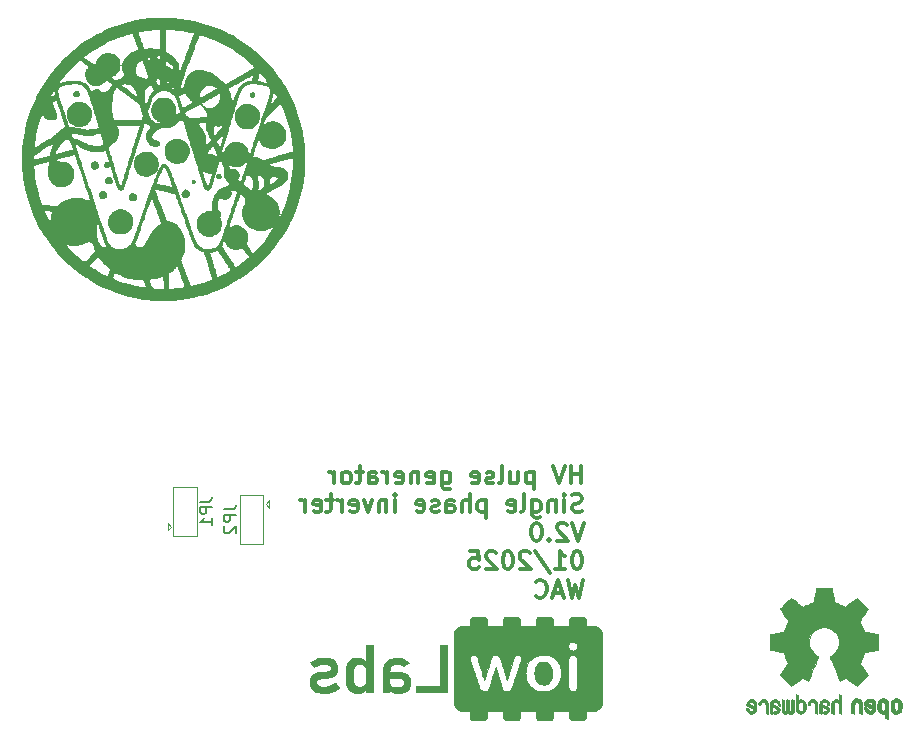
<source format=gbr>
%TF.GenerationSoftware,KiCad,Pcbnew,8.0.3-8.0.3-0~ubuntu20.04.1*%
%TF.CreationDate,2025-01-28T06:06:15-03:00*%
%TF.ProjectId,hv_pulse_generator,68765f70-756c-4736-955f-67656e657261,rev?*%
%TF.SameCoordinates,Original*%
%TF.FileFunction,Legend,Bot*%
%TF.FilePolarity,Positive*%
%FSLAX46Y46*%
G04 Gerber Fmt 4.6, Leading zero omitted, Abs format (unit mm)*
G04 Created by KiCad (PCBNEW 8.0.3-8.0.3-0~ubuntu20.04.1) date 2025-01-28 06:06:15*
%MOMM*%
%LPD*%
G01*
G04 APERTURE LIST*
%ADD10C,0.300000*%
%ADD11C,0.150000*%
%ADD12C,0.000000*%
%ADD13C,0.010000*%
%ADD14C,0.120000*%
G04 APERTURE END LIST*
D10*
X111445489Y-109641164D02*
X111445489Y-108141164D01*
X111445489Y-108855450D02*
X110588346Y-108855450D01*
X110588346Y-109641164D02*
X110588346Y-108141164D01*
X110088345Y-108141164D02*
X109588345Y-109641164D01*
X109588345Y-109641164D02*
X109088345Y-108141164D01*
X107445489Y-108641164D02*
X107445489Y-110141164D01*
X107445489Y-108712593D02*
X107302632Y-108641164D01*
X107302632Y-108641164D02*
X107016917Y-108641164D01*
X107016917Y-108641164D02*
X106874060Y-108712593D01*
X106874060Y-108712593D02*
X106802632Y-108784021D01*
X106802632Y-108784021D02*
X106731203Y-108926878D01*
X106731203Y-108926878D02*
X106731203Y-109355450D01*
X106731203Y-109355450D02*
X106802632Y-109498307D01*
X106802632Y-109498307D02*
X106874060Y-109569736D01*
X106874060Y-109569736D02*
X107016917Y-109641164D01*
X107016917Y-109641164D02*
X107302632Y-109641164D01*
X107302632Y-109641164D02*
X107445489Y-109569736D01*
X105445489Y-108641164D02*
X105445489Y-109641164D01*
X106088346Y-108641164D02*
X106088346Y-109426878D01*
X106088346Y-109426878D02*
X106016917Y-109569736D01*
X106016917Y-109569736D02*
X105874060Y-109641164D01*
X105874060Y-109641164D02*
X105659774Y-109641164D01*
X105659774Y-109641164D02*
X105516917Y-109569736D01*
X105516917Y-109569736D02*
X105445489Y-109498307D01*
X104516917Y-109641164D02*
X104659774Y-109569736D01*
X104659774Y-109569736D02*
X104731203Y-109426878D01*
X104731203Y-109426878D02*
X104731203Y-108141164D01*
X104016917Y-109569736D02*
X103874060Y-109641164D01*
X103874060Y-109641164D02*
X103588346Y-109641164D01*
X103588346Y-109641164D02*
X103445489Y-109569736D01*
X103445489Y-109569736D02*
X103374060Y-109426878D01*
X103374060Y-109426878D02*
X103374060Y-109355450D01*
X103374060Y-109355450D02*
X103445489Y-109212593D01*
X103445489Y-109212593D02*
X103588346Y-109141164D01*
X103588346Y-109141164D02*
X103802632Y-109141164D01*
X103802632Y-109141164D02*
X103945489Y-109069736D01*
X103945489Y-109069736D02*
X104016917Y-108926878D01*
X104016917Y-108926878D02*
X104016917Y-108855450D01*
X104016917Y-108855450D02*
X103945489Y-108712593D01*
X103945489Y-108712593D02*
X103802632Y-108641164D01*
X103802632Y-108641164D02*
X103588346Y-108641164D01*
X103588346Y-108641164D02*
X103445489Y-108712593D01*
X102159774Y-109569736D02*
X102302631Y-109641164D01*
X102302631Y-109641164D02*
X102588346Y-109641164D01*
X102588346Y-109641164D02*
X102731203Y-109569736D01*
X102731203Y-109569736D02*
X102802631Y-109426878D01*
X102802631Y-109426878D02*
X102802631Y-108855450D01*
X102802631Y-108855450D02*
X102731203Y-108712593D01*
X102731203Y-108712593D02*
X102588346Y-108641164D01*
X102588346Y-108641164D02*
X102302631Y-108641164D01*
X102302631Y-108641164D02*
X102159774Y-108712593D01*
X102159774Y-108712593D02*
X102088346Y-108855450D01*
X102088346Y-108855450D02*
X102088346Y-108998307D01*
X102088346Y-108998307D02*
X102802631Y-109141164D01*
X99659775Y-108641164D02*
X99659775Y-109855450D01*
X99659775Y-109855450D02*
X99731203Y-109998307D01*
X99731203Y-109998307D02*
X99802632Y-110069736D01*
X99802632Y-110069736D02*
X99945489Y-110141164D01*
X99945489Y-110141164D02*
X100159775Y-110141164D01*
X100159775Y-110141164D02*
X100302632Y-110069736D01*
X99659775Y-109569736D02*
X99802632Y-109641164D01*
X99802632Y-109641164D02*
X100088346Y-109641164D01*
X100088346Y-109641164D02*
X100231203Y-109569736D01*
X100231203Y-109569736D02*
X100302632Y-109498307D01*
X100302632Y-109498307D02*
X100374060Y-109355450D01*
X100374060Y-109355450D02*
X100374060Y-108926878D01*
X100374060Y-108926878D02*
X100302632Y-108784021D01*
X100302632Y-108784021D02*
X100231203Y-108712593D01*
X100231203Y-108712593D02*
X100088346Y-108641164D01*
X100088346Y-108641164D02*
X99802632Y-108641164D01*
X99802632Y-108641164D02*
X99659775Y-108712593D01*
X98374060Y-109569736D02*
X98516917Y-109641164D01*
X98516917Y-109641164D02*
X98802632Y-109641164D01*
X98802632Y-109641164D02*
X98945489Y-109569736D01*
X98945489Y-109569736D02*
X99016917Y-109426878D01*
X99016917Y-109426878D02*
X99016917Y-108855450D01*
X99016917Y-108855450D02*
X98945489Y-108712593D01*
X98945489Y-108712593D02*
X98802632Y-108641164D01*
X98802632Y-108641164D02*
X98516917Y-108641164D01*
X98516917Y-108641164D02*
X98374060Y-108712593D01*
X98374060Y-108712593D02*
X98302632Y-108855450D01*
X98302632Y-108855450D02*
X98302632Y-108998307D01*
X98302632Y-108998307D02*
X99016917Y-109141164D01*
X97659775Y-108641164D02*
X97659775Y-109641164D01*
X97659775Y-108784021D02*
X97588346Y-108712593D01*
X97588346Y-108712593D02*
X97445489Y-108641164D01*
X97445489Y-108641164D02*
X97231203Y-108641164D01*
X97231203Y-108641164D02*
X97088346Y-108712593D01*
X97088346Y-108712593D02*
X97016918Y-108855450D01*
X97016918Y-108855450D02*
X97016918Y-109641164D01*
X95731203Y-109569736D02*
X95874060Y-109641164D01*
X95874060Y-109641164D02*
X96159775Y-109641164D01*
X96159775Y-109641164D02*
X96302632Y-109569736D01*
X96302632Y-109569736D02*
X96374060Y-109426878D01*
X96374060Y-109426878D02*
X96374060Y-108855450D01*
X96374060Y-108855450D02*
X96302632Y-108712593D01*
X96302632Y-108712593D02*
X96159775Y-108641164D01*
X96159775Y-108641164D02*
X95874060Y-108641164D01*
X95874060Y-108641164D02*
X95731203Y-108712593D01*
X95731203Y-108712593D02*
X95659775Y-108855450D01*
X95659775Y-108855450D02*
X95659775Y-108998307D01*
X95659775Y-108998307D02*
X96374060Y-109141164D01*
X95016918Y-109641164D02*
X95016918Y-108641164D01*
X95016918Y-108926878D02*
X94945489Y-108784021D01*
X94945489Y-108784021D02*
X94874061Y-108712593D01*
X94874061Y-108712593D02*
X94731203Y-108641164D01*
X94731203Y-108641164D02*
X94588346Y-108641164D01*
X93445490Y-109641164D02*
X93445490Y-108855450D01*
X93445490Y-108855450D02*
X93516918Y-108712593D01*
X93516918Y-108712593D02*
X93659775Y-108641164D01*
X93659775Y-108641164D02*
X93945490Y-108641164D01*
X93945490Y-108641164D02*
X94088347Y-108712593D01*
X93445490Y-109569736D02*
X93588347Y-109641164D01*
X93588347Y-109641164D02*
X93945490Y-109641164D01*
X93945490Y-109641164D02*
X94088347Y-109569736D01*
X94088347Y-109569736D02*
X94159775Y-109426878D01*
X94159775Y-109426878D02*
X94159775Y-109284021D01*
X94159775Y-109284021D02*
X94088347Y-109141164D01*
X94088347Y-109141164D02*
X93945490Y-109069736D01*
X93945490Y-109069736D02*
X93588347Y-109069736D01*
X93588347Y-109069736D02*
X93445490Y-108998307D01*
X92945489Y-108641164D02*
X92374061Y-108641164D01*
X92731204Y-108141164D02*
X92731204Y-109426878D01*
X92731204Y-109426878D02*
X92659775Y-109569736D01*
X92659775Y-109569736D02*
X92516918Y-109641164D01*
X92516918Y-109641164D02*
X92374061Y-109641164D01*
X91659775Y-109641164D02*
X91802632Y-109569736D01*
X91802632Y-109569736D02*
X91874061Y-109498307D01*
X91874061Y-109498307D02*
X91945489Y-109355450D01*
X91945489Y-109355450D02*
X91945489Y-108926878D01*
X91945489Y-108926878D02*
X91874061Y-108784021D01*
X91874061Y-108784021D02*
X91802632Y-108712593D01*
X91802632Y-108712593D02*
X91659775Y-108641164D01*
X91659775Y-108641164D02*
X91445489Y-108641164D01*
X91445489Y-108641164D02*
X91302632Y-108712593D01*
X91302632Y-108712593D02*
X91231204Y-108784021D01*
X91231204Y-108784021D02*
X91159775Y-108926878D01*
X91159775Y-108926878D02*
X91159775Y-109355450D01*
X91159775Y-109355450D02*
X91231204Y-109498307D01*
X91231204Y-109498307D02*
X91302632Y-109569736D01*
X91302632Y-109569736D02*
X91445489Y-109641164D01*
X91445489Y-109641164D02*
X91659775Y-109641164D01*
X90516918Y-109641164D02*
X90516918Y-108641164D01*
X90516918Y-108926878D02*
X90445489Y-108784021D01*
X90445489Y-108784021D02*
X90374061Y-108712593D01*
X90374061Y-108712593D02*
X90231203Y-108641164D01*
X90231203Y-108641164D02*
X90088346Y-108641164D01*
X111516917Y-111984652D02*
X111302632Y-112056080D01*
X111302632Y-112056080D02*
X110945489Y-112056080D01*
X110945489Y-112056080D02*
X110802632Y-111984652D01*
X110802632Y-111984652D02*
X110731203Y-111913223D01*
X110731203Y-111913223D02*
X110659774Y-111770366D01*
X110659774Y-111770366D02*
X110659774Y-111627509D01*
X110659774Y-111627509D02*
X110731203Y-111484652D01*
X110731203Y-111484652D02*
X110802632Y-111413223D01*
X110802632Y-111413223D02*
X110945489Y-111341794D01*
X110945489Y-111341794D02*
X111231203Y-111270366D01*
X111231203Y-111270366D02*
X111374060Y-111198937D01*
X111374060Y-111198937D02*
X111445489Y-111127509D01*
X111445489Y-111127509D02*
X111516917Y-110984652D01*
X111516917Y-110984652D02*
X111516917Y-110841794D01*
X111516917Y-110841794D02*
X111445489Y-110698937D01*
X111445489Y-110698937D02*
X111374060Y-110627509D01*
X111374060Y-110627509D02*
X111231203Y-110556080D01*
X111231203Y-110556080D02*
X110874060Y-110556080D01*
X110874060Y-110556080D02*
X110659774Y-110627509D01*
X110016918Y-112056080D02*
X110016918Y-111056080D01*
X110016918Y-110556080D02*
X110088346Y-110627509D01*
X110088346Y-110627509D02*
X110016918Y-110698937D01*
X110016918Y-110698937D02*
X109945489Y-110627509D01*
X109945489Y-110627509D02*
X110016918Y-110556080D01*
X110016918Y-110556080D02*
X110016918Y-110698937D01*
X109302632Y-111056080D02*
X109302632Y-112056080D01*
X109302632Y-111198937D02*
X109231203Y-111127509D01*
X109231203Y-111127509D02*
X109088346Y-111056080D01*
X109088346Y-111056080D02*
X108874060Y-111056080D01*
X108874060Y-111056080D02*
X108731203Y-111127509D01*
X108731203Y-111127509D02*
X108659775Y-111270366D01*
X108659775Y-111270366D02*
X108659775Y-112056080D01*
X107302632Y-111056080D02*
X107302632Y-112270366D01*
X107302632Y-112270366D02*
X107374060Y-112413223D01*
X107374060Y-112413223D02*
X107445489Y-112484652D01*
X107445489Y-112484652D02*
X107588346Y-112556080D01*
X107588346Y-112556080D02*
X107802632Y-112556080D01*
X107802632Y-112556080D02*
X107945489Y-112484652D01*
X107302632Y-111984652D02*
X107445489Y-112056080D01*
X107445489Y-112056080D02*
X107731203Y-112056080D01*
X107731203Y-112056080D02*
X107874060Y-111984652D01*
X107874060Y-111984652D02*
X107945489Y-111913223D01*
X107945489Y-111913223D02*
X108016917Y-111770366D01*
X108016917Y-111770366D02*
X108016917Y-111341794D01*
X108016917Y-111341794D02*
X107945489Y-111198937D01*
X107945489Y-111198937D02*
X107874060Y-111127509D01*
X107874060Y-111127509D02*
X107731203Y-111056080D01*
X107731203Y-111056080D02*
X107445489Y-111056080D01*
X107445489Y-111056080D02*
X107302632Y-111127509D01*
X106374060Y-112056080D02*
X106516917Y-111984652D01*
X106516917Y-111984652D02*
X106588346Y-111841794D01*
X106588346Y-111841794D02*
X106588346Y-110556080D01*
X105231203Y-111984652D02*
X105374060Y-112056080D01*
X105374060Y-112056080D02*
X105659775Y-112056080D01*
X105659775Y-112056080D02*
X105802632Y-111984652D01*
X105802632Y-111984652D02*
X105874060Y-111841794D01*
X105874060Y-111841794D02*
X105874060Y-111270366D01*
X105874060Y-111270366D02*
X105802632Y-111127509D01*
X105802632Y-111127509D02*
X105659775Y-111056080D01*
X105659775Y-111056080D02*
X105374060Y-111056080D01*
X105374060Y-111056080D02*
X105231203Y-111127509D01*
X105231203Y-111127509D02*
X105159775Y-111270366D01*
X105159775Y-111270366D02*
X105159775Y-111413223D01*
X105159775Y-111413223D02*
X105874060Y-111556080D01*
X103374061Y-111056080D02*
X103374061Y-112556080D01*
X103374061Y-111127509D02*
X103231204Y-111056080D01*
X103231204Y-111056080D02*
X102945489Y-111056080D01*
X102945489Y-111056080D02*
X102802632Y-111127509D01*
X102802632Y-111127509D02*
X102731204Y-111198937D01*
X102731204Y-111198937D02*
X102659775Y-111341794D01*
X102659775Y-111341794D02*
X102659775Y-111770366D01*
X102659775Y-111770366D02*
X102731204Y-111913223D01*
X102731204Y-111913223D02*
X102802632Y-111984652D01*
X102802632Y-111984652D02*
X102945489Y-112056080D01*
X102945489Y-112056080D02*
X103231204Y-112056080D01*
X103231204Y-112056080D02*
X103374061Y-111984652D01*
X102016918Y-112056080D02*
X102016918Y-110556080D01*
X101374061Y-112056080D02*
X101374061Y-111270366D01*
X101374061Y-111270366D02*
X101445489Y-111127509D01*
X101445489Y-111127509D02*
X101588346Y-111056080D01*
X101588346Y-111056080D02*
X101802632Y-111056080D01*
X101802632Y-111056080D02*
X101945489Y-111127509D01*
X101945489Y-111127509D02*
X102016918Y-111198937D01*
X100016918Y-112056080D02*
X100016918Y-111270366D01*
X100016918Y-111270366D02*
X100088346Y-111127509D01*
X100088346Y-111127509D02*
X100231203Y-111056080D01*
X100231203Y-111056080D02*
X100516918Y-111056080D01*
X100516918Y-111056080D02*
X100659775Y-111127509D01*
X100016918Y-111984652D02*
X100159775Y-112056080D01*
X100159775Y-112056080D02*
X100516918Y-112056080D01*
X100516918Y-112056080D02*
X100659775Y-111984652D01*
X100659775Y-111984652D02*
X100731203Y-111841794D01*
X100731203Y-111841794D02*
X100731203Y-111698937D01*
X100731203Y-111698937D02*
X100659775Y-111556080D01*
X100659775Y-111556080D02*
X100516918Y-111484652D01*
X100516918Y-111484652D02*
X100159775Y-111484652D01*
X100159775Y-111484652D02*
X100016918Y-111413223D01*
X99374060Y-111984652D02*
X99231203Y-112056080D01*
X99231203Y-112056080D02*
X98945489Y-112056080D01*
X98945489Y-112056080D02*
X98802632Y-111984652D01*
X98802632Y-111984652D02*
X98731203Y-111841794D01*
X98731203Y-111841794D02*
X98731203Y-111770366D01*
X98731203Y-111770366D02*
X98802632Y-111627509D01*
X98802632Y-111627509D02*
X98945489Y-111556080D01*
X98945489Y-111556080D02*
X99159775Y-111556080D01*
X99159775Y-111556080D02*
X99302632Y-111484652D01*
X99302632Y-111484652D02*
X99374060Y-111341794D01*
X99374060Y-111341794D02*
X99374060Y-111270366D01*
X99374060Y-111270366D02*
X99302632Y-111127509D01*
X99302632Y-111127509D02*
X99159775Y-111056080D01*
X99159775Y-111056080D02*
X98945489Y-111056080D01*
X98945489Y-111056080D02*
X98802632Y-111127509D01*
X97516917Y-111984652D02*
X97659774Y-112056080D01*
X97659774Y-112056080D02*
X97945489Y-112056080D01*
X97945489Y-112056080D02*
X98088346Y-111984652D01*
X98088346Y-111984652D02*
X98159774Y-111841794D01*
X98159774Y-111841794D02*
X98159774Y-111270366D01*
X98159774Y-111270366D02*
X98088346Y-111127509D01*
X98088346Y-111127509D02*
X97945489Y-111056080D01*
X97945489Y-111056080D02*
X97659774Y-111056080D01*
X97659774Y-111056080D02*
X97516917Y-111127509D01*
X97516917Y-111127509D02*
X97445489Y-111270366D01*
X97445489Y-111270366D02*
X97445489Y-111413223D01*
X97445489Y-111413223D02*
X98159774Y-111556080D01*
X95659775Y-112056080D02*
X95659775Y-111056080D01*
X95659775Y-110556080D02*
X95731203Y-110627509D01*
X95731203Y-110627509D02*
X95659775Y-110698937D01*
X95659775Y-110698937D02*
X95588346Y-110627509D01*
X95588346Y-110627509D02*
X95659775Y-110556080D01*
X95659775Y-110556080D02*
X95659775Y-110698937D01*
X94945489Y-111056080D02*
X94945489Y-112056080D01*
X94945489Y-111198937D02*
X94874060Y-111127509D01*
X94874060Y-111127509D02*
X94731203Y-111056080D01*
X94731203Y-111056080D02*
X94516917Y-111056080D01*
X94516917Y-111056080D02*
X94374060Y-111127509D01*
X94374060Y-111127509D02*
X94302632Y-111270366D01*
X94302632Y-111270366D02*
X94302632Y-112056080D01*
X93731203Y-111056080D02*
X93374060Y-112056080D01*
X93374060Y-112056080D02*
X93016917Y-111056080D01*
X91874060Y-111984652D02*
X92016917Y-112056080D01*
X92016917Y-112056080D02*
X92302632Y-112056080D01*
X92302632Y-112056080D02*
X92445489Y-111984652D01*
X92445489Y-111984652D02*
X92516917Y-111841794D01*
X92516917Y-111841794D02*
X92516917Y-111270366D01*
X92516917Y-111270366D02*
X92445489Y-111127509D01*
X92445489Y-111127509D02*
X92302632Y-111056080D01*
X92302632Y-111056080D02*
X92016917Y-111056080D01*
X92016917Y-111056080D02*
X91874060Y-111127509D01*
X91874060Y-111127509D02*
X91802632Y-111270366D01*
X91802632Y-111270366D02*
X91802632Y-111413223D01*
X91802632Y-111413223D02*
X92516917Y-111556080D01*
X91159775Y-112056080D02*
X91159775Y-111056080D01*
X91159775Y-111341794D02*
X91088346Y-111198937D01*
X91088346Y-111198937D02*
X91016918Y-111127509D01*
X91016918Y-111127509D02*
X90874060Y-111056080D01*
X90874060Y-111056080D02*
X90731203Y-111056080D01*
X90445489Y-111056080D02*
X89874061Y-111056080D01*
X90231204Y-110556080D02*
X90231204Y-111841794D01*
X90231204Y-111841794D02*
X90159775Y-111984652D01*
X90159775Y-111984652D02*
X90016918Y-112056080D01*
X90016918Y-112056080D02*
X89874061Y-112056080D01*
X88802632Y-111984652D02*
X88945489Y-112056080D01*
X88945489Y-112056080D02*
X89231204Y-112056080D01*
X89231204Y-112056080D02*
X89374061Y-111984652D01*
X89374061Y-111984652D02*
X89445489Y-111841794D01*
X89445489Y-111841794D02*
X89445489Y-111270366D01*
X89445489Y-111270366D02*
X89374061Y-111127509D01*
X89374061Y-111127509D02*
X89231204Y-111056080D01*
X89231204Y-111056080D02*
X88945489Y-111056080D01*
X88945489Y-111056080D02*
X88802632Y-111127509D01*
X88802632Y-111127509D02*
X88731204Y-111270366D01*
X88731204Y-111270366D02*
X88731204Y-111413223D01*
X88731204Y-111413223D02*
X89445489Y-111556080D01*
X88088347Y-112056080D02*
X88088347Y-111056080D01*
X88088347Y-111341794D02*
X88016918Y-111198937D01*
X88016918Y-111198937D02*
X87945490Y-111127509D01*
X87945490Y-111127509D02*
X87802632Y-111056080D01*
X87802632Y-111056080D02*
X87659775Y-111056080D01*
X111659774Y-112970996D02*
X111159774Y-114470996D01*
X111159774Y-114470996D02*
X110659774Y-112970996D01*
X110231203Y-113113853D02*
X110159775Y-113042425D01*
X110159775Y-113042425D02*
X110016918Y-112970996D01*
X110016918Y-112970996D02*
X109659775Y-112970996D01*
X109659775Y-112970996D02*
X109516918Y-113042425D01*
X109516918Y-113042425D02*
X109445489Y-113113853D01*
X109445489Y-113113853D02*
X109374060Y-113256710D01*
X109374060Y-113256710D02*
X109374060Y-113399568D01*
X109374060Y-113399568D02*
X109445489Y-113613853D01*
X109445489Y-113613853D02*
X110302632Y-114470996D01*
X110302632Y-114470996D02*
X109374060Y-114470996D01*
X108731204Y-114328139D02*
X108659775Y-114399568D01*
X108659775Y-114399568D02*
X108731204Y-114470996D01*
X108731204Y-114470996D02*
X108802632Y-114399568D01*
X108802632Y-114399568D02*
X108731204Y-114328139D01*
X108731204Y-114328139D02*
X108731204Y-114470996D01*
X107731203Y-112970996D02*
X107588346Y-112970996D01*
X107588346Y-112970996D02*
X107445489Y-113042425D01*
X107445489Y-113042425D02*
X107374061Y-113113853D01*
X107374061Y-113113853D02*
X107302632Y-113256710D01*
X107302632Y-113256710D02*
X107231203Y-113542425D01*
X107231203Y-113542425D02*
X107231203Y-113899568D01*
X107231203Y-113899568D02*
X107302632Y-114185282D01*
X107302632Y-114185282D02*
X107374061Y-114328139D01*
X107374061Y-114328139D02*
X107445489Y-114399568D01*
X107445489Y-114399568D02*
X107588346Y-114470996D01*
X107588346Y-114470996D02*
X107731203Y-114470996D01*
X107731203Y-114470996D02*
X107874061Y-114399568D01*
X107874061Y-114399568D02*
X107945489Y-114328139D01*
X107945489Y-114328139D02*
X108016918Y-114185282D01*
X108016918Y-114185282D02*
X108088346Y-113899568D01*
X108088346Y-113899568D02*
X108088346Y-113542425D01*
X108088346Y-113542425D02*
X108016918Y-113256710D01*
X108016918Y-113256710D02*
X107945489Y-113113853D01*
X107945489Y-113113853D02*
X107874061Y-113042425D01*
X107874061Y-113042425D02*
X107731203Y-112970996D01*
X111159774Y-115385912D02*
X111016917Y-115385912D01*
X111016917Y-115385912D02*
X110874060Y-115457341D01*
X110874060Y-115457341D02*
X110802632Y-115528769D01*
X110802632Y-115528769D02*
X110731203Y-115671626D01*
X110731203Y-115671626D02*
X110659774Y-115957341D01*
X110659774Y-115957341D02*
X110659774Y-116314484D01*
X110659774Y-116314484D02*
X110731203Y-116600198D01*
X110731203Y-116600198D02*
X110802632Y-116743055D01*
X110802632Y-116743055D02*
X110874060Y-116814484D01*
X110874060Y-116814484D02*
X111016917Y-116885912D01*
X111016917Y-116885912D02*
X111159774Y-116885912D01*
X111159774Y-116885912D02*
X111302632Y-116814484D01*
X111302632Y-116814484D02*
X111374060Y-116743055D01*
X111374060Y-116743055D02*
X111445489Y-116600198D01*
X111445489Y-116600198D02*
X111516917Y-116314484D01*
X111516917Y-116314484D02*
X111516917Y-115957341D01*
X111516917Y-115957341D02*
X111445489Y-115671626D01*
X111445489Y-115671626D02*
X111374060Y-115528769D01*
X111374060Y-115528769D02*
X111302632Y-115457341D01*
X111302632Y-115457341D02*
X111159774Y-115385912D01*
X109231203Y-116885912D02*
X110088346Y-116885912D01*
X109659775Y-116885912D02*
X109659775Y-115385912D01*
X109659775Y-115385912D02*
X109802632Y-115600198D01*
X109802632Y-115600198D02*
X109945489Y-115743055D01*
X109945489Y-115743055D02*
X110088346Y-115814484D01*
X107516918Y-115314484D02*
X108802632Y-117243055D01*
X107088346Y-115528769D02*
X107016918Y-115457341D01*
X107016918Y-115457341D02*
X106874061Y-115385912D01*
X106874061Y-115385912D02*
X106516918Y-115385912D01*
X106516918Y-115385912D02*
X106374061Y-115457341D01*
X106374061Y-115457341D02*
X106302632Y-115528769D01*
X106302632Y-115528769D02*
X106231203Y-115671626D01*
X106231203Y-115671626D02*
X106231203Y-115814484D01*
X106231203Y-115814484D02*
X106302632Y-116028769D01*
X106302632Y-116028769D02*
X107159775Y-116885912D01*
X107159775Y-116885912D02*
X106231203Y-116885912D01*
X105302632Y-115385912D02*
X105159775Y-115385912D01*
X105159775Y-115385912D02*
X105016918Y-115457341D01*
X105016918Y-115457341D02*
X104945490Y-115528769D01*
X104945490Y-115528769D02*
X104874061Y-115671626D01*
X104874061Y-115671626D02*
X104802632Y-115957341D01*
X104802632Y-115957341D02*
X104802632Y-116314484D01*
X104802632Y-116314484D02*
X104874061Y-116600198D01*
X104874061Y-116600198D02*
X104945490Y-116743055D01*
X104945490Y-116743055D02*
X105016918Y-116814484D01*
X105016918Y-116814484D02*
X105159775Y-116885912D01*
X105159775Y-116885912D02*
X105302632Y-116885912D01*
X105302632Y-116885912D02*
X105445490Y-116814484D01*
X105445490Y-116814484D02*
X105516918Y-116743055D01*
X105516918Y-116743055D02*
X105588347Y-116600198D01*
X105588347Y-116600198D02*
X105659775Y-116314484D01*
X105659775Y-116314484D02*
X105659775Y-115957341D01*
X105659775Y-115957341D02*
X105588347Y-115671626D01*
X105588347Y-115671626D02*
X105516918Y-115528769D01*
X105516918Y-115528769D02*
X105445490Y-115457341D01*
X105445490Y-115457341D02*
X105302632Y-115385912D01*
X104231204Y-115528769D02*
X104159776Y-115457341D01*
X104159776Y-115457341D02*
X104016919Y-115385912D01*
X104016919Y-115385912D02*
X103659776Y-115385912D01*
X103659776Y-115385912D02*
X103516919Y-115457341D01*
X103516919Y-115457341D02*
X103445490Y-115528769D01*
X103445490Y-115528769D02*
X103374061Y-115671626D01*
X103374061Y-115671626D02*
X103374061Y-115814484D01*
X103374061Y-115814484D02*
X103445490Y-116028769D01*
X103445490Y-116028769D02*
X104302633Y-116885912D01*
X104302633Y-116885912D02*
X103374061Y-116885912D01*
X102016919Y-115385912D02*
X102731205Y-115385912D01*
X102731205Y-115385912D02*
X102802633Y-116100198D01*
X102802633Y-116100198D02*
X102731205Y-116028769D01*
X102731205Y-116028769D02*
X102588348Y-115957341D01*
X102588348Y-115957341D02*
X102231205Y-115957341D01*
X102231205Y-115957341D02*
X102088348Y-116028769D01*
X102088348Y-116028769D02*
X102016919Y-116100198D01*
X102016919Y-116100198D02*
X101945490Y-116243055D01*
X101945490Y-116243055D02*
X101945490Y-116600198D01*
X101945490Y-116600198D02*
X102016919Y-116743055D01*
X102016919Y-116743055D02*
X102088348Y-116814484D01*
X102088348Y-116814484D02*
X102231205Y-116885912D01*
X102231205Y-116885912D02*
X102588348Y-116885912D01*
X102588348Y-116885912D02*
X102731205Y-116814484D01*
X102731205Y-116814484D02*
X102802633Y-116743055D01*
X111588346Y-117800828D02*
X111231203Y-119300828D01*
X111231203Y-119300828D02*
X110945489Y-118229400D01*
X110945489Y-118229400D02*
X110659774Y-119300828D01*
X110659774Y-119300828D02*
X110302632Y-117800828D01*
X109802631Y-118872257D02*
X109088346Y-118872257D01*
X109945488Y-119300828D02*
X109445488Y-117800828D01*
X109445488Y-117800828D02*
X108945488Y-119300828D01*
X107588346Y-119157971D02*
X107659774Y-119229400D01*
X107659774Y-119229400D02*
X107874060Y-119300828D01*
X107874060Y-119300828D02*
X108016917Y-119300828D01*
X108016917Y-119300828D02*
X108231203Y-119229400D01*
X108231203Y-119229400D02*
X108374060Y-119086542D01*
X108374060Y-119086542D02*
X108445489Y-118943685D01*
X108445489Y-118943685D02*
X108516917Y-118657971D01*
X108516917Y-118657971D02*
X108516917Y-118443685D01*
X108516917Y-118443685D02*
X108445489Y-118157971D01*
X108445489Y-118157971D02*
X108374060Y-118015114D01*
X108374060Y-118015114D02*
X108231203Y-117872257D01*
X108231203Y-117872257D02*
X108016917Y-117800828D01*
X108016917Y-117800828D02*
X107874060Y-117800828D01*
X107874060Y-117800828D02*
X107659774Y-117872257D01*
X107659774Y-117872257D02*
X107588346Y-117943685D01*
D11*
X81179819Y-111841666D02*
X81894104Y-111841666D01*
X81894104Y-111841666D02*
X82036961Y-111794047D01*
X82036961Y-111794047D02*
X82132200Y-111698809D01*
X82132200Y-111698809D02*
X82179819Y-111555952D01*
X82179819Y-111555952D02*
X82179819Y-111460714D01*
X82179819Y-112317857D02*
X81179819Y-112317857D01*
X81179819Y-112317857D02*
X81179819Y-112698809D01*
X81179819Y-112698809D02*
X81227438Y-112794047D01*
X81227438Y-112794047D02*
X81275057Y-112841666D01*
X81275057Y-112841666D02*
X81370295Y-112889285D01*
X81370295Y-112889285D02*
X81513152Y-112889285D01*
X81513152Y-112889285D02*
X81608390Y-112841666D01*
X81608390Y-112841666D02*
X81656009Y-112794047D01*
X81656009Y-112794047D02*
X81703628Y-112698809D01*
X81703628Y-112698809D02*
X81703628Y-112317857D01*
X81275057Y-113270238D02*
X81227438Y-113317857D01*
X81227438Y-113317857D02*
X81179819Y-113413095D01*
X81179819Y-113413095D02*
X81179819Y-113651190D01*
X81179819Y-113651190D02*
X81227438Y-113746428D01*
X81227438Y-113746428D02*
X81275057Y-113794047D01*
X81275057Y-113794047D02*
X81370295Y-113841666D01*
X81370295Y-113841666D02*
X81465533Y-113841666D01*
X81465533Y-113841666D02*
X81608390Y-113794047D01*
X81608390Y-113794047D02*
X82179819Y-113222619D01*
X82179819Y-113222619D02*
X82179819Y-113841666D01*
X79179819Y-111166666D02*
X79894104Y-111166666D01*
X79894104Y-111166666D02*
X80036961Y-111119047D01*
X80036961Y-111119047D02*
X80132200Y-111023809D01*
X80132200Y-111023809D02*
X80179819Y-110880952D01*
X80179819Y-110880952D02*
X80179819Y-110785714D01*
X80179819Y-111642857D02*
X79179819Y-111642857D01*
X79179819Y-111642857D02*
X79179819Y-112023809D01*
X79179819Y-112023809D02*
X79227438Y-112119047D01*
X79227438Y-112119047D02*
X79275057Y-112166666D01*
X79275057Y-112166666D02*
X79370295Y-112214285D01*
X79370295Y-112214285D02*
X79513152Y-112214285D01*
X79513152Y-112214285D02*
X79608390Y-112166666D01*
X79608390Y-112166666D02*
X79656009Y-112119047D01*
X79656009Y-112119047D02*
X79703628Y-112023809D01*
X79703628Y-112023809D02*
X79703628Y-111642857D01*
X80179819Y-113166666D02*
X80179819Y-112595238D01*
X80179819Y-112880952D02*
X79179819Y-112880952D01*
X79179819Y-112880952D02*
X79322676Y-112785714D01*
X79322676Y-112785714D02*
X79417914Y-112690476D01*
X79417914Y-112690476D02*
X79465533Y-112595238D01*
D12*
%TO.C,G\u002A\u002A\u002A*%
G36*
X78723742Y-83948964D02*
G01*
X78724240Y-83949260D01*
X78766778Y-83988846D01*
X78797629Y-84044002D01*
X78809526Y-84101787D01*
X78803699Y-84131825D01*
X78780219Y-84179335D01*
X78745692Y-84223625D01*
X78707665Y-84253455D01*
X78681182Y-84264157D01*
X78618973Y-84270746D01*
X78560121Y-84255067D01*
X78509744Y-84221276D01*
X78472958Y-84173529D01*
X78454879Y-84115982D01*
X78460624Y-84052792D01*
X78486510Y-83999427D01*
X78533890Y-83953533D01*
X78593509Y-83928133D01*
X78658937Y-83925764D01*
X78723742Y-83948964D01*
G37*
G36*
X83703935Y-76519538D02*
G01*
X83773607Y-76556481D01*
X83800422Y-76580327D01*
X83843247Y-76642638D01*
X83863402Y-76712937D01*
X83861526Y-76785332D01*
X83838261Y-76853934D01*
X83794248Y-76912850D01*
X83730127Y-76956191D01*
X83719464Y-76960934D01*
X83666670Y-76979021D01*
X83619151Y-76981430D01*
X83561422Y-76969371D01*
X83511837Y-76946661D01*
X83458326Y-76899467D01*
X83417963Y-76838321D01*
X83395542Y-76770887D01*
X83395859Y-76704828D01*
X83403626Y-76676120D01*
X83439847Y-76606144D01*
X83493219Y-76553444D01*
X83558511Y-76520073D01*
X83630493Y-76508087D01*
X83703935Y-76519538D01*
G37*
G36*
X68808849Y-76381505D02*
G01*
X68838986Y-76393238D01*
X68911455Y-76439401D01*
X68964707Y-76500932D01*
X68998313Y-76572978D01*
X69011844Y-76650687D01*
X69004870Y-76729207D01*
X68976960Y-76803685D01*
X68927687Y-76869269D01*
X68856620Y-76921107D01*
X68817674Y-76938095D01*
X68732385Y-76953811D01*
X68646878Y-76943400D01*
X68566638Y-76907965D01*
X68497148Y-76848615D01*
X68469966Y-76812725D01*
X68435850Y-76737624D01*
X68425693Y-76660303D01*
X68436918Y-76584626D01*
X68466944Y-76514458D01*
X68513193Y-76453663D01*
X68573087Y-76406106D01*
X68644047Y-76375651D01*
X68723494Y-76366162D01*
X68808849Y-76381505D01*
G37*
G36*
X80817187Y-83390503D02*
G01*
X80883055Y-83417567D01*
X80939303Y-83461609D01*
X80981417Y-83520306D01*
X81004881Y-83591336D01*
X81005180Y-83672377D01*
X80999999Y-83695811D01*
X80968964Y-83762275D01*
X80919775Y-83820776D01*
X80860052Y-83861387D01*
X80855342Y-83863398D01*
X80799664Y-83875598D01*
X80734239Y-83875416D01*
X80671463Y-83863871D01*
X80623728Y-83841978D01*
X80591291Y-83814311D01*
X80540954Y-83747740D01*
X80514455Y-83673425D01*
X80512331Y-83596506D01*
X80535119Y-83522128D01*
X80583355Y-83455432D01*
X80607008Y-83434390D01*
X80674648Y-83396592D01*
X80746213Y-83382737D01*
X80817187Y-83390503D01*
G37*
G36*
X70351925Y-82357884D02*
G01*
X70438146Y-82395500D01*
X70512623Y-82453494D01*
X70571097Y-82527604D01*
X70609306Y-82613570D01*
X70622989Y-82707131D01*
X70612747Y-82785452D01*
X70578833Y-82871302D01*
X70525562Y-82947629D01*
X70457456Y-83008142D01*
X70379035Y-83046551D01*
X70370083Y-83049251D01*
X70294834Y-83065422D01*
X70225901Y-83064761D01*
X70148296Y-83047318D01*
X70076077Y-83014327D01*
X70005248Y-82956150D01*
X69948999Y-82881410D01*
X69911898Y-82796329D01*
X69898516Y-82707131D01*
X69912193Y-82614684D01*
X69950366Y-82529194D01*
X70008671Y-82455108D01*
X70082745Y-82396787D01*
X70168227Y-82358595D01*
X70260753Y-82344895D01*
X70351925Y-82357884D01*
G37*
G36*
X71552412Y-83687934D02*
G01*
X71626994Y-83722173D01*
X71692421Y-83777341D01*
X71744423Y-83854237D01*
X71771651Y-83926762D01*
X71780978Y-84019528D01*
X71761691Y-84110040D01*
X71713976Y-84196220D01*
X71686162Y-84229405D01*
X71629238Y-84274833D01*
X71553804Y-84309331D01*
X71498463Y-84323540D01*
X71408597Y-84323688D01*
X71321453Y-84295977D01*
X71240007Y-84241057D01*
X71216946Y-84219173D01*
X71164096Y-84147378D01*
X71136611Y-84065054D01*
X71132894Y-83968137D01*
X71132942Y-83967482D01*
X71151965Y-83877487D01*
X71191743Y-83802852D01*
X71248003Y-83744374D01*
X71316473Y-83702847D01*
X71392879Y-83679067D01*
X71472950Y-83673831D01*
X71552412Y-83687934D01*
G37*
G36*
X73603158Y-85052498D02*
G01*
X73686745Y-85094228D01*
X73760450Y-85160355D01*
X73766949Y-85168148D01*
X73818359Y-85251913D01*
X73844282Y-85341094D01*
X73846241Y-85431422D01*
X73825758Y-85518630D01*
X73784356Y-85598447D01*
X73723556Y-85666604D01*
X73644883Y-85718833D01*
X73549857Y-85750863D01*
X73470642Y-85756332D01*
X73378879Y-85738673D01*
X73293770Y-85697923D01*
X73221283Y-85637072D01*
X73167385Y-85559112D01*
X73151516Y-85521314D01*
X73131768Y-85432746D01*
X73131687Y-85342385D01*
X73151846Y-85261210D01*
X73195255Y-85183567D01*
X73260426Y-85114555D01*
X73338323Y-85066193D01*
X73424425Y-85039229D01*
X73514211Y-85034415D01*
X73603158Y-85052498D01*
G37*
G36*
X71035581Y-84838649D02*
G01*
X71133805Y-84877164D01*
X71137436Y-84879143D01*
X71214681Y-84936877D01*
X71270717Y-85010052D01*
X71304891Y-85093852D01*
X71316552Y-85183464D01*
X71305047Y-85274074D01*
X71269725Y-85360869D01*
X71209931Y-85439034D01*
X71183925Y-85462272D01*
X71132859Y-85498362D01*
X71085412Y-85522183D01*
X70989840Y-85543527D01*
X70898669Y-85540356D01*
X70815718Y-85515440D01*
X70743152Y-85472140D01*
X70683137Y-85413813D01*
X70637836Y-85343820D01*
X70609417Y-85265520D01*
X70600044Y-85182273D01*
X70611883Y-85097436D01*
X70647098Y-85014371D01*
X70707856Y-84936436D01*
X70759332Y-84892493D01*
X70846118Y-84846624D01*
X70938944Y-84828573D01*
X71035581Y-84838649D01*
G37*
G36*
X78031932Y-84753462D02*
G01*
X78118164Y-84785449D01*
X78193815Y-84838217D01*
X78254126Y-84909799D01*
X78294333Y-84998230D01*
X78309392Y-85054720D01*
X78315451Y-85102628D01*
X78310788Y-85149325D01*
X78295477Y-85208186D01*
X78295090Y-85209479D01*
X78253734Y-85298583D01*
X78189958Y-85372819D01*
X78108126Y-85428284D01*
X78012607Y-85461074D01*
X77947000Y-85467512D01*
X77855494Y-85454590D01*
X77771563Y-85418426D01*
X77699247Y-85362406D01*
X77642589Y-85289916D01*
X77605630Y-85204342D01*
X77592413Y-85109069D01*
X77602814Y-85013004D01*
X77637898Y-84922589D01*
X77697749Y-84847219D01*
X77782363Y-84786901D01*
X77846773Y-84759691D01*
X77939881Y-84744221D01*
X78031932Y-84753462D01*
G37*
G36*
X74698177Y-81543048D02*
G01*
X74808356Y-81554323D01*
X74901711Y-81573744D01*
X74996834Y-81605432D01*
X75155874Y-81680609D01*
X75296904Y-81777504D01*
X75418473Y-81894612D01*
X75519129Y-82030424D01*
X75597418Y-82183436D01*
X75651891Y-82352140D01*
X75662522Y-82404439D01*
X75676403Y-82533733D01*
X75676431Y-82669494D01*
X75662907Y-82800924D01*
X75636134Y-82917228D01*
X75580126Y-83062039D01*
X75494148Y-83215329D01*
X75387750Y-83348888D01*
X75262228Y-83461581D01*
X75118883Y-83552271D01*
X74959011Y-83619823D01*
X74783911Y-83663099D01*
X74695190Y-83673503D01*
X74535546Y-83672296D01*
X74372738Y-83647792D01*
X74214415Y-83600827D01*
X74072058Y-83533154D01*
X73936282Y-83439060D01*
X73816009Y-83324011D01*
X73714091Y-83191209D01*
X73633381Y-83043858D01*
X73576734Y-82885159D01*
X73561161Y-82816205D01*
X73543837Y-82656140D01*
X73549300Y-82491061D01*
X73576980Y-82329070D01*
X73626310Y-82178266D01*
X73681911Y-82067045D01*
X73776848Y-81930695D01*
X73892871Y-81809519D01*
X74026463Y-81706558D01*
X74174108Y-81624856D01*
X74332287Y-81567456D01*
X74367479Y-81559217D01*
X74467661Y-81545384D01*
X74581253Y-81540031D01*
X74698177Y-81543048D01*
G37*
G36*
X69144623Y-77340518D02*
G01*
X69317347Y-77383696D01*
X69447282Y-77437090D01*
X69593380Y-77524461D01*
X69722297Y-77633967D01*
X69832333Y-77763854D01*
X69921791Y-77912367D01*
X69988974Y-78077753D01*
X70001455Y-78126431D01*
X70015906Y-78223300D01*
X70024680Y-78346344D01*
X70027043Y-78412086D01*
X70027323Y-78481122D01*
X70023692Y-78537663D01*
X70015451Y-78591050D01*
X70001901Y-78650622D01*
X69968574Y-78763214D01*
X69908732Y-78901310D01*
X69829239Y-79025700D01*
X69726097Y-79143524D01*
X69695296Y-79173724D01*
X69582766Y-79269623D01*
X69467311Y-79343108D01*
X69340969Y-79398641D01*
X69195778Y-79440683D01*
X69130189Y-79451296D01*
X69034657Y-79457322D01*
X68928803Y-79456635D01*
X68822214Y-79449627D01*
X68724478Y-79436688D01*
X68645179Y-79418211D01*
X68550804Y-79383898D01*
X68393479Y-79303877D01*
X68253033Y-79201265D01*
X68131667Y-79077525D01*
X68072850Y-78999312D01*
X67990729Y-78854315D01*
X67933359Y-78699873D01*
X67900565Y-78539254D01*
X67892169Y-78375728D01*
X67907994Y-78212563D01*
X67947865Y-78053026D01*
X68011604Y-77900388D01*
X68099035Y-77757917D01*
X68209980Y-77628881D01*
X68247329Y-77593260D01*
X68352741Y-77508116D01*
X68465246Y-77441735D01*
X68595535Y-77387420D01*
X68623255Y-77378033D01*
X68794086Y-77337704D01*
X68969039Y-77325194D01*
X69144623Y-77340518D01*
G37*
G36*
X72530209Y-86422283D02*
G01*
X72694742Y-86447244D01*
X72852810Y-86495035D01*
X72996862Y-86563920D01*
X73030574Y-86586490D01*
X73084925Y-86628939D01*
X73144879Y-86680713D01*
X73202498Y-86735197D01*
X73312943Y-86861149D01*
X73399942Y-86998240D01*
X73461055Y-87145581D01*
X73497352Y-87305769D01*
X73509903Y-87481404D01*
X73509822Y-87513096D01*
X73502941Y-87635556D01*
X73483609Y-87745965D01*
X73449317Y-87855336D01*
X73397556Y-87974686D01*
X73329683Y-88093524D01*
X73226972Y-88222353D01*
X73104040Y-88333774D01*
X72963921Y-88425506D01*
X72809651Y-88495268D01*
X72644267Y-88540778D01*
X72593814Y-88548332D01*
X72483746Y-88554809D01*
X72364714Y-88551480D01*
X72248494Y-88538894D01*
X72146864Y-88517598D01*
X72053234Y-88486701D01*
X71897227Y-88412556D01*
X71757968Y-88315934D01*
X71637256Y-88198711D01*
X71536886Y-88062766D01*
X71458657Y-87909974D01*
X71404367Y-87742214D01*
X71403240Y-87737438D01*
X71380275Y-87588333D01*
X71377453Y-87432111D01*
X71394353Y-87278472D01*
X71430556Y-87137117D01*
X71437965Y-87116126D01*
X71483451Y-87005271D01*
X71536273Y-86909903D01*
X71602520Y-86820333D01*
X71688278Y-86726872D01*
X71696472Y-86718619D01*
X71757411Y-86660432D01*
X71811789Y-86616572D01*
X71869852Y-86579568D01*
X71941843Y-86541947D01*
X71943221Y-86541272D01*
X72056344Y-86490430D01*
X72158832Y-86455524D01*
X72261762Y-86433473D01*
X72376212Y-86421200D01*
X72530209Y-86422283D01*
G37*
G36*
X77390936Y-80449308D02*
G01*
X77512527Y-80473601D01*
X77679417Y-80534004D01*
X77832244Y-80616051D01*
X77966556Y-80716825D01*
X78080902Y-80834261D01*
X78173833Y-80966294D01*
X78243898Y-81110859D01*
X78289650Y-81265889D01*
X78309638Y-81429320D01*
X78302414Y-81599087D01*
X78288941Y-81685498D01*
X78242061Y-81862722D01*
X78171579Y-82024831D01*
X78078194Y-82170389D01*
X77962603Y-82297962D01*
X77848383Y-82390793D01*
X77717981Y-82467370D01*
X77571412Y-82525566D01*
X77404050Y-82567616D01*
X77365000Y-82571491D01*
X77301893Y-82572389D01*
X77225463Y-82570229D01*
X77143766Y-82565490D01*
X77064859Y-82558648D01*
X76996795Y-82550180D01*
X76947632Y-82540565D01*
X76933147Y-82536338D01*
X76873565Y-82515455D01*
X76804296Y-82487391D01*
X76737535Y-82456997D01*
X76714276Y-82445399D01*
X76656129Y-82412795D01*
X76603521Y-82376027D01*
X76548415Y-82329067D01*
X76482777Y-82265888D01*
X76457102Y-82240041D01*
X76400534Y-82179638D01*
X76357979Y-82126776D01*
X76323387Y-82073444D01*
X76290708Y-82011638D01*
X76259814Y-81944648D01*
X76209627Y-81803151D01*
X76181330Y-81659974D01*
X76172447Y-81504507D01*
X76172650Y-81482299D01*
X76189424Y-81305020D01*
X76232073Y-81138435D01*
X76299116Y-80984515D01*
X76389067Y-80845232D01*
X76500443Y-80722555D01*
X76631761Y-80618458D01*
X76781536Y-80534909D01*
X76948285Y-80473881D01*
X76989148Y-80463682D01*
X77117911Y-80444354D01*
X77255619Y-80439560D01*
X77390936Y-80449308D01*
G37*
G36*
X83197495Y-77514089D02*
G01*
X83280530Y-77515528D01*
X83343881Y-77519190D01*
X83396376Y-77526241D01*
X83446842Y-77537845D01*
X83504107Y-77555168D01*
X83637600Y-77606367D01*
X83783093Y-77686082D01*
X83911641Y-77786775D01*
X84027180Y-77911124D01*
X84065120Y-77961433D01*
X84150007Y-78105993D01*
X84210043Y-78262254D01*
X84244729Y-78427091D01*
X84253567Y-78597378D01*
X84236057Y-78769990D01*
X84191701Y-78941800D01*
X84188763Y-78950348D01*
X84146225Y-79055522D01*
X84094186Y-79148598D01*
X84027211Y-79238004D01*
X83939864Y-79332163D01*
X83865304Y-79402192D01*
X83761278Y-79482498D01*
X83652280Y-79544243D01*
X83530515Y-79591617D01*
X83388191Y-79628811D01*
X83369905Y-79632313D01*
X83285490Y-79641285D01*
X83186150Y-79643467D01*
X83082308Y-79639203D01*
X82984383Y-79628840D01*
X82902795Y-79612723D01*
X82840540Y-79593980D01*
X82679899Y-79525845D01*
X82535298Y-79434555D01*
X82408570Y-79321920D01*
X82301548Y-79189746D01*
X82216065Y-79039844D01*
X82153954Y-78874019D01*
X82146812Y-78846931D01*
X82127540Y-78736464D01*
X82118662Y-78614214D01*
X82120171Y-78489891D01*
X82132062Y-78373206D01*
X82154328Y-78273871D01*
X82163404Y-78246054D01*
X82234238Y-78078484D01*
X82326340Y-77930059D01*
X82438786Y-77801692D01*
X82570654Y-77694298D01*
X82721019Y-77608792D01*
X82888958Y-77546089D01*
X82926664Y-77535816D01*
X82980653Y-77524383D01*
X83037086Y-77517566D01*
X83104787Y-77514434D01*
X83192584Y-77514054D01*
X83197495Y-77514089D01*
G37*
G36*
X81924757Y-71706659D02*
G01*
X82399061Y-71985807D01*
X82889608Y-72306290D01*
X83361974Y-72648474D01*
X83815570Y-73011552D01*
X84249806Y-73394717D01*
X84664093Y-73797163D01*
X85057841Y-74218083D01*
X85225334Y-74415228D01*
X85430461Y-74656670D01*
X85781362Y-75112116D01*
X86109957Y-75583615D01*
X86203268Y-75732190D01*
X86415654Y-76070361D01*
X86600459Y-76398561D01*
X86697865Y-76571546D01*
X86866699Y-76908263D01*
X86956000Y-77086363D01*
X87189470Y-77614006D01*
X87397684Y-78153668D01*
X87580054Y-78704541D01*
X87735989Y-79265820D01*
X87864901Y-79836696D01*
X87887603Y-79953174D01*
X87981416Y-80524606D01*
X88047376Y-81101118D01*
X88072907Y-81488786D01*
X88085567Y-81681010D01*
X88096071Y-82262579D01*
X88092609Y-82380289D01*
X88078969Y-82844125D01*
X88034343Y-83423946D01*
X87962276Y-84000341D01*
X87862851Y-84571609D01*
X87736148Y-85136048D01*
X87582251Y-85691957D01*
X87463893Y-86059857D01*
X87262788Y-86607463D01*
X87035949Y-87142856D01*
X86977503Y-87264062D01*
X86963529Y-87293041D01*
X86823791Y-87582830D01*
X86806290Y-87619124D01*
X86784062Y-87665220D01*
X86507807Y-88173740D01*
X86207869Y-88667603D01*
X85884931Y-89145992D01*
X85539675Y-89608094D01*
X85172784Y-90053092D01*
X84788560Y-90476190D01*
X84784943Y-90480173D01*
X84376833Y-90888521D01*
X83949137Y-91277322D01*
X83582620Y-91579694D01*
X83502539Y-91645760D01*
X83037722Y-91993020D01*
X82555369Y-92318289D01*
X82492595Y-92356323D01*
X82056163Y-92620750D01*
X81540787Y-92899589D01*
X81348371Y-92995589D01*
X81328279Y-93004803D01*
X80816951Y-93239299D01*
X80277677Y-93455449D01*
X79729998Y-93644190D01*
X79173361Y-93805672D01*
X78607216Y-93940046D01*
X78031009Y-94047464D01*
X77444190Y-94128075D01*
X76846206Y-94182031D01*
X76809892Y-94184131D01*
X76715463Y-94187686D01*
X76598851Y-94190194D01*
X76464317Y-94191702D01*
X76316126Y-94192258D01*
X76158540Y-94191909D01*
X75995823Y-94190702D01*
X75832239Y-94188686D01*
X75672049Y-94185908D01*
X75519519Y-94182415D01*
X75378910Y-94178255D01*
X75254487Y-94173476D01*
X75150512Y-94168124D01*
X75071249Y-94162248D01*
X74776537Y-94131959D01*
X74392830Y-94083318D01*
X74022897Y-94025144D01*
X73658528Y-93956242D01*
X73166333Y-93844243D01*
X72607707Y-93689670D01*
X72058033Y-93508112D01*
X71518303Y-93300164D01*
X70989509Y-93066418D01*
X70472645Y-92807471D01*
X69968702Y-92523915D01*
X69580352Y-92280166D01*
X71770676Y-92280166D01*
X72055332Y-92393027D01*
X72214678Y-92454754D01*
X72716086Y-92630753D01*
X73224709Y-92782344D01*
X73735985Y-92908248D01*
X74245350Y-93007184D01*
X74311137Y-93018156D01*
X74395848Y-93032104D01*
X74470929Y-93044270D01*
X74530067Y-93053632D01*
X74566948Y-93059170D01*
X74634980Y-93068623D01*
X74576892Y-92919337D01*
X74551138Y-92853283D01*
X74516416Y-92764475D01*
X74479869Y-92671198D01*
X74446139Y-92585311D01*
X74373473Y-92400571D01*
X74139161Y-92400242D01*
X74041693Y-92399313D01*
X73725064Y-92384174D01*
X73670848Y-92377936D01*
X74897376Y-92377936D01*
X74897400Y-92378040D01*
X74903123Y-92393268D01*
X74917953Y-92431763D01*
X74940538Y-92490041D01*
X74969525Y-92564617D01*
X75003561Y-92652006D01*
X75041294Y-92748726D01*
X75059756Y-92795957D01*
X75099018Y-92895687D01*
X75130017Y-92972643D01*
X75154243Y-93029883D01*
X75172329Y-93068623D01*
X75173190Y-93070467D01*
X75188350Y-93097455D01*
X75201216Y-93113907D01*
X75213280Y-93122881D01*
X75226035Y-93127438D01*
X75234911Y-93128994D01*
X75272849Y-93133034D01*
X75332752Y-93137786D01*
X75409861Y-93142921D01*
X75499418Y-93148112D01*
X75596665Y-93153029D01*
X75637945Y-93154942D01*
X75735940Y-93159280D01*
X75826272Y-93163011D01*
X75903621Y-93165930D01*
X75962668Y-93167832D01*
X75998090Y-93168511D01*
X76035228Y-93167930D01*
X76060484Y-93162507D01*
X76072496Y-93146548D01*
X76079867Y-93114355D01*
X76081047Y-93101589D01*
X76082307Y-93061741D01*
X76082952Y-93001040D01*
X76083041Y-92923636D01*
X76082632Y-92833683D01*
X76081784Y-92735334D01*
X76080556Y-92632741D01*
X76079005Y-92530058D01*
X76077191Y-92431437D01*
X76075171Y-92341030D01*
X76073004Y-92262992D01*
X76070750Y-92201473D01*
X76068465Y-92160628D01*
X76066209Y-92144609D01*
X76064521Y-92144411D01*
X76043541Y-92149844D01*
X76004229Y-92163132D01*
X75953277Y-92182056D01*
X75942676Y-92186079D01*
X75822237Y-92225644D01*
X75680068Y-92263123D01*
X75522750Y-92297210D01*
X75356867Y-92326599D01*
X75189000Y-92349984D01*
X75025733Y-92366060D01*
X74998230Y-92368187D01*
X74946528Y-92372508D01*
X74910746Y-92375958D01*
X74897376Y-92377936D01*
X73670848Y-92377936D01*
X73427016Y-92349881D01*
X73144407Y-92295604D01*
X72874096Y-92220510D01*
X72612940Y-92123769D01*
X72357800Y-92004548D01*
X72105531Y-91862016D01*
X72087159Y-91850943D01*
X76563662Y-91850943D01*
X76563662Y-92502483D01*
X76563662Y-92923636D01*
X76563662Y-93154022D01*
X76646976Y-93151342D01*
X76674166Y-93150301D01*
X76757796Y-93145680D01*
X76856046Y-93138646D01*
X76965290Y-93129603D01*
X77081904Y-93118949D01*
X77202263Y-93107085D01*
X77322741Y-93094413D01*
X77439715Y-93081333D01*
X77549558Y-93068245D01*
X77648646Y-93055551D01*
X77733355Y-93043650D01*
X77800058Y-93032944D01*
X77845132Y-93023833D01*
X77864951Y-93016718D01*
X77866738Y-93004803D01*
X77859849Y-92965614D01*
X77842350Y-92900368D01*
X77814393Y-92809528D01*
X77776133Y-92693557D01*
X77727723Y-92552917D01*
X77669318Y-92388073D01*
X77601070Y-92199487D01*
X77523134Y-91987622D01*
X77498960Y-91922420D01*
X77448951Y-91787959D01*
X77402216Y-91662858D01*
X77359718Y-91549663D01*
X77322423Y-91450921D01*
X77291293Y-91369181D01*
X77267293Y-91306989D01*
X77251388Y-91266893D01*
X77244539Y-91251440D01*
X77236977Y-91252959D01*
X77213227Y-91271118D01*
X77178268Y-91304447D01*
X77136576Y-91348908D01*
X77124475Y-91362243D01*
X77048965Y-91439956D01*
X76981446Y-91504204D01*
X76957917Y-91526593D01*
X76858322Y-91615852D01*
X76757174Y-91701433D01*
X76661466Y-91777033D01*
X76563662Y-91850943D01*
X72087159Y-91850943D01*
X72071799Y-91841685D01*
X72025596Y-91815175D01*
X71992843Y-91798116D01*
X71979074Y-91793505D01*
X71976479Y-91798123D01*
X71964458Y-91824298D01*
X71945609Y-91867830D01*
X71922687Y-91922419D01*
X71919185Y-91930860D01*
X71887140Y-92007483D01*
X71852142Y-92090326D01*
X71821165Y-92162873D01*
X71770676Y-92280166D01*
X69580352Y-92280166D01*
X69478673Y-92216347D01*
X69003550Y-91885359D01*
X68544325Y-91531546D01*
X68130382Y-91179639D01*
X69822256Y-91179639D01*
X69823565Y-91183035D01*
X69842914Y-91201271D01*
X69882906Y-91231938D01*
X69940672Y-91273062D01*
X70013342Y-91322670D01*
X70098046Y-91378790D01*
X70191917Y-91439448D01*
X70292083Y-91502672D01*
X70656122Y-91720405D01*
X71074995Y-91950010D01*
X71136747Y-91982047D01*
X71203604Y-92016065D01*
X71258128Y-92043064D01*
X71295896Y-92060858D01*
X71312484Y-92067263D01*
X71316043Y-92063184D01*
X71329929Y-92037645D01*
X71351702Y-91992739D01*
X71379281Y-91933200D01*
X71410585Y-91863759D01*
X71443532Y-91789149D01*
X71476042Y-91714103D01*
X71506034Y-91643353D01*
X71531426Y-91581632D01*
X71550137Y-91533671D01*
X71560087Y-91504204D01*
X71559485Y-91495412D01*
X71546302Y-91474100D01*
X71516035Y-91442492D01*
X71466511Y-91398415D01*
X71395559Y-91339697D01*
X71366261Y-91315857D01*
X71163964Y-91144962D01*
X70988279Y-90984618D01*
X70838965Y-90834584D01*
X70715784Y-90694622D01*
X70618495Y-90564492D01*
X70613393Y-90556972D01*
X70583479Y-90515011D01*
X70559875Y-90485326D01*
X70547311Y-90473933D01*
X70546105Y-90474503D01*
X70529241Y-90488650D01*
X70495400Y-90519677D01*
X70447486Y-90564757D01*
X70388403Y-90621064D01*
X70321056Y-90685769D01*
X70248349Y-90756046D01*
X70173186Y-90829069D01*
X70098471Y-90902010D01*
X70027110Y-90972043D01*
X69962007Y-91036340D01*
X69906065Y-91092075D01*
X69862190Y-91136422D01*
X69833285Y-91166552D01*
X69822256Y-91179639D01*
X68130382Y-91179639D01*
X68101991Y-91155503D01*
X67677541Y-90757825D01*
X67271965Y-90339104D01*
X66886258Y-89899937D01*
X66523395Y-89444064D01*
X66517233Y-89435507D01*
X67859891Y-89435507D01*
X67862739Y-89439625D01*
X67881730Y-89461704D01*
X67916196Y-89500200D01*
X67963429Y-89552124D01*
X68020720Y-89614487D01*
X68085361Y-89684299D01*
X68400992Y-90009303D01*
X68791903Y-90375661D01*
X69207906Y-90728772D01*
X69252692Y-90764755D01*
X69310233Y-90810233D01*
X69357180Y-90846443D01*
X69389588Y-90870358D01*
X69403513Y-90878949D01*
X69403985Y-90878901D01*
X69408968Y-90876455D01*
X69418491Y-90869198D01*
X69434169Y-90855586D01*
X69457622Y-90834071D01*
X69490464Y-90803108D01*
X69534315Y-90761151D01*
X69590790Y-90706654D01*
X69661507Y-90638071D01*
X69748082Y-90553856D01*
X69852134Y-90452464D01*
X69975279Y-90332347D01*
X70305608Y-90010045D01*
X70262276Y-89883146D01*
X70253117Y-89855514D01*
X70228335Y-89775056D01*
X70203214Y-89687002D01*
X70181992Y-89605982D01*
X70163306Y-89535109D01*
X70138548Y-89460874D01*
X70110825Y-89403649D01*
X70076698Y-89356687D01*
X70032724Y-89313240D01*
X69966662Y-89264888D01*
X69868753Y-89223009D01*
X69761039Y-89208375D01*
X69725793Y-89209057D01*
X69691690Y-89213218D01*
X69654899Y-89222760D01*
X69609606Y-89239565D01*
X69549998Y-89265515D01*
X69470258Y-89302492D01*
X69444379Y-89314550D01*
X69364492Y-89350618D01*
X69287706Y-89383753D01*
X69221672Y-89410708D01*
X69174044Y-89428234D01*
X68975020Y-89482085D01*
X68736928Y-89519280D01*
X68493947Y-89529209D01*
X68248981Y-89511775D01*
X68004933Y-89466882D01*
X67963057Y-89456922D01*
X67910691Y-89445016D01*
X67874272Y-89437439D01*
X67859891Y-89435507D01*
X66517233Y-89435507D01*
X66180184Y-88967434D01*
X65861610Y-88476402D01*
X65758088Y-88298459D01*
X70443498Y-88298459D01*
X70443829Y-88413861D01*
X70446965Y-88523673D01*
X70452961Y-88620892D01*
X70461876Y-88698517D01*
X70465042Y-88718014D01*
X70502587Y-88902117D01*
X70550825Y-89069333D01*
X70608509Y-89215914D01*
X70674394Y-89338112D01*
X70701401Y-89376952D01*
X70753394Y-89440677D01*
X70810632Y-89500890D01*
X70866251Y-89550569D01*
X70913389Y-89582689D01*
X70914797Y-89583388D01*
X70943682Y-89593740D01*
X70990910Y-89606992D01*
X71050675Y-89621895D01*
X71117171Y-89637199D01*
X71184596Y-89651657D01*
X71247142Y-89664020D01*
X71299005Y-89673039D01*
X71334380Y-89677466D01*
X71347461Y-89676052D01*
X71339188Y-89662072D01*
X71317043Y-89639029D01*
X71289429Y-89608040D01*
X71249081Y-89549868D01*
X71203217Y-89473081D01*
X71154424Y-89382298D01*
X71105290Y-89282142D01*
X71058403Y-89177233D01*
X71057115Y-89174185D01*
X71034437Y-89117395D01*
X71004066Y-89036998D01*
X70967302Y-88936643D01*
X70925446Y-88819980D01*
X70879796Y-88690660D01*
X70831651Y-88552334D01*
X70782311Y-88408651D01*
X70733076Y-88263263D01*
X70494605Y-87553851D01*
X70493595Y-87679033D01*
X70493577Y-87680905D01*
X70489616Y-87760263D01*
X70480505Y-87847960D01*
X70468170Y-87925354D01*
X70458760Y-87988732D01*
X70451020Y-88078892D01*
X70445914Y-88184468D01*
X70443498Y-88298459D01*
X65758088Y-88298459D01*
X65568071Y-87971842D01*
X65299968Y-87454624D01*
X65057698Y-86925620D01*
X64909057Y-86554139D01*
X66033060Y-86554139D01*
X66033151Y-86556720D01*
X66041553Y-86579808D01*
X66060273Y-86623492D01*
X66087480Y-86683899D01*
X66121343Y-86757154D01*
X66160030Y-86839384D01*
X66201711Y-86926715D01*
X66244555Y-87015273D01*
X66286732Y-87101185D01*
X66326409Y-87180576D01*
X66361756Y-87249572D01*
X66387836Y-87299403D01*
X66426750Y-87372968D01*
X66461413Y-87437597D01*
X66488813Y-87487685D01*
X66505933Y-87517627D01*
X66536857Y-87568340D01*
X66536911Y-87392445D01*
X66537029Y-87370995D01*
X66552373Y-87148845D01*
X66593838Y-86937283D01*
X66661967Y-86733450D01*
X66678792Y-86688764D01*
X66689349Y-86653817D01*
X66690715Y-86637797D01*
X66685806Y-86636320D01*
X66657196Y-86631291D01*
X66607503Y-86623874D01*
X66541704Y-86614701D01*
X66464780Y-86604407D01*
X66381710Y-86593624D01*
X66297473Y-86582986D01*
X66217048Y-86573126D01*
X66145415Y-86564678D01*
X66087553Y-86558275D01*
X66048442Y-86554551D01*
X66033060Y-86554139D01*
X64909057Y-86554139D01*
X64841661Y-86385703D01*
X64652256Y-85835745D01*
X64489883Y-85276617D01*
X64354939Y-84709192D01*
X64247824Y-84134341D01*
X64212434Y-83903349D01*
X64175240Y-83624292D01*
X64146067Y-83353626D01*
X64124342Y-83083970D01*
X64109491Y-82807943D01*
X64108526Y-82775255D01*
X65147358Y-82775255D01*
X65149365Y-82832325D01*
X65154101Y-82911573D01*
X65161413Y-83010533D01*
X65171147Y-83126740D01*
X65183150Y-83257730D01*
X65237671Y-83720080D01*
X65318492Y-84215606D01*
X65421292Y-84707385D01*
X65544353Y-85186233D01*
X65544376Y-85186314D01*
X65565930Y-85260374D01*
X65592120Y-85346850D01*
X65621629Y-85441730D01*
X65653138Y-85541005D01*
X65685330Y-85640663D01*
X65716886Y-85736694D01*
X65746489Y-85825088D01*
X65772820Y-85901833D01*
X65794562Y-85962918D01*
X65810398Y-86004334D01*
X65819008Y-86022070D01*
X65820344Y-86022680D01*
X65842784Y-86027213D01*
X65890085Y-86034643D01*
X65959095Y-86044537D01*
X66046658Y-86056464D01*
X66149622Y-86069991D01*
X66264830Y-86084688D01*
X66389131Y-86100122D01*
X66416469Y-86103469D01*
X66540210Y-86118523D01*
X66654983Y-86132342D01*
X66757492Y-86144539D01*
X66844436Y-86154725D01*
X66912516Y-86162514D01*
X66958435Y-86167519D01*
X66978893Y-86169352D01*
X66988024Y-86167067D01*
X67019208Y-86147755D01*
X67063092Y-86111564D01*
X67115388Y-86061870D01*
X67235463Y-85952027D01*
X67417738Y-85818049D01*
X67618138Y-85704223D01*
X67834372Y-85611355D01*
X68064148Y-85540250D01*
X68305174Y-85491714D01*
X68555158Y-85466553D01*
X68811808Y-85465571D01*
X68924246Y-85472226D01*
X69154798Y-85498383D01*
X69364658Y-85540882D01*
X69556449Y-85600327D01*
X69732792Y-85677320D01*
X69894598Y-85759388D01*
X69746092Y-85316346D01*
X69667864Y-85082987D01*
X69556035Y-84749466D01*
X69448641Y-84429257D01*
X69345980Y-84123248D01*
X69248349Y-83832323D01*
X69156046Y-83557367D01*
X69069368Y-83299267D01*
X68988615Y-83058907D01*
X68914082Y-82837173D01*
X68846069Y-82634950D01*
X68784873Y-82453125D01*
X68730790Y-82292581D01*
X68684121Y-82154205D01*
X68645161Y-82038883D01*
X68614208Y-81947498D01*
X68591562Y-81880938D01*
X68577518Y-81840087D01*
X68572375Y-81825831D01*
X68572023Y-81825815D01*
X68554311Y-81829777D01*
X68512160Y-81840297D01*
X68448687Y-81856551D01*
X68367008Y-81877715D01*
X68270240Y-81902963D01*
X68161499Y-81931471D01*
X68043902Y-81962414D01*
X67920565Y-81994968D01*
X67794606Y-82028307D01*
X67669141Y-82061607D01*
X67547286Y-82094042D01*
X67432158Y-82124789D01*
X67326873Y-82153023D01*
X67234549Y-82177919D01*
X67158302Y-82198651D01*
X67101248Y-82214396D01*
X67066505Y-82224329D01*
X67062790Y-82225475D01*
X67049360Y-82232837D01*
X67054727Y-82245028D01*
X67080994Y-82268448D01*
X67103876Y-82285257D01*
X67151655Y-82314685D01*
X67203479Y-82341905D01*
X67209805Y-82344878D01*
X67241888Y-82358509D01*
X67274340Y-82368543D01*
X67312882Y-82375843D01*
X67363234Y-82381271D01*
X67431116Y-82385689D01*
X67522247Y-82389959D01*
X67588214Y-82393260D01*
X67697771Y-82401485D01*
X67782764Y-82411980D01*
X67841015Y-82424509D01*
X67876209Y-82436235D01*
X68009116Y-82498495D01*
X68135113Y-82585220D01*
X68250820Y-82692925D01*
X68352860Y-82818123D01*
X68437853Y-82957327D01*
X68502422Y-83107052D01*
X68510380Y-83130514D01*
X68524488Y-83177557D01*
X68533711Y-83221796D01*
X68539070Y-83271172D01*
X68541587Y-83333631D01*
X68542282Y-83417114D01*
X68542235Y-83440468D01*
X68538908Y-83550834D01*
X68528986Y-83643610D01*
X68510540Y-83728120D01*
X68481642Y-83813689D01*
X68440361Y-83909639D01*
X68407068Y-83975893D01*
X68311216Y-84122257D01*
X68194070Y-84249863D01*
X68057254Y-84357344D01*
X67902394Y-84443332D01*
X67731116Y-84506458D01*
X67680624Y-84518632D01*
X67568386Y-84534799D01*
X67443827Y-84541647D01*
X67316870Y-84539178D01*
X67197440Y-84527395D01*
X67095462Y-84506301D01*
X66937147Y-84448295D01*
X66787711Y-84364922D01*
X66656486Y-84259097D01*
X66544002Y-84131249D01*
X66450783Y-83981806D01*
X66427310Y-83934412D01*
X66394145Y-83855597D01*
X66367575Y-83773149D01*
X66347300Y-83683936D01*
X66333022Y-83584831D01*
X66324444Y-83472702D01*
X66321266Y-83344420D01*
X66323192Y-83196856D01*
X66329922Y-83026879D01*
X66341158Y-82831360D01*
X66341877Y-82820070D01*
X66348197Y-82716200D01*
X66353388Y-82622412D01*
X66357281Y-82542471D01*
X66359708Y-82480143D01*
X66360498Y-82439195D01*
X66359482Y-82423392D01*
X66353964Y-82423722D01*
X66324011Y-82429871D01*
X66270692Y-82442454D01*
X66196920Y-82460734D01*
X66105610Y-82483976D01*
X65999672Y-82511441D01*
X65882021Y-82542394D01*
X65755568Y-82576099D01*
X65681875Y-82595846D01*
X65560021Y-82628421D01*
X65448615Y-82658105D01*
X65350580Y-82684125D01*
X65268838Y-82705709D01*
X65206313Y-82722083D01*
X65165927Y-82732474D01*
X65150602Y-82736110D01*
X65148236Y-82742828D01*
X65147358Y-82775255D01*
X64108526Y-82775255D01*
X64100940Y-82518161D01*
X64098116Y-82207245D01*
X64098428Y-82087707D01*
X65131797Y-82087707D01*
X65132275Y-82142296D01*
X65135056Y-82192497D01*
X65140686Y-82219769D01*
X65149600Y-82227529D01*
X65151797Y-82227192D01*
X65176812Y-82221363D01*
X65225061Y-82209077D01*
X65293126Y-82191262D01*
X65377594Y-82168849D01*
X65475049Y-82142768D01*
X65582076Y-82113947D01*
X65695260Y-82083317D01*
X65811186Y-82051807D01*
X65926438Y-82020348D01*
X66037602Y-81989868D01*
X66141262Y-81961299D01*
X66234002Y-81935569D01*
X66312409Y-81913608D01*
X66373067Y-81896346D01*
X66412560Y-81884713D01*
X66427474Y-81879638D01*
X66428682Y-81877592D01*
X66435822Y-81854302D01*
X66445830Y-81811808D01*
X66456939Y-81757445D01*
X66458248Y-81750625D01*
X66461825Y-81732716D01*
X66928679Y-81732716D01*
X66929294Y-81739423D01*
X66939047Y-81749382D01*
X66944661Y-81748177D01*
X66975087Y-81740498D01*
X67028324Y-81726531D01*
X67101198Y-81707142D01*
X67190534Y-81683193D01*
X67293157Y-81655549D01*
X67405894Y-81625075D01*
X67525569Y-81592635D01*
X67649008Y-81559092D01*
X67773037Y-81525311D01*
X67894480Y-81492155D01*
X68010165Y-81460490D01*
X68116915Y-81431179D01*
X68211557Y-81405087D01*
X68290915Y-81383076D01*
X68351816Y-81366013D01*
X68391086Y-81354760D01*
X68405548Y-81350182D01*
X68403983Y-81339342D01*
X68394552Y-81304246D01*
X68377981Y-81248568D01*
X68355414Y-81176049D01*
X68327998Y-81090427D01*
X68296877Y-80995441D01*
X68283415Y-80954786D01*
X68616559Y-80954786D01*
X68620345Y-80973272D01*
X68631234Y-81010841D01*
X68647048Y-81060987D01*
X68665607Y-81117205D01*
X68684734Y-81172989D01*
X68702250Y-81221832D01*
X68715976Y-81257230D01*
X68723735Y-81272676D01*
X68725547Y-81275258D01*
X68735350Y-81299179D01*
X68749625Y-81341721D01*
X68752178Y-81350182D01*
X68765954Y-81395836D01*
X68767330Y-81400465D01*
X68778333Y-81435228D01*
X68797969Y-81495589D01*
X68825771Y-81580153D01*
X68861269Y-81687522D01*
X68903993Y-81816300D01*
X68953475Y-81965090D01*
X69009245Y-82132495D01*
X69070835Y-82317118D01*
X69137774Y-82517562D01*
X69209594Y-82732430D01*
X69285825Y-82960326D01*
X69365999Y-83199852D01*
X69449646Y-83449613D01*
X69536297Y-83708210D01*
X69625483Y-83974247D01*
X69716734Y-84246328D01*
X69809582Y-84523054D01*
X69903557Y-84803031D01*
X69998190Y-85084859D01*
X70093011Y-85367144D01*
X70187553Y-85648488D01*
X70224833Y-85759388D01*
X70281344Y-85927493D01*
X70373917Y-86202764D01*
X70464802Y-86472903D01*
X70520303Y-86637797D01*
X70553530Y-86736514D01*
X70639631Y-86992199D01*
X70722637Y-87238562D01*
X70802078Y-87474206D01*
X70877485Y-87697734D01*
X70948389Y-87907749D01*
X71014321Y-88102855D01*
X71074811Y-88281654D01*
X71129391Y-88442749D01*
X71177590Y-88584744D01*
X71218941Y-88706243D01*
X71252973Y-88805847D01*
X71279218Y-88882160D01*
X71297206Y-88933786D01*
X71306468Y-88959327D01*
X71317613Y-88987063D01*
X71354100Y-89073327D01*
X71394308Y-89163437D01*
X71431373Y-89241871D01*
X71512017Y-89376555D01*
X71618823Y-89501531D01*
X71746474Y-89608168D01*
X71860871Y-89676052D01*
X71893281Y-89695284D01*
X72057553Y-89761696D01*
X72237601Y-89806221D01*
X72329460Y-89817597D01*
X72489502Y-89815603D01*
X72649225Y-89787863D01*
X72805294Y-89736152D01*
X72954374Y-89662246D01*
X73093130Y-89567918D01*
X73218227Y-89454943D01*
X73326329Y-89325097D01*
X73337243Y-89307074D01*
X73698312Y-89307074D01*
X73750867Y-89442152D01*
X73764901Y-89477678D01*
X73790110Y-89534449D01*
X73814520Y-89572213D01*
X73843941Y-89596660D01*
X73884186Y-89613478D01*
X73941063Y-89628358D01*
X74056837Y-89644596D01*
X74163058Y-89635252D01*
X74259292Y-89599434D01*
X74347245Y-89536758D01*
X74370354Y-89515080D01*
X74399198Y-89484628D01*
X74427326Y-89449626D01*
X74457006Y-89406508D01*
X74490506Y-89351706D01*
X74530093Y-89281651D01*
X74578035Y-89192778D01*
X74636599Y-89081517D01*
X74725895Y-88913729D01*
X74824798Y-88736679D01*
X74918456Y-88580031D01*
X75009411Y-88440084D01*
X75100203Y-88313136D01*
X75193372Y-88195483D01*
X75291459Y-88083424D01*
X75397004Y-87973256D01*
X75519790Y-87857408D01*
X75686633Y-87723602D01*
X75859691Y-87611790D01*
X75862361Y-87609473D01*
X75864950Y-87602297D01*
X75864692Y-87589425D01*
X75860973Y-87569071D01*
X75853179Y-87539451D01*
X75840697Y-87498778D01*
X75822912Y-87445269D01*
X75799209Y-87377137D01*
X75768976Y-87292597D01*
X75731598Y-87189865D01*
X75686461Y-87067155D01*
X75632951Y-86922682D01*
X75570453Y-86754660D01*
X75498354Y-86561305D01*
X75490755Y-86540941D01*
X75429154Y-86375878D01*
X75370449Y-86218590D01*
X75315443Y-86071229D01*
X75264940Y-85935948D01*
X75219744Y-85814901D01*
X75180660Y-85710239D01*
X75148490Y-85624117D01*
X75124039Y-85558686D01*
X75108111Y-85516101D01*
X75101509Y-85498512D01*
X75100648Y-85498167D01*
X75092016Y-85513324D01*
X75074638Y-85554182D01*
X75048452Y-85620913D01*
X75013395Y-85713690D01*
X74969405Y-85832684D01*
X74916418Y-85978067D01*
X74854371Y-86150011D01*
X74783203Y-86348689D01*
X74702850Y-86574272D01*
X74613249Y-86826932D01*
X74514338Y-87106841D01*
X74479558Y-87205389D01*
X74382239Y-87480811D01*
X74293775Y-87730606D01*
X74213685Y-87956082D01*
X74141489Y-88158551D01*
X74076706Y-88339322D01*
X74018856Y-88499706D01*
X73967457Y-88641011D01*
X73922029Y-88764550D01*
X73882091Y-88871630D01*
X73847162Y-88963564D01*
X73816761Y-89041660D01*
X73790409Y-89107228D01*
X73767623Y-89161580D01*
X73747923Y-89206024D01*
X73730829Y-89241871D01*
X73698312Y-89307074D01*
X73337243Y-89307074D01*
X73414101Y-89180154D01*
X73418071Y-89172226D01*
X73433211Y-89141149D01*
X73449080Y-89107026D01*
X73466121Y-89068642D01*
X73484779Y-89024782D01*
X73505497Y-88974232D01*
X73528719Y-88915777D01*
X73554888Y-88848201D01*
X73584450Y-88770291D01*
X73617846Y-88680831D01*
X73655521Y-88578607D01*
X73697920Y-88462405D01*
X73745484Y-88331008D01*
X73798659Y-88183203D01*
X73857888Y-88017775D01*
X73923615Y-87833509D01*
X73996283Y-87629190D01*
X74076336Y-87403604D01*
X74164219Y-87155536D01*
X74260374Y-86883770D01*
X74365245Y-86587093D01*
X74479277Y-86264290D01*
X74512057Y-86171504D01*
X74604781Y-85909353D01*
X74696076Y-85651693D01*
X74785359Y-85400158D01*
X74872043Y-85156377D01*
X74955544Y-84921984D01*
X75020274Y-84740642D01*
X75351220Y-84740642D01*
X75352756Y-84745793D01*
X75363039Y-84775017D01*
X75382386Y-84828460D01*
X75410124Y-84904298D01*
X75445576Y-85000704D01*
X75488069Y-85115855D01*
X75536929Y-85247925D01*
X75591479Y-85395088D01*
X75651046Y-85555521D01*
X75714954Y-85727399D01*
X75782530Y-85908895D01*
X75853098Y-86098186D01*
X76358281Y-87452425D01*
X76515307Y-87454292D01*
X76547235Y-87454966D01*
X76706082Y-87468885D01*
X76848593Y-87501538D01*
X76981066Y-87554792D01*
X77061829Y-87602297D01*
X77109800Y-87630514D01*
X77200217Y-87699172D01*
X77328630Y-87823275D01*
X77447841Y-87970397D01*
X77556607Y-88137497D01*
X77653681Y-88321538D01*
X77737821Y-88519480D01*
X77807781Y-88728284D01*
X77862317Y-88944913D01*
X77900185Y-89166326D01*
X77920141Y-89389485D01*
X77920940Y-89611352D01*
X77913329Y-89740771D01*
X77894497Y-89909685D01*
X77875177Y-90010045D01*
X77864440Y-90065823D01*
X77821010Y-90217666D01*
X77762064Y-90373697D01*
X77685456Y-90542399D01*
X77671084Y-90572305D01*
X77640146Y-90638447D01*
X77615355Y-90693926D01*
X77598950Y-90733643D01*
X77593173Y-90752496D01*
X77593684Y-90754639D01*
X77601743Y-90778621D01*
X77618991Y-90826999D01*
X77644659Y-90897685D01*
X77677973Y-90988589D01*
X77718163Y-91097622D01*
X77764458Y-91222694D01*
X77816086Y-91361716D01*
X77872276Y-91512598D01*
X77932256Y-91673252D01*
X77995255Y-91841588D01*
X78015347Y-91895165D01*
X78077705Y-92060898D01*
X78137121Y-92217985D01*
X78192800Y-92364369D01*
X78243946Y-92497993D01*
X78289764Y-92616799D01*
X78329456Y-92718731D01*
X78362229Y-92801731D01*
X78387285Y-92863743D01*
X78403830Y-92902708D01*
X78411066Y-92916569D01*
X78423751Y-92915452D01*
X78461575Y-92908049D01*
X78519765Y-92894952D01*
X78594076Y-92877237D01*
X78680264Y-92855981D01*
X78774084Y-92832259D01*
X78871291Y-92807146D01*
X78967640Y-92781719D01*
X79058888Y-92757054D01*
X79140788Y-92734226D01*
X79209098Y-92714310D01*
X79234632Y-92706577D01*
X79349328Y-92670883D01*
X79468175Y-92632519D01*
X79587997Y-92592632D01*
X79705617Y-92552369D01*
X79817859Y-92512876D01*
X79921547Y-92475300D01*
X80013505Y-92440789D01*
X80090557Y-92410489D01*
X80149526Y-92385546D01*
X80187237Y-92367109D01*
X80200513Y-92356323D01*
X80197302Y-92342981D01*
X80186255Y-92304035D01*
X80168086Y-92242226D01*
X80143572Y-92160085D01*
X80113490Y-92060140D01*
X80078617Y-91944921D01*
X80039730Y-91816958D01*
X79997608Y-91678780D01*
X79953027Y-91532917D01*
X79906766Y-91381897D01*
X79859600Y-91228251D01*
X79812308Y-91074508D01*
X79765668Y-90923198D01*
X79720455Y-90776849D01*
X79677449Y-90637992D01*
X79637425Y-90509155D01*
X79601162Y-90392869D01*
X79569437Y-90291663D01*
X79543027Y-90208066D01*
X79522710Y-90144608D01*
X79516490Y-90125742D01*
X80048365Y-90125742D01*
X80050479Y-90137088D01*
X80060314Y-90174197D01*
X80077465Y-90234896D01*
X80101276Y-90316973D01*
X80131090Y-90418213D01*
X80166252Y-90536401D01*
X80206104Y-90669324D01*
X80249992Y-90814767D01*
X80297260Y-90970516D01*
X80347250Y-91134357D01*
X80389631Y-91272756D01*
X80438020Y-91430419D01*
X80483521Y-91578285D01*
X80525437Y-91714115D01*
X80563073Y-91835668D01*
X80595733Y-91940704D01*
X80622724Y-92026982D01*
X80643348Y-92092263D01*
X80656912Y-92134305D01*
X80662719Y-92150868D01*
X80668214Y-92153432D01*
X80690228Y-92149324D01*
X80730185Y-92134479D01*
X80789955Y-92108103D01*
X80871406Y-92069402D01*
X80976409Y-92017583D01*
X81052842Y-91978928D01*
X81153036Y-91927089D01*
X81256318Y-91872556D01*
X81359082Y-91817323D01*
X81457720Y-91763384D01*
X81548625Y-91712733D01*
X81628191Y-91667364D01*
X81692809Y-91629271D01*
X81738874Y-91600448D01*
X81762777Y-91582889D01*
X81764236Y-91579694D01*
X81762346Y-91568415D01*
X81753822Y-91548699D01*
X81737670Y-91519014D01*
X81712893Y-91477829D01*
X81678495Y-91423611D01*
X81633481Y-91354827D01*
X81576856Y-91269945D01*
X81507623Y-91167432D01*
X81424787Y-91045757D01*
X81327352Y-90903386D01*
X81214323Y-90738788D01*
X80646732Y-89913235D01*
X80535916Y-89969173D01*
X80513787Y-89980018D01*
X80416286Y-90021955D01*
X80311776Y-90059235D01*
X80210824Y-90088353D01*
X80123996Y-90105805D01*
X80101221Y-90109446D01*
X80065351Y-90117807D01*
X80048365Y-90125742D01*
X79516490Y-90125742D01*
X79509263Y-90103819D01*
X79503464Y-90088227D01*
X79498225Y-90083606D01*
X79469746Y-90068677D01*
X79429156Y-90053969D01*
X79428854Y-90053878D01*
X79355175Y-90026291D01*
X79267340Y-89984878D01*
X79173607Y-89934112D01*
X79082235Y-89878463D01*
X79001483Y-89822405D01*
X78926751Y-89762765D01*
X78841058Y-89683465D01*
X78763361Y-89596796D01*
X78691353Y-89499258D01*
X78622728Y-89387347D01*
X78555180Y-89257560D01*
X78486402Y-89106395D01*
X78414087Y-88930348D01*
X78412444Y-88926149D01*
X78396296Y-88883331D01*
X78371298Y-88815300D01*
X78338107Y-88723904D01*
X78297381Y-88610986D01*
X78249781Y-88478394D01*
X78195963Y-88327971D01*
X78136588Y-88161565D01*
X78072313Y-87981019D01*
X78003797Y-87788181D01*
X77931699Y-87584894D01*
X77856677Y-87373006D01*
X77779390Y-87154361D01*
X77700497Y-86930805D01*
X77675766Y-86860674D01*
X77599154Y-86643531D01*
X77525342Y-86434474D01*
X77454897Y-86235107D01*
X77388390Y-86047036D01*
X77326388Y-85871862D01*
X77269461Y-85711191D01*
X77218178Y-85566626D01*
X77173107Y-85439772D01*
X77134817Y-85332231D01*
X77103877Y-85245609D01*
X77080857Y-85181508D01*
X77066324Y-85141533D01*
X77060848Y-85127288D01*
X77057516Y-85125909D01*
X77044648Y-85136537D01*
X77043761Y-85137187D01*
X77025156Y-85136843D01*
X76982735Y-85130002D01*
X76915899Y-85116530D01*
X76824050Y-85096291D01*
X76706590Y-85069151D01*
X76562918Y-85034975D01*
X76392436Y-84993628D01*
X76194546Y-84944975D01*
X76047121Y-84908598D01*
X75904549Y-84873547D01*
X75772960Y-84841326D01*
X75654804Y-84812527D01*
X75552530Y-84787745D01*
X75468585Y-84767572D01*
X75405419Y-84752601D01*
X75365481Y-84743427D01*
X75351220Y-84740642D01*
X75020274Y-84740642D01*
X75035277Y-84698610D01*
X75110658Y-84487886D01*
X75181100Y-84291445D01*
X75195912Y-84250257D01*
X75525169Y-84250257D01*
X76150983Y-84389431D01*
X76240656Y-84409384D01*
X76367499Y-84437648D01*
X76484557Y-84463777D01*
X76588745Y-84487081D01*
X76676980Y-84506868D01*
X76746178Y-84522449D01*
X76793254Y-84533131D01*
X76815124Y-84538223D01*
X76841434Y-84542542D01*
X76853451Y-84539518D01*
X76853078Y-84537521D01*
X76845920Y-84514299D01*
X76830785Y-84469187D01*
X76809155Y-84406381D01*
X76782513Y-84330075D01*
X76752342Y-84244466D01*
X76720125Y-84153749D01*
X76687345Y-84062118D01*
X76655484Y-83973769D01*
X76626025Y-83892898D01*
X76600451Y-83823699D01*
X76559775Y-83716181D01*
X76493593Y-83547327D01*
X76429925Y-83392327D01*
X76369811Y-83253477D01*
X76314286Y-83133073D01*
X76264388Y-83033411D01*
X76221154Y-82956786D01*
X76185622Y-82905496D01*
X76139932Y-82850296D01*
X76107925Y-82880365D01*
X76093933Y-82895814D01*
X76059275Y-82946905D01*
X76017084Y-83022709D01*
X75968232Y-83121288D01*
X75913590Y-83240706D01*
X75854030Y-83379025D01*
X75790424Y-83534308D01*
X75723642Y-83704619D01*
X75654556Y-83888021D01*
X75650050Y-83900223D01*
X75618396Y-83986261D01*
X75589675Y-84064871D01*
X75565677Y-84131119D01*
X75548189Y-84180069D01*
X75539001Y-84206789D01*
X75525169Y-84250257D01*
X75195912Y-84250257D01*
X75246021Y-84110919D01*
X75304833Y-83947938D01*
X75356954Y-83804135D01*
X75401797Y-83681142D01*
X75438778Y-83580590D01*
X75467312Y-83504111D01*
X75486814Y-83453337D01*
X75514741Y-83383350D01*
X75589496Y-83202853D01*
X75658385Y-83048190D01*
X75722566Y-82917752D01*
X75783193Y-82809929D01*
X75841424Y-82723110D01*
X75898413Y-82655686D01*
X75955317Y-82606048D01*
X76013292Y-82572586D01*
X76073494Y-82553688D01*
X76137079Y-82547747D01*
X76145300Y-82547831D01*
X76227127Y-82559365D01*
X76301977Y-82591732D01*
X76372445Y-82646918D01*
X76441127Y-82726910D01*
X76510616Y-82833694D01*
X76528007Y-82863769D01*
X76549548Y-82902318D01*
X76571133Y-82942762D01*
X76593194Y-82986259D01*
X76616165Y-83033965D01*
X76640482Y-83087037D01*
X76666576Y-83146632D01*
X76694883Y-83213907D01*
X76725836Y-83290019D01*
X76759869Y-83376125D01*
X76797417Y-83473381D01*
X76838912Y-83582944D01*
X76884788Y-83705972D01*
X76935481Y-83843620D01*
X76991422Y-83997047D01*
X77053048Y-84167409D01*
X77120790Y-84355862D01*
X77186483Y-84539518D01*
X77195084Y-84563564D01*
X77276363Y-84791671D01*
X77365061Y-85041341D01*
X77461612Y-85313730D01*
X77566449Y-85609994D01*
X77680007Y-85931292D01*
X77802720Y-86278780D01*
X77804795Y-86284658D01*
X77920682Y-86612864D01*
X78027398Y-86914934D01*
X78125386Y-87192047D01*
X78215090Y-87445382D01*
X78296953Y-87676116D01*
X78371420Y-87885429D01*
X78438934Y-88074499D01*
X78499939Y-88244504D01*
X78554878Y-88396624D01*
X78604195Y-88532036D01*
X78648335Y-88651919D01*
X78687740Y-88757452D01*
X78722854Y-88849813D01*
X78754122Y-88930181D01*
X78781987Y-88999734D01*
X78806892Y-89059650D01*
X78829281Y-89111110D01*
X78849599Y-89155290D01*
X78868288Y-89193369D01*
X78885793Y-89226527D01*
X78902557Y-89255941D01*
X78919024Y-89282790D01*
X78935638Y-89308253D01*
X78952842Y-89333508D01*
X79005765Y-89401985D01*
X79113666Y-89510278D01*
X79240956Y-89607728D01*
X79381911Y-89690683D01*
X79530802Y-89755489D01*
X79681904Y-89798496D01*
X79699497Y-89801976D01*
X79829826Y-89818091D01*
X79959262Y-89815244D01*
X80099087Y-89793295D01*
X80119407Y-89788825D01*
X80276215Y-89741834D01*
X80419631Y-89674308D01*
X80554682Y-89583448D01*
X80566231Y-89573190D01*
X81011330Y-89573190D01*
X81602071Y-90431666D01*
X81684138Y-90550762D01*
X81777556Y-90685912D01*
X81865263Y-90812354D01*
X81945925Y-90928189D01*
X82018210Y-91031515D01*
X82080784Y-91120433D01*
X82132313Y-91193043D01*
X82171465Y-91247447D01*
X82196905Y-91281742D01*
X82207301Y-91294031D01*
X82209252Y-91294271D01*
X82219744Y-91291441D01*
X82238046Y-91281858D01*
X82266354Y-91264001D01*
X82306861Y-91236347D01*
X82361759Y-91197373D01*
X82433243Y-91145555D01*
X82523505Y-91079373D01*
X82634740Y-90997302D01*
X82789330Y-90880862D01*
X82945299Y-90759205D01*
X83092145Y-90640517D01*
X83222118Y-90530952D01*
X83285391Y-90476190D01*
X83030456Y-90101729D01*
X82999306Y-90055982D01*
X82938865Y-89967258D01*
X82884776Y-89887913D01*
X82839028Y-89820861D01*
X82803613Y-89769021D01*
X82780519Y-89735306D01*
X82771737Y-89722635D01*
X82766793Y-89722943D01*
X82742518Y-89732204D01*
X82705666Y-89749778D01*
X82672203Y-89766008D01*
X82517747Y-89821869D01*
X82353863Y-89852825D01*
X82185345Y-89858631D01*
X82016987Y-89839037D01*
X81853586Y-89793796D01*
X81811121Y-89777156D01*
X81667792Y-89702890D01*
X81538784Y-89607478D01*
X81427484Y-89494214D01*
X81337275Y-89366394D01*
X81271543Y-89227312D01*
X81239899Y-89140525D01*
X81155119Y-89315423D01*
X81150644Y-89324627D01*
X81116542Y-89393174D01*
X81084605Y-89454839D01*
X81058235Y-89503179D01*
X81040834Y-89531755D01*
X81011330Y-89573190D01*
X80566231Y-89573190D01*
X80686397Y-89466458D01*
X80749106Y-89394001D01*
X80817911Y-89289917D01*
X80886126Y-89160042D01*
X80954665Y-89002796D01*
X80954916Y-89002167D01*
X80965156Y-88974326D01*
X80983666Y-88921744D01*
X81009817Y-88846285D01*
X81042982Y-88749813D01*
X81082535Y-88634191D01*
X81127846Y-88501282D01*
X81178288Y-88352952D01*
X81233234Y-88191063D01*
X81292056Y-88017480D01*
X81323653Y-87924114D01*
X81656482Y-87924114D01*
X81657002Y-87929127D01*
X81674049Y-87928444D01*
X81713356Y-87913517D01*
X81776165Y-87883929D01*
X81777155Y-87883441D01*
X81922155Y-87823967D01*
X82068039Y-87789805D01*
X82224466Y-87778689D01*
X82388062Y-87791572D01*
X82548068Y-87830683D01*
X82698290Y-87893991D01*
X82835960Y-87979457D01*
X82958307Y-88085038D01*
X83062562Y-88208691D01*
X83145956Y-88348376D01*
X83205717Y-88502051D01*
X83240169Y-88654941D01*
X83252560Y-88813849D01*
X83240466Y-88975398D01*
X83203590Y-89143375D01*
X83141637Y-89321563D01*
X83139332Y-89327552D01*
X83136171Y-89340327D01*
X83136844Y-89354985D01*
X83142915Y-89374283D01*
X83155950Y-89400974D01*
X83177514Y-89437814D01*
X83209172Y-89487557D01*
X83252488Y-89552959D01*
X83309029Y-89636774D01*
X83380359Y-89741757D01*
X83411954Y-89788163D01*
X83473082Y-89877734D01*
X83528199Y-89958217D01*
X83575252Y-90026634D01*
X83612192Y-90080006D01*
X83636965Y-90115354D01*
X83647521Y-90129700D01*
X83653352Y-90127892D01*
X83677142Y-90109395D01*
X83716413Y-90073995D01*
X83768540Y-90024356D01*
X83830898Y-89963140D01*
X83900862Y-89893007D01*
X83975809Y-89816621D01*
X84053114Y-89736643D01*
X84130151Y-89655735D01*
X84204296Y-89576559D01*
X84272926Y-89501777D01*
X84333414Y-89434050D01*
X84636776Y-89071892D01*
X84934274Y-88683561D01*
X85216201Y-88281339D01*
X85477142Y-87872619D01*
X85526928Y-87790295D01*
X85571469Y-87715622D01*
X85601871Y-87663071D01*
X85618822Y-87631339D01*
X85623011Y-87619124D01*
X85615127Y-87625122D01*
X85595857Y-87648032D01*
X85564966Y-87685685D01*
X85412460Y-87845855D01*
X85245712Y-87980926D01*
X85064318Y-88091236D01*
X85044542Y-88101375D01*
X84870407Y-88178571D01*
X84698675Y-88231275D01*
X84521317Y-88261456D01*
X84330303Y-88271078D01*
X84182644Y-88265599D01*
X83982581Y-88237977D01*
X83794068Y-88186024D01*
X83614010Y-88108581D01*
X83439315Y-88004489D01*
X83266890Y-87872589D01*
X83216416Y-87826919D01*
X83102575Y-87702538D01*
X83015263Y-87582830D01*
X85634056Y-87582830D01*
X85641300Y-87590074D01*
X85648545Y-87582830D01*
X85641300Y-87575585D01*
X85634056Y-87582830D01*
X83015263Y-87582830D01*
X82997344Y-87558262D01*
X82904565Y-87400329D01*
X82854937Y-87293041D01*
X85793439Y-87293041D01*
X85800684Y-87300286D01*
X85807929Y-87293041D01*
X85800684Y-87285796D01*
X85793439Y-87293041D01*
X82854937Y-87293041D01*
X82841532Y-87264062D01*
X85807929Y-87264062D01*
X85815174Y-87271307D01*
X85822418Y-87264062D01*
X85815174Y-87256817D01*
X85807929Y-87264062D01*
X82841532Y-87264062D01*
X82828080Y-87234980D01*
X82771731Y-87068454D01*
X82765045Y-87042465D01*
X82742501Y-86924599D01*
X82728462Y-86796740D01*
X82723376Y-86668160D01*
X82727686Y-86548129D01*
X82741838Y-86445918D01*
X82750965Y-86408132D01*
X82792246Y-86286924D01*
X82850866Y-86161851D01*
X82922340Y-86042927D01*
X82943046Y-86011072D01*
X82993972Y-85911762D01*
X83019363Y-85818090D01*
X83020365Y-85726360D01*
X83006284Y-85648487D01*
X82966048Y-85524162D01*
X82906586Y-85403522D01*
X82885247Y-85371490D01*
X82848476Y-85324165D01*
X82804052Y-85272187D01*
X82756290Y-85220085D01*
X82709507Y-85172387D01*
X82676561Y-85141601D01*
X84760066Y-85141601D01*
X84761050Y-85145218D01*
X84765716Y-85147589D01*
X84772280Y-85149759D01*
X84886949Y-85192716D01*
X85058528Y-85270923D01*
X85210218Y-85360220D01*
X85347331Y-85463899D01*
X85475180Y-85585251D01*
X85543754Y-85660921D01*
X85648166Y-85796609D01*
X85733708Y-85940078D01*
X85806365Y-86100640D01*
X85849680Y-86230286D01*
X85888788Y-86412697D01*
X85908196Y-86604189D01*
X85907641Y-86797643D01*
X85886861Y-86985940D01*
X85845591Y-87161960D01*
X85837711Y-87189184D01*
X85829683Y-87223435D01*
X85828800Y-87239050D01*
X85830642Y-87237876D01*
X85842934Y-87218115D01*
X85864720Y-87177375D01*
X85894141Y-87119480D01*
X85929337Y-87048254D01*
X85968449Y-86967521D01*
X86009618Y-86881104D01*
X86050984Y-86792829D01*
X86090689Y-86706519D01*
X86126873Y-86625997D01*
X86127290Y-86625055D01*
X86337403Y-86114730D01*
X86521484Y-85592431D01*
X86679183Y-85059607D01*
X86810150Y-84517706D01*
X86914033Y-83968176D01*
X86990484Y-83412466D01*
X87039151Y-82852025D01*
X87041942Y-82803592D01*
X87046911Y-82696660D01*
X87050544Y-82587901D01*
X87052842Y-82481162D01*
X87053809Y-82380289D01*
X87053446Y-82289130D01*
X87051755Y-82211533D01*
X87048738Y-82151343D01*
X87044398Y-82112407D01*
X87038737Y-82098574D01*
X87023283Y-82101712D01*
X86982318Y-82111268D01*
X86918780Y-82126559D01*
X86835493Y-82146890D01*
X86735282Y-82171568D01*
X86620972Y-82199901D01*
X86495389Y-82231195D01*
X86361356Y-82264758D01*
X86360500Y-82264973D01*
X86198783Y-82305963D01*
X86038330Y-82347381D01*
X85881580Y-82388543D01*
X85730972Y-82428767D01*
X85588946Y-82467370D01*
X85457942Y-82503667D01*
X85340399Y-82536976D01*
X85238757Y-82566613D01*
X85155455Y-82591897D01*
X85092933Y-82612142D01*
X85053631Y-82626667D01*
X85039988Y-82634787D01*
X85047173Y-82641622D01*
X85075935Y-82658463D01*
X85121316Y-82681699D01*
X85177529Y-82708641D01*
X85238789Y-82736601D01*
X85299308Y-82762891D01*
X85353301Y-82784822D01*
X85394980Y-82799707D01*
X85490592Y-82824439D01*
X85616699Y-82846768D01*
X85750036Y-82861317D01*
X85879230Y-82866515D01*
X85896597Y-82866589D01*
X86013444Y-82872344D01*
X86113637Y-82888865D01*
X86206997Y-82918391D01*
X86303349Y-82963161D01*
X86335975Y-82981250D01*
X86450085Y-83063004D01*
X86540278Y-83160005D01*
X86605677Y-83270451D01*
X86645407Y-83392538D01*
X86658589Y-83524463D01*
X86644346Y-83664422D01*
X86643457Y-83668881D01*
X86599796Y-83817507D01*
X86597070Y-83826788D01*
X86524537Y-83976300D01*
X86428202Y-84114050D01*
X86310409Y-84236670D01*
X86173504Y-84340792D01*
X86164374Y-84346546D01*
X86119701Y-84373356D01*
X86054100Y-84411475D01*
X85971012Y-84458956D01*
X85873880Y-84513850D01*
X85766144Y-84574211D01*
X85651247Y-84638089D01*
X85532629Y-84703537D01*
X85501773Y-84720496D01*
X85344669Y-84806836D01*
X85210846Y-84880427D01*
X85098522Y-84942316D01*
X85066232Y-84960179D01*
X85005914Y-84993548D01*
X84931242Y-85035168D01*
X84872723Y-85068222D01*
X84828575Y-85093756D01*
X84797018Y-85112815D01*
X84776268Y-85126445D01*
X84764545Y-85135692D01*
X84760066Y-85141601D01*
X82676561Y-85141601D01*
X82668019Y-85133619D01*
X82636142Y-85108311D01*
X82618194Y-85100990D01*
X82614771Y-85108339D01*
X82602593Y-85140636D01*
X82582458Y-85196633D01*
X82555109Y-85274144D01*
X82521293Y-85370981D01*
X82481756Y-85484954D01*
X82437242Y-85613875D01*
X82388497Y-85755558D01*
X82336266Y-85907813D01*
X82281296Y-86068452D01*
X82224330Y-86235287D01*
X82166115Y-86406131D01*
X82107396Y-86578794D01*
X82048919Y-86751088D01*
X81991429Y-86920826D01*
X81935670Y-87085820D01*
X81882390Y-87243880D01*
X81832332Y-87392819D01*
X81786244Y-87530449D01*
X81744869Y-87654582D01*
X81708953Y-87763029D01*
X81679242Y-87853603D01*
X81656482Y-87924114D01*
X81323653Y-87924114D01*
X81354127Y-87834066D01*
X81418819Y-87642685D01*
X81485504Y-87445201D01*
X81553554Y-87243477D01*
X81622343Y-87039378D01*
X81691242Y-86834767D01*
X81759624Y-86631507D01*
X81826862Y-86431464D01*
X81892327Y-86236499D01*
X81955392Y-86048478D01*
X82015429Y-85869264D01*
X82071812Y-85700721D01*
X82123912Y-85544713D01*
X82171101Y-85403103D01*
X82212752Y-85277754D01*
X82248238Y-85170532D01*
X82276930Y-85083300D01*
X82298202Y-85017921D01*
X82311425Y-84976259D01*
X82315972Y-84960179D01*
X82315294Y-84957457D01*
X82296097Y-84943926D01*
X82254317Y-84929480D01*
X82195130Y-84915233D01*
X82123712Y-84902295D01*
X82045240Y-84891779D01*
X81964892Y-84884795D01*
X81819238Y-84875921D01*
X81832152Y-84932570D01*
X81832203Y-84932795D01*
X81838548Y-84976379D01*
X81842814Y-85035990D01*
X81844081Y-85098793D01*
X81843486Y-85128099D01*
X81838065Y-85189020D01*
X81824413Y-85241909D01*
X81799243Y-85301645D01*
X81796696Y-85306993D01*
X81729717Y-85413702D01*
X81641652Y-85500700D01*
X81533702Y-85566791D01*
X81533547Y-85566863D01*
X81480352Y-85589871D01*
X81434470Y-85603329D01*
X81383831Y-85609721D01*
X81316360Y-85611532D01*
X81304866Y-85611560D01*
X81241980Y-85609978D01*
X81194276Y-85603573D01*
X81149817Y-85589899D01*
X81096667Y-85566509D01*
X81044537Y-85538284D01*
X80986922Y-85500113D01*
X80942955Y-85463606D01*
X80885615Y-85406266D01*
X80838826Y-85477736D01*
X80765194Y-85607838D01*
X80705297Y-85763350D01*
X80669782Y-85930294D01*
X80657656Y-86112151D01*
X80657623Y-86178893D01*
X80658995Y-86236581D01*
X80663072Y-86279260D01*
X80671100Y-86314470D01*
X80684324Y-86349748D01*
X80703990Y-86392632D01*
X80708311Y-86401575D01*
X80764435Y-86493037D01*
X80841640Y-86579143D01*
X80872700Y-86609361D01*
X80921552Y-86660174D01*
X80953525Y-86701217D01*
X80972086Y-86738565D01*
X80980704Y-86778293D01*
X80982848Y-86826476D01*
X80982690Y-86840064D01*
X80973860Y-86911662D01*
X80948653Y-86977090D01*
X80903105Y-87047325D01*
X80870156Y-87091398D01*
X80926913Y-87208450D01*
X80967753Y-87303473D01*
X81001329Y-87416866D01*
X81020151Y-87538752D01*
X81026160Y-87678316D01*
X81017881Y-87825335D01*
X80985086Y-87988438D01*
X80926632Y-88139142D01*
X80841761Y-88279326D01*
X80729712Y-88410869D01*
X80702093Y-88438661D01*
X80662030Y-88476903D01*
X80624739Y-88508051D01*
X80584413Y-88535973D01*
X80535246Y-88564540D01*
X80471430Y-88597619D01*
X80387159Y-88639078D01*
X80160855Y-88749230D01*
X79961473Y-88749230D01*
X79920182Y-88749131D01*
X79846635Y-88747891D01*
X79791261Y-88744502D01*
X79746632Y-88738057D01*
X79705317Y-88727647D01*
X79659889Y-88712364D01*
X79653847Y-88710175D01*
X79517133Y-88654254D01*
X79401251Y-88592252D01*
X79298391Y-88519380D01*
X79200741Y-88430850D01*
X79198811Y-88428912D01*
X79110077Y-88332789D01*
X79041949Y-88241826D01*
X78989294Y-88148201D01*
X78946983Y-88044096D01*
X78929255Y-87988777D01*
X78892075Y-87814894D01*
X78882190Y-87642393D01*
X78898780Y-87473843D01*
X78941025Y-87311813D01*
X79008106Y-87158872D01*
X79099202Y-87017590D01*
X79213495Y-86890536D01*
X79350164Y-86780279D01*
X79482324Y-86704432D01*
X79632084Y-86645668D01*
X79788942Y-86608224D01*
X79946279Y-86593665D01*
X80097473Y-86603557D01*
X80106404Y-86604921D01*
X80157048Y-86611743D01*
X80194081Y-86615216D01*
X80210020Y-86614605D01*
X80210244Y-86614256D01*
X80209183Y-86596524D01*
X80202217Y-86558960D01*
X80190725Y-86509118D01*
X80186026Y-86487816D01*
X80174480Y-86406821D01*
X80167047Y-86307328D01*
X80163722Y-86197000D01*
X80164495Y-86083502D01*
X80169363Y-85974498D01*
X80178316Y-85877652D01*
X80191349Y-85800628D01*
X80202318Y-85756019D01*
X80238924Y-85628316D01*
X80283354Y-85496564D01*
X80333006Y-85367276D01*
X80385281Y-85246964D01*
X80437580Y-85142140D01*
X80487301Y-85059317D01*
X80589630Y-84931525D01*
X80718163Y-84808551D01*
X80868613Y-84694000D01*
X81037556Y-84590209D01*
X81221568Y-84499518D01*
X81417225Y-84424264D01*
X81505246Y-84393458D01*
X81579773Y-84361657D01*
X81627779Y-84330285D01*
X81638631Y-84313604D01*
X82869469Y-84313604D01*
X83031026Y-84426685D01*
X83048066Y-84438653D01*
X83144372Y-84508472D01*
X83220034Y-84568085D01*
X83279016Y-84621006D01*
X83325282Y-84670750D01*
X83362797Y-84720832D01*
X83380244Y-84745812D01*
X83408522Y-84782416D01*
X83429201Y-84804478D01*
X83443234Y-84814554D01*
X83460639Y-84822590D01*
X83465178Y-84822176D01*
X83494300Y-84804256D01*
X83526478Y-84763110D01*
X83559722Y-84703219D01*
X83592042Y-84629062D01*
X83621448Y-84545120D01*
X83645948Y-84455874D01*
X83663554Y-84365802D01*
X83670687Y-84301785D01*
X83672882Y-84179071D01*
X83662119Y-84057169D01*
X83639155Y-83948984D01*
X83605921Y-83866062D01*
X83540823Y-83770564D01*
X83522962Y-83754498D01*
X84056255Y-83754498D01*
X84067524Y-83823386D01*
X84090388Y-83914274D01*
X84129516Y-84089566D01*
X84138553Y-84179071D01*
X84149474Y-84287242D01*
X84141697Y-84477603D01*
X84137981Y-84510515D01*
X84129467Y-84591234D01*
X84121919Y-84669449D01*
X84116629Y-84732031D01*
X84114833Y-84757123D01*
X84112827Y-84801313D01*
X84115309Y-84825277D01*
X84123586Y-84835152D01*
X84138962Y-84837080D01*
X84164107Y-84829208D01*
X84207137Y-84806815D01*
X84262015Y-84773617D01*
X84323266Y-84733343D01*
X84385411Y-84689720D01*
X84442974Y-84646478D01*
X84490477Y-84607344D01*
X84522442Y-84576046D01*
X84540651Y-84552953D01*
X84585287Y-84470616D01*
X84611334Y-84371195D01*
X84619794Y-84251352D01*
X84619206Y-84222311D01*
X84607811Y-84109363D01*
X84595988Y-84051392D01*
X85113103Y-84051392D01*
X85113781Y-84121120D01*
X85118246Y-84180494D01*
X85126566Y-84220335D01*
X85140274Y-84242353D01*
X85161814Y-84251352D01*
X85174739Y-84256752D01*
X85225742Y-84247756D01*
X85293554Y-84215358D01*
X85316217Y-84201143D01*
X85364145Y-84167316D01*
X85422107Y-84123296D01*
X85485973Y-84072558D01*
X85551610Y-84018575D01*
X85614886Y-83964824D01*
X85671671Y-83914778D01*
X85717831Y-83871913D01*
X85749236Y-83839702D01*
X85761753Y-83821621D01*
X85761853Y-83817507D01*
X85746875Y-83794607D01*
X85710484Y-83768756D01*
X85658471Y-83742318D01*
X85596629Y-83717658D01*
X85530749Y-83697143D01*
X85466625Y-83683137D01*
X85410047Y-83678005D01*
X85375432Y-83679984D01*
X85290579Y-83702198D01*
X85218020Y-83746239D01*
X85162572Y-83808547D01*
X85129055Y-83885563D01*
X85122836Y-83917587D01*
X85116144Y-83980488D01*
X85113103Y-84051392D01*
X84595988Y-84051392D01*
X84583736Y-83991315D01*
X84549405Y-83876648D01*
X84507244Y-83773844D01*
X84459677Y-83691384D01*
X84431968Y-83660219D01*
X84371559Y-83619479D01*
X84300474Y-83594609D01*
X84226324Y-83586936D01*
X84156724Y-83597790D01*
X84099286Y-83628499D01*
X84093452Y-83633634D01*
X84069075Y-83664242D01*
X84056724Y-83702990D01*
X84056255Y-83754498D01*
X83522962Y-83754498D01*
X83452484Y-83691101D01*
X83342302Y-83629178D01*
X83323748Y-83621446D01*
X83273703Y-83602981D01*
X83220851Y-83585935D01*
X83172684Y-83572474D01*
X83136696Y-83564765D01*
X83120380Y-83564978D01*
X83120340Y-83565038D01*
X83114730Y-83580290D01*
X83101268Y-83619326D01*
X83081168Y-83678552D01*
X83055645Y-83754375D01*
X83025913Y-83843198D01*
X82993186Y-83941428D01*
X82869469Y-84313604D01*
X81638631Y-84313604D01*
X81649937Y-84296224D01*
X81646921Y-84256353D01*
X81619403Y-84207554D01*
X81568058Y-84146707D01*
X81493559Y-84070693D01*
X81470162Y-84047447D01*
X81397487Y-83971348D01*
X81340239Y-83902129D01*
X81296402Y-83834671D01*
X81263964Y-83763857D01*
X81240912Y-83684568D01*
X81225231Y-83591685D01*
X81214908Y-83480091D01*
X81207930Y-83344667D01*
X81207703Y-83339047D01*
X81198537Y-83167820D01*
X81185243Y-83020472D01*
X81166530Y-82892181D01*
X81141109Y-82778129D01*
X81107689Y-82673495D01*
X81099072Y-82653311D01*
X81605989Y-82653311D01*
X81610916Y-82667702D01*
X81625114Y-82703087D01*
X81646045Y-82753383D01*
X81671158Y-82812648D01*
X81697899Y-82874936D01*
X81723715Y-82934305D01*
X81746055Y-82984809D01*
X81762365Y-83020505D01*
X81770093Y-83035449D01*
X81773346Y-83035999D01*
X81796135Y-83030264D01*
X81831973Y-83016494D01*
X81873776Y-83003374D01*
X81951904Y-82992864D01*
X82039663Y-82993047D01*
X82126779Y-83003699D01*
X82202978Y-83024596D01*
X82231682Y-83036668D01*
X82330602Y-83096458D01*
X82410967Y-83174692D01*
X82471601Y-83267423D01*
X82511325Y-83370707D01*
X82528961Y-83480597D01*
X82523332Y-83593147D01*
X82493259Y-83704413D01*
X82437565Y-83810447D01*
X82385220Y-83888021D01*
X82491868Y-83985805D01*
X82522456Y-84013511D01*
X82563686Y-84049640D01*
X82593709Y-84074410D01*
X82607542Y-84083609D01*
X82609287Y-84079990D01*
X82619158Y-84053543D01*
X82636822Y-84003733D01*
X82661360Y-83933278D01*
X82691855Y-83844893D01*
X82727388Y-83741294D01*
X82767041Y-83625197D01*
X82809895Y-83499319D01*
X82855032Y-83366376D01*
X82901534Y-83229083D01*
X82948481Y-83090158D01*
X82994956Y-82952315D01*
X83040041Y-82818271D01*
X83082816Y-82690743D01*
X83122364Y-82572445D01*
X83157766Y-82466095D01*
X83188104Y-82374408D01*
X83212459Y-82300101D01*
X83229913Y-82245890D01*
X83239547Y-82214490D01*
X83239816Y-82213428D01*
X83235663Y-82216378D01*
X83221266Y-82239993D01*
X83199440Y-82279692D01*
X83187237Y-82302028D01*
X83089106Y-82449011D01*
X82972450Y-82574998D01*
X82839611Y-82678900D01*
X82692933Y-82759631D01*
X82534760Y-82816105D01*
X82367435Y-82847234D01*
X82193303Y-82851931D01*
X82014705Y-82829111D01*
X82009494Y-82828008D01*
X81945731Y-82810692D01*
X81872285Y-82785436D01*
X81796671Y-82755399D01*
X81726405Y-82723741D01*
X81669001Y-82693621D01*
X81631976Y-82668199D01*
X81614886Y-82654875D01*
X81605989Y-82653311D01*
X81099072Y-82653311D01*
X81064982Y-82573461D01*
X81011697Y-82473207D01*
X80946545Y-82367913D01*
X80915123Y-82320530D01*
X80887226Y-82281412D01*
X80869187Y-82261676D01*
X80858139Y-82258326D01*
X80851212Y-82268368D01*
X80850565Y-82270253D01*
X80842842Y-82294931D01*
X80827753Y-82344398D01*
X80806030Y-82416216D01*
X80778405Y-82507945D01*
X80745612Y-82617148D01*
X80708382Y-82741385D01*
X80667449Y-82878219D01*
X80623544Y-83025209D01*
X80577400Y-83179919D01*
X80576160Y-83184078D01*
X80528199Y-83344777D01*
X80496278Y-83451464D01*
X80481052Y-83502353D01*
X80435650Y-83653722D01*
X80392920Y-83795805D01*
X80353794Y-83925518D01*
X80319201Y-84039779D01*
X80290070Y-84135507D01*
X80267331Y-84209620D01*
X80251914Y-84259035D01*
X80202385Y-84402587D01*
X80148060Y-84534288D01*
X80093003Y-84642510D01*
X80038463Y-84724530D01*
X79997185Y-84767675D01*
X79925065Y-84813670D01*
X79845880Y-84835547D01*
X79764903Y-84832137D01*
X79687411Y-84802272D01*
X79654939Y-84780356D01*
X79610945Y-84739421D01*
X79569586Y-84685395D01*
X79529600Y-84615701D01*
X79489727Y-84527762D01*
X79448708Y-84418999D01*
X79405283Y-84286835D01*
X79358191Y-84128692D01*
X79353641Y-84113044D01*
X79336374Y-84055207D01*
X79311302Y-83972633D01*
X79279070Y-83867400D01*
X79240323Y-83741585D01*
X79195706Y-83597266D01*
X79145864Y-83436522D01*
X79106679Y-83310454D01*
X79447590Y-83310454D01*
X79451741Y-83346032D01*
X79464852Y-83398938D01*
X79486803Y-83472620D01*
X79517475Y-83570527D01*
X79542647Y-83651169D01*
X79573882Y-83752828D01*
X79603654Y-83851293D01*
X79629507Y-83938430D01*
X79648984Y-84006103D01*
X79662602Y-84053851D01*
X79691877Y-84151711D01*
X79721842Y-84246412D01*
X79750446Y-84331747D01*
X79775641Y-84401508D01*
X79795377Y-84449487D01*
X79795393Y-84449522D01*
X79811766Y-84477640D01*
X79825060Y-84489333D01*
X79832853Y-84482868D01*
X79850151Y-84450650D01*
X79874053Y-84392527D01*
X79904120Y-84309764D01*
X79939918Y-84203626D01*
X79981010Y-84075378D01*
X80026960Y-83926286D01*
X80077331Y-83757616D01*
X80080450Y-83747026D01*
X80105572Y-83661741D01*
X80128036Y-83585490D01*
X80146462Y-83522964D01*
X80159466Y-83478855D01*
X80165667Y-83457853D01*
X80167396Y-83451464D01*
X80166180Y-83441300D01*
X80150913Y-83442899D01*
X80115278Y-83456033D01*
X80079217Y-83467332D01*
X80032177Y-83470945D01*
X79981403Y-83459862D01*
X79920914Y-83432570D01*
X79844730Y-83387556D01*
X79819839Y-83372186D01*
X79712587Y-83315792D01*
X79616276Y-83282926D01*
X79527746Y-83272441D01*
X79522949Y-83272458D01*
X79490077Y-83273206D01*
X79466639Y-83277489D01*
X79452516Y-83288756D01*
X79447590Y-83310454D01*
X79106679Y-83310454D01*
X79091441Y-83261429D01*
X79033082Y-83074066D01*
X78971432Y-82876511D01*
X78907135Y-82670841D01*
X78840837Y-82459134D01*
X78773183Y-82243469D01*
X78767435Y-82225163D01*
X78752710Y-82178266D01*
X83243297Y-82178266D01*
X83250542Y-82185511D01*
X83257786Y-82178266D01*
X83250542Y-82171021D01*
X83243297Y-82178266D01*
X78752710Y-82178266D01*
X78739062Y-82134798D01*
X83257786Y-82134798D01*
X83265031Y-82142043D01*
X83272276Y-82134798D01*
X83265031Y-82127553D01*
X83257786Y-82134798D01*
X78739062Y-82134798D01*
X78696885Y-82000464D01*
X78625809Y-81774094D01*
X78588240Y-81654439D01*
X79798903Y-81654439D01*
X79821630Y-81683152D01*
X79873234Y-81707599D01*
X79952936Y-81725381D01*
X80060677Y-81736479D01*
X80161174Y-81746759D01*
X80270085Y-81771008D01*
X80359005Y-81809271D01*
X80431813Y-81863332D01*
X80492385Y-81934973D01*
X80505357Y-81954859D01*
X80534548Y-82006274D01*
X80555305Y-82051666D01*
X80560085Y-82064358D01*
X80571264Y-82090901D01*
X80576218Y-82097505D01*
X80577082Y-82093681D01*
X80581810Y-82076549D01*
X83275371Y-82076549D01*
X83277106Y-82093744D01*
X83281464Y-82096011D01*
X83286765Y-82084085D01*
X83285720Y-82076414D01*
X83277106Y-82074425D01*
X83275371Y-82076549D01*
X80581810Y-82076549D01*
X80584263Y-82067660D01*
X80597042Y-82023558D01*
X80613437Y-81968254D01*
X80649635Y-81847316D01*
X80619267Y-81795846D01*
X80612837Y-81784024D01*
X80592542Y-81742080D01*
X80565484Y-81682306D01*
X80534416Y-81610855D01*
X80502091Y-81533882D01*
X80497811Y-81523586D01*
X81072700Y-81523586D01*
X81119604Y-81608212D01*
X81124884Y-81617629D01*
X81152897Y-81662097D01*
X81171780Y-81679891D01*
X81182443Y-81671409D01*
X81185795Y-81637045D01*
X81188351Y-81604713D01*
X81201255Y-81538777D01*
X81222771Y-81461387D01*
X81250336Y-81381376D01*
X81281389Y-81307574D01*
X81299554Y-81270944D01*
X81390455Y-81126976D01*
X81503027Y-81000787D01*
X81634908Y-80894360D01*
X81783735Y-80809677D01*
X81947144Y-80748723D01*
X81980904Y-80740236D01*
X82082976Y-80723789D01*
X82197936Y-80715486D01*
X82315653Y-80715467D01*
X82425993Y-80723871D01*
X82518825Y-80740839D01*
X82620181Y-80773947D01*
X82757654Y-80838162D01*
X82887412Y-80920073D01*
X83002458Y-81015098D01*
X83095794Y-81118655D01*
X83140847Y-81183765D01*
X83218037Y-81329013D01*
X83274046Y-81485821D01*
X83307493Y-81648482D01*
X83316999Y-81811290D01*
X83313376Y-81847316D01*
X83301185Y-81968537D01*
X83295807Y-81999262D01*
X83291140Y-82034362D01*
X83291232Y-82049913D01*
X83292625Y-82047320D01*
X83302039Y-82022358D01*
X83302115Y-82022142D01*
X83640962Y-82022142D01*
X83653427Y-82021614D01*
X83687121Y-82016745D01*
X83734205Y-82008523D01*
X83799117Y-82001391D01*
X83910749Y-82005342D01*
X84032400Y-82025246D01*
X84157092Y-82059086D01*
X84223066Y-82084085D01*
X84277848Y-82104843D01*
X84336965Y-82134798D01*
X84387688Y-82160500D01*
X84413397Y-82178266D01*
X84464279Y-82213428D01*
X84479634Y-82224039D01*
X84484234Y-82227724D01*
X84518035Y-82248872D01*
X84544836Y-82256983D01*
X84559791Y-82253434D01*
X84600340Y-82242271D01*
X84663836Y-82224198D01*
X84747862Y-82199932D01*
X84850001Y-82170192D01*
X84967837Y-82135697D01*
X85098953Y-82097165D01*
X85240933Y-82055314D01*
X85391360Y-82010863D01*
X85547818Y-81964531D01*
X85707889Y-81917035D01*
X85869158Y-81869094D01*
X86029208Y-81821428D01*
X86185622Y-81774753D01*
X86335984Y-81729788D01*
X86477877Y-81687253D01*
X86608884Y-81647865D01*
X86726590Y-81612343D01*
X86828577Y-81581404D01*
X86912428Y-81555769D01*
X86975728Y-81536155D01*
X87016059Y-81523280D01*
X87031006Y-81517863D01*
X87032001Y-81514963D01*
X87032752Y-81488786D01*
X87030648Y-81439363D01*
X87026052Y-81370804D01*
X87019329Y-81287221D01*
X87010840Y-81192725D01*
X87000949Y-81091429D01*
X86990020Y-80987442D01*
X86978416Y-80884877D01*
X86966500Y-80787846D01*
X86948525Y-80655061D01*
X86863289Y-80145094D01*
X86752808Y-79634561D01*
X86618504Y-79128949D01*
X86461799Y-78633746D01*
X86284116Y-78154440D01*
X86247652Y-78064383D01*
X86205532Y-77962699D01*
X86162697Y-77861375D01*
X86120811Y-77764192D01*
X86081541Y-77674933D01*
X86046552Y-77597379D01*
X86017509Y-77535312D01*
X85996078Y-77492514D01*
X85983925Y-77472768D01*
X85983672Y-77472675D01*
X85970283Y-77482642D01*
X85938775Y-77511646D01*
X85890899Y-77557931D01*
X85828407Y-77619743D01*
X85753049Y-77695326D01*
X85666577Y-77782924D01*
X85570741Y-77880782D01*
X85467292Y-77987145D01*
X85357981Y-78100258D01*
X84742955Y-78738665D01*
X84653431Y-78995031D01*
X84653215Y-78995649D01*
X84625003Y-79076867D01*
X84600349Y-79148655D01*
X84580765Y-79206535D01*
X84567768Y-79246032D01*
X84562871Y-79262668D01*
X84564545Y-79263422D01*
X84582451Y-79253985D01*
X84615852Y-79231324D01*
X84659640Y-79198810D01*
X84738208Y-79143154D01*
X84892607Y-79059105D01*
X85053754Y-79003202D01*
X85221112Y-78975560D01*
X85394145Y-78976292D01*
X85572314Y-79005512D01*
X85624360Y-79020583D01*
X85718353Y-79056206D01*
X85820187Y-79102665D01*
X85920911Y-79155465D01*
X86011575Y-79210109D01*
X86083228Y-79262102D01*
X86201067Y-79378049D01*
X86301012Y-79515177D01*
X86379114Y-79668577D01*
X86433346Y-79834935D01*
X86442499Y-79879707D01*
X86455284Y-79979300D01*
X86462315Y-80091351D01*
X86463355Y-80205697D01*
X86458169Y-80312176D01*
X86446519Y-80400624D01*
X86410170Y-80532562D01*
X86345089Y-80674836D01*
X86253352Y-80812197D01*
X86133804Y-80946663D01*
X86008937Y-81058243D01*
X85856441Y-81162079D01*
X85695742Y-81238178D01*
X85526464Y-81286678D01*
X85348234Y-81307716D01*
X85160676Y-81301428D01*
X85108267Y-81295206D01*
X84964673Y-81270162D01*
X84828059Y-81235099D01*
X84703891Y-81191824D01*
X84597636Y-81142144D01*
X84514759Y-81087867D01*
X84428493Y-81003859D01*
X84344652Y-80889694D01*
X84272221Y-80754322D01*
X84213408Y-80601306D01*
X84213170Y-80600563D01*
X84198418Y-80550519D01*
X84190697Y-80509247D01*
X84189797Y-80467474D01*
X84195510Y-80415932D01*
X84207625Y-80345351D01*
X84207674Y-80344592D01*
X84202555Y-80356928D01*
X84189137Y-80394079D01*
X84168177Y-80453842D01*
X84140430Y-80534017D01*
X84106653Y-80632401D01*
X84067602Y-80746794D01*
X84024034Y-80874993D01*
X83976705Y-81014797D01*
X83926371Y-81164005D01*
X83917847Y-81189320D01*
X83867643Y-81338619D01*
X83820481Y-81479190D01*
X83777142Y-81608690D01*
X83738403Y-81724780D01*
X83705043Y-81825118D01*
X83677840Y-81907365D01*
X83657573Y-81969178D01*
X83645021Y-82008217D01*
X83640962Y-82022142D01*
X83302115Y-82022142D01*
X83319778Y-81972267D01*
X83345303Y-81898668D01*
X83378072Y-81803181D01*
X83417544Y-81687424D01*
X83463178Y-81553017D01*
X83514433Y-81401580D01*
X83570768Y-81234731D01*
X83631642Y-81054092D01*
X83696514Y-80861279D01*
X83764844Y-80657915D01*
X83836089Y-80445617D01*
X83909709Y-80226005D01*
X83985164Y-80000698D01*
X84061912Y-79771317D01*
X84139412Y-79539481D01*
X84217123Y-79306808D01*
X84294504Y-79074919D01*
X84371014Y-78845433D01*
X84446112Y-78619969D01*
X84519258Y-78400147D01*
X84589909Y-78187586D01*
X84657526Y-77983906D01*
X84721567Y-77790726D01*
X84781491Y-77609665D01*
X84803354Y-77543473D01*
X85145659Y-77543473D01*
X85146098Y-77543536D01*
X85159213Y-77532192D01*
X85187700Y-77502424D01*
X85228688Y-77457550D01*
X85279309Y-77400891D01*
X85336693Y-77335765D01*
X85397969Y-77265491D01*
X85460269Y-77193389D01*
X85520722Y-77122779D01*
X85576459Y-77056978D01*
X85624610Y-76999307D01*
X85662305Y-76953085D01*
X85686674Y-76921630D01*
X85694848Y-76908263D01*
X85693282Y-76904108D01*
X85679557Y-76876838D01*
X85654790Y-76831795D01*
X85622062Y-76774225D01*
X85584455Y-76709373D01*
X85545052Y-76642484D01*
X85506935Y-76578804D01*
X85473186Y-76523578D01*
X85446888Y-76482050D01*
X85431122Y-76459467D01*
X85403189Y-76425956D01*
X85402706Y-76518317D01*
X85399528Y-76578265D01*
X85385525Y-76683057D01*
X85361200Y-76807464D01*
X85327459Y-76947485D01*
X85285205Y-77099118D01*
X85235344Y-77258362D01*
X85228004Y-77280650D01*
X85200992Y-77363428D01*
X85177954Y-77435227D01*
X85160186Y-77491920D01*
X85148989Y-77529378D01*
X85145659Y-77543473D01*
X84803354Y-77543473D01*
X84836757Y-77442344D01*
X84886825Y-77290381D01*
X84931152Y-77155396D01*
X84969199Y-77039008D01*
X85000424Y-76942837D01*
X85024286Y-76868503D01*
X85040244Y-76817624D01*
X85047758Y-76791820D01*
X85071944Y-76680239D01*
X85092166Y-76529522D01*
X85092562Y-76398561D01*
X85072736Y-76286164D01*
X85032291Y-76191140D01*
X84970829Y-76112300D01*
X84887954Y-76048451D01*
X84783269Y-75998403D01*
X84780380Y-75997328D01*
X84710400Y-75975814D01*
X84616837Y-75953396D01*
X84504769Y-75930900D01*
X84379276Y-75909148D01*
X84245434Y-75888966D01*
X84108323Y-75871177D01*
X83973022Y-75856605D01*
X83844609Y-75846075D01*
X83690866Y-75842618D01*
X83516513Y-75855272D01*
X83350195Y-75884761D01*
X83195115Y-75929916D01*
X83054477Y-75989574D01*
X82931486Y-76062569D01*
X82829344Y-76147733D01*
X82751256Y-76243903D01*
X82714520Y-76308081D01*
X82669365Y-76400069D01*
X82618556Y-76514749D01*
X82563264Y-76649475D01*
X82504659Y-76801596D01*
X82497041Y-76823216D01*
X82479162Y-76877372D01*
X82453832Y-76956553D01*
X82421551Y-77059125D01*
X82382820Y-77183451D01*
X82338140Y-77327898D01*
X82288011Y-77490829D01*
X82232935Y-77670609D01*
X82173411Y-77865602D01*
X82109941Y-78074174D01*
X82043025Y-78294689D01*
X81983137Y-78492558D01*
X81973163Y-78525512D01*
X81959613Y-78570394D01*
X81951497Y-78597277D01*
X81900857Y-78765008D01*
X81826608Y-79011540D01*
X81803358Y-79088923D01*
X81763250Y-79222419D01*
X81754864Y-79250330D01*
X81750915Y-79263474D01*
X81524666Y-80017435D01*
X81072700Y-81523586D01*
X80497811Y-81523586D01*
X80472914Y-81463686D01*
X80425343Y-81351828D01*
X80383016Y-81255649D01*
X80346988Y-81177412D01*
X80318316Y-81119384D01*
X80298054Y-81083827D01*
X80287259Y-81073007D01*
X80285632Y-81073960D01*
X80267698Y-81090911D01*
X80235585Y-81125558D01*
X80192312Y-81174307D01*
X80140899Y-81233563D01*
X80084365Y-81299731D01*
X80025731Y-81369215D01*
X79968015Y-81438420D01*
X79914238Y-81503752D01*
X79867418Y-81561615D01*
X79830576Y-81608414D01*
X79806731Y-81640553D01*
X79798903Y-81654439D01*
X78588240Y-81654439D01*
X78555046Y-81548717D01*
X78485432Y-81327000D01*
X78417804Y-81111608D01*
X78352999Y-80905205D01*
X78291853Y-80710459D01*
X78235203Y-80530033D01*
X78183887Y-80366594D01*
X78138742Y-80222807D01*
X78100603Y-80101337D01*
X78070308Y-80004849D01*
X78053303Y-79950680D01*
X78010162Y-79813202D01*
X77967653Y-79677659D01*
X77927117Y-79548336D01*
X77889898Y-79429518D01*
X77857337Y-79325491D01*
X77830778Y-79240541D01*
X77823716Y-79217906D01*
X79110182Y-79217906D01*
X79111028Y-79224065D01*
X79124397Y-79257856D01*
X79152709Y-79311024D01*
X79194279Y-79380551D01*
X79247419Y-79463417D01*
X79315390Y-79568110D01*
X79423914Y-79743941D01*
X79513685Y-79902434D01*
X79585785Y-80045665D01*
X79641299Y-80175708D01*
X79681307Y-80294638D01*
X79699884Y-80383077D01*
X79711831Y-80493554D01*
X79716147Y-80613385D01*
X79712806Y-80733249D01*
X79701785Y-80843827D01*
X79683056Y-80935796D01*
X79680143Y-80946096D01*
X79666883Y-80994212D01*
X79658133Y-81028056D01*
X79655663Y-81040845D01*
X79657014Y-81039572D01*
X79672579Y-81022307D01*
X79703279Y-80987358D01*
X79746324Y-80937923D01*
X79798926Y-80877203D01*
X79858293Y-80808398D01*
X79961735Y-80688292D01*
X80623390Y-80688292D01*
X80626236Y-80700392D01*
X80640753Y-80735040D01*
X80665468Y-80786939D01*
X80698196Y-80851538D01*
X80736751Y-80924288D01*
X80768185Y-80982172D01*
X80803177Y-81046014D01*
X80831349Y-81096734D01*
X80850400Y-81130197D01*
X80858031Y-81142271D01*
X80859780Y-81137941D01*
X80868723Y-81110517D01*
X80884223Y-81060889D01*
X80905210Y-80992622D01*
X80930614Y-80909282D01*
X80959366Y-80814433D01*
X80990395Y-80711642D01*
X81022632Y-80604475D01*
X81055006Y-80496496D01*
X81086447Y-80391271D01*
X81115885Y-80292367D01*
X81142251Y-80203347D01*
X81164474Y-80127779D01*
X81181484Y-80069227D01*
X81192212Y-80031257D01*
X81195587Y-80017435D01*
X81193666Y-80018690D01*
X81176970Y-80036002D01*
X81145541Y-80070978D01*
X81102161Y-80120355D01*
X81049614Y-80180869D01*
X80990683Y-80249259D01*
X80928151Y-80322260D01*
X80864801Y-80396609D01*
X80803417Y-80469044D01*
X80746781Y-80536302D01*
X80713679Y-80575952D01*
X80697678Y-80595118D01*
X80658889Y-80642231D01*
X80633199Y-80674377D01*
X80623390Y-80688292D01*
X79961735Y-80688292D01*
X80058488Y-80575952D01*
X79960550Y-80341114D01*
X79899519Y-80192120D01*
X79825400Y-80001301D01*
X79765221Y-79832446D01*
X79718493Y-79683817D01*
X79717233Y-79678962D01*
X80317070Y-79678962D01*
X80319271Y-79803592D01*
X80337174Y-79941235D01*
X80370716Y-80088163D01*
X80381928Y-80125578D01*
X80394112Y-80158553D01*
X80402119Y-80171108D01*
X80408343Y-80165257D01*
X80431412Y-80140227D01*
X80469089Y-80098086D01*
X80518933Y-80041655D01*
X80578498Y-79973752D01*
X80645342Y-79897195D01*
X80717022Y-79814803D01*
X80791093Y-79729394D01*
X80865112Y-79643788D01*
X80936636Y-79560803D01*
X81003221Y-79483256D01*
X81062424Y-79413968D01*
X81111802Y-79355756D01*
X81148910Y-79311439D01*
X81171306Y-79283835D01*
X81175516Y-79278414D01*
X81192422Y-79255993D01*
X81194141Y-79250330D01*
X81178360Y-79262078D01*
X81142768Y-79291889D01*
X81040663Y-79363355D01*
X80922642Y-79414162D01*
X80798321Y-79436902D01*
X80668923Y-79431364D01*
X80535670Y-79397336D01*
X80481847Y-79384590D01*
X80435326Y-79392180D01*
X80396398Y-79424174D01*
X80360425Y-79482837D01*
X80360027Y-79483644D01*
X80330634Y-79571070D01*
X80317070Y-79678962D01*
X79717233Y-79678962D01*
X79684730Y-79553674D01*
X79663443Y-79440279D01*
X79654145Y-79341893D01*
X79656348Y-79256778D01*
X79657749Y-79242316D01*
X79659143Y-79222419D01*
X81214774Y-79222419D01*
X81222019Y-79229664D01*
X81229264Y-79222419D01*
X81222019Y-79215174D01*
X81214774Y-79222419D01*
X79659143Y-79222419D01*
X79661014Y-79195697D01*
X79658432Y-79167270D01*
X79648075Y-79148461D01*
X79628018Y-79130699D01*
X79586919Y-79107359D01*
X81316200Y-79107359D01*
X81316342Y-79109384D01*
X81324729Y-79112575D01*
X81339318Y-79097020D01*
X81342844Y-79088923D01*
X81332929Y-79090630D01*
X81326492Y-79095103D01*
X81316200Y-79107359D01*
X79586919Y-79107359D01*
X79577611Y-79102073D01*
X79510622Y-79082943D01*
X79435655Y-79075170D01*
X79357922Y-79077878D01*
X79282635Y-79090189D01*
X79215005Y-79111225D01*
X79160245Y-79140109D01*
X79123567Y-79175962D01*
X79110182Y-79217906D01*
X77823716Y-79217906D01*
X77811563Y-79178951D01*
X77789973Y-79109920D01*
X77777077Y-79070280D01*
X81351058Y-79070280D01*
X81356461Y-79065823D01*
X81377660Y-79043847D01*
X81410682Y-79007665D01*
X81451213Y-78961946D01*
X81469817Y-78940473D01*
X81511503Y-78888650D01*
X81540407Y-78843374D01*
X81562381Y-78794439D01*
X81583276Y-78731641D01*
X81590488Y-78707746D01*
X81605791Y-78655110D01*
X81616362Y-78615918D01*
X81620245Y-78597277D01*
X81614986Y-78602879D01*
X81599181Y-78629661D01*
X81575375Y-78673499D01*
X81546148Y-78729778D01*
X81525221Y-78769960D01*
X81484365Y-78844889D01*
X81460756Y-78886070D01*
X81443526Y-78916123D01*
X81409025Y-78972476D01*
X81399674Y-78987024D01*
X81373154Y-79029479D01*
X81355823Y-79059130D01*
X81351058Y-79070280D01*
X77777077Y-79070280D01*
X77769584Y-79047246D01*
X77753539Y-79003929D01*
X77739512Y-78975398D01*
X77725176Y-78957079D01*
X77708202Y-78944401D01*
X77686263Y-78932790D01*
X77680745Y-78930157D01*
X77621857Y-78911342D01*
X77560102Y-78903811D01*
X77534582Y-78904258D01*
X77512868Y-78907691D01*
X77491291Y-78917046D01*
X77465748Y-78935257D01*
X77432132Y-78965257D01*
X77386337Y-79009980D01*
X77324258Y-79072362D01*
X77267083Y-79128767D01*
X77152459Y-79232758D01*
X77043590Y-79317552D01*
X76934827Y-79387343D01*
X76820523Y-79446323D01*
X76788557Y-79460829D01*
X76704331Y-79495452D01*
X76625779Y-79520682D01*
X76546006Y-79537760D01*
X76458116Y-79547926D01*
X76355214Y-79552422D01*
X76230405Y-79552487D01*
X76133504Y-79551778D01*
X76036399Y-79553569D01*
X75954925Y-79559953D01*
X75883523Y-79572741D01*
X75816638Y-79593745D01*
X75748714Y-79624777D01*
X75674192Y-79667650D01*
X75587518Y-79724175D01*
X75483134Y-79796164D01*
X75416074Y-79843301D01*
X75341473Y-79897269D01*
X75285076Y-79940813D01*
X75243356Y-79977066D01*
X75212780Y-80009165D01*
X75189821Y-80040244D01*
X75170948Y-80073438D01*
X75153437Y-80115066D01*
X75135565Y-80207151D01*
X75141102Y-80302007D01*
X75169117Y-80391923D01*
X75218680Y-80469187D01*
X75262858Y-80512699D01*
X75311077Y-80542986D01*
X75371133Y-80563166D01*
X75451555Y-80577195D01*
X75547229Y-80593084D01*
X75633630Y-80617296D01*
X75698153Y-80649651D01*
X75744396Y-80692024D01*
X75775957Y-80746291D01*
X75787690Y-80785650D01*
X75794719Y-80860467D01*
X75787868Y-80938758D01*
X75767563Y-81007282D01*
X75748909Y-81042379D01*
X75722040Y-81073690D01*
X75685644Y-81095068D01*
X75634891Y-81108309D01*
X75564951Y-81115210D01*
X75470993Y-81117567D01*
X75384421Y-81116746D01*
X75281030Y-81109830D01*
X75194895Y-81094513D01*
X75119419Y-81068969D01*
X75048005Y-81031369D01*
X74974054Y-80979886D01*
X74972566Y-80978749D01*
X74860077Y-80875542D01*
X74764446Y-80753321D01*
X74687984Y-80617025D01*
X74633003Y-80471598D01*
X74601814Y-80321980D01*
X74596729Y-80173113D01*
X74600915Y-80123634D01*
X74629014Y-79980242D01*
X74681399Y-79845707D01*
X74759624Y-79716651D01*
X74865245Y-79589694D01*
X74867891Y-79586885D01*
X74912322Y-79537819D01*
X74938676Y-79503237D01*
X74950079Y-79478265D01*
X74949655Y-79458027D01*
X74936731Y-79429056D01*
X74897809Y-79379642D01*
X74840242Y-79328444D01*
X74769168Y-79280516D01*
X74714652Y-79244052D01*
X74623764Y-79163579D01*
X74542244Y-79066499D01*
X74513405Y-79026495D01*
X74393297Y-79409430D01*
X73741901Y-81486237D01*
X73713846Y-81575694D01*
X73632071Y-81836602D01*
X73552167Y-82091757D01*
X73474621Y-82339596D01*
X73399920Y-82578554D01*
X73328552Y-82807067D01*
X73261002Y-83023572D01*
X73197758Y-83226506D01*
X73139307Y-83414304D01*
X73086135Y-83585402D01*
X73038729Y-83738237D01*
X72997576Y-83871245D01*
X72963163Y-83982862D01*
X72935977Y-84071524D01*
X72916504Y-84135668D01*
X72905232Y-84173730D01*
X72904847Y-84175073D01*
X72853557Y-84342807D01*
X72803203Y-84483180D01*
X72752757Y-84597732D01*
X72701195Y-84688004D01*
X72647491Y-84755534D01*
X72590617Y-84801864D01*
X72529549Y-84828532D01*
X72463260Y-84837080D01*
X72444621Y-84836572D01*
X72375184Y-84822986D01*
X72311881Y-84788325D01*
X72247839Y-84729146D01*
X72238682Y-84719053D01*
X72215755Y-84692127D01*
X72194253Y-84663422D01*
X72173442Y-84630933D01*
X72152593Y-84592658D01*
X72130971Y-84546591D01*
X72107847Y-84490731D01*
X72082488Y-84423073D01*
X72054161Y-84341613D01*
X72022136Y-84244349D01*
X71985681Y-84129275D01*
X71944063Y-83994390D01*
X71896550Y-83837688D01*
X71842412Y-83657167D01*
X71780915Y-83450822D01*
X71774382Y-83428858D01*
X71728680Y-83275352D01*
X71690377Y-83147216D01*
X71658723Y-83042320D01*
X71632969Y-82958529D01*
X71612364Y-82893714D01*
X71596159Y-82845740D01*
X71583604Y-82812475D01*
X71573950Y-82791789D01*
X71566448Y-82781547D01*
X71560346Y-82779618D01*
X71554897Y-82783870D01*
X71549349Y-82792170D01*
X71536742Y-82811174D01*
X71478364Y-82870514D01*
X71408489Y-82907858D01*
X71332416Y-82923425D01*
X71255447Y-82917437D01*
X71182881Y-82890113D01*
X71120020Y-82841674D01*
X71072165Y-82772340D01*
X71059531Y-82741949D01*
X71044815Y-82662490D01*
X71054297Y-82586753D01*
X71084529Y-82518278D01*
X71132062Y-82460606D01*
X71193447Y-82417279D01*
X71265235Y-82391838D01*
X71343979Y-82387823D01*
X71426228Y-82408777D01*
X71475086Y-82429191D01*
X71463885Y-82390665D01*
X71460496Y-82379084D01*
X71447666Y-82335699D01*
X71429129Y-82273377D01*
X71406050Y-82196012D01*
X71379597Y-82107494D01*
X71350937Y-82011716D01*
X71321235Y-81912569D01*
X71291661Y-81813945D01*
X71263379Y-81719737D01*
X71237557Y-81633835D01*
X71215361Y-81560133D01*
X71197959Y-81502522D01*
X71186518Y-81464893D01*
X71182204Y-81451140D01*
X71181239Y-81451185D01*
X71163111Y-81458540D01*
X71126969Y-81475268D01*
X71079167Y-81498449D01*
X71048254Y-81513025D01*
X70952342Y-81549087D01*
X70849261Y-81573215D01*
X70732115Y-81586724D01*
X70594010Y-81590927D01*
X70556514Y-81590628D01*
X70303914Y-81574315D01*
X70041670Y-81533916D01*
X69773498Y-81470578D01*
X69503118Y-81385450D01*
X69234246Y-81279681D01*
X69109310Y-81220321D01*
X71439008Y-81220321D01*
X71440040Y-81223492D01*
X71448196Y-81250064D01*
X71463846Y-81301711D01*
X71486411Y-81376507D01*
X71515313Y-81472529D01*
X71549975Y-81587852D01*
X71589819Y-81720550D01*
X71634266Y-81868699D01*
X71682738Y-82030375D01*
X71734658Y-82203653D01*
X71789448Y-82386608D01*
X71846529Y-82577315D01*
X71874695Y-82671442D01*
X71945982Y-82909645D01*
X72009641Y-83122285D01*
X72066163Y-83310973D01*
X72116044Y-83477321D01*
X72159774Y-83622937D01*
X72197849Y-83749434D01*
X72230760Y-83858421D01*
X72259001Y-83951509D01*
X72283065Y-84030309D01*
X72303445Y-84096431D01*
X72320635Y-84151486D01*
X72335127Y-84197085D01*
X72347414Y-84234837D01*
X72357991Y-84266354D01*
X72367349Y-84293247D01*
X72375982Y-84317125D01*
X72384383Y-84339600D01*
X72393045Y-84362282D01*
X72399647Y-84379181D01*
X72420594Y-84429161D01*
X72438126Y-84465856D01*
X72448992Y-84482294D01*
X72452606Y-84483243D01*
X72469105Y-84468438D01*
X72491394Y-84425457D01*
X72519413Y-84354460D01*
X72553105Y-84255605D01*
X72592410Y-84129051D01*
X72637269Y-83974958D01*
X72641015Y-83962261D01*
X72653788Y-83920300D01*
X72674194Y-83854045D01*
X72701670Y-83765288D01*
X72735657Y-83655820D01*
X72775594Y-83527433D01*
X72820919Y-83381918D01*
X72871071Y-83221067D01*
X72925490Y-83046672D01*
X72983614Y-82860523D01*
X73044883Y-82664414D01*
X73108736Y-82460135D01*
X73174611Y-82249478D01*
X73241948Y-82034235D01*
X73310186Y-81816196D01*
X73378764Y-81597155D01*
X73447120Y-81378902D01*
X73514695Y-81163228D01*
X73580926Y-80951927D01*
X73645254Y-80746788D01*
X73707116Y-80549604D01*
X73765953Y-80362167D01*
X73821202Y-80186268D01*
X73872304Y-80023698D01*
X73918697Y-79876249D01*
X73959820Y-79745713D01*
X73995113Y-79633881D01*
X74024013Y-79542545D01*
X74045962Y-79473497D01*
X74060396Y-79428528D01*
X74066756Y-79409430D01*
X74065960Y-79406099D01*
X74057846Y-79402445D01*
X74040016Y-79399337D01*
X74010545Y-79396733D01*
X73967506Y-79394592D01*
X73908972Y-79392871D01*
X73833019Y-79391529D01*
X73737718Y-79390525D01*
X73621143Y-79389816D01*
X73481370Y-79389361D01*
X73316470Y-79389119D01*
X73124518Y-79389048D01*
X72174459Y-79389048D01*
X72222768Y-79501914D01*
X72231538Y-79523341D01*
X72244736Y-79555589D01*
X72273586Y-79640857D01*
X72291686Y-79723440D01*
X72301043Y-79813761D01*
X72303663Y-79922248D01*
X72303614Y-79933492D01*
X72290518Y-80109914D01*
X72253182Y-80275710D01*
X72190042Y-80437989D01*
X72170334Y-80479531D01*
X72131319Y-80557148D01*
X72096030Y-80616728D01*
X72059391Y-80664344D01*
X72016321Y-80706070D01*
X71961743Y-80747980D01*
X71890578Y-80796148D01*
X71886635Y-80798754D01*
X71826936Y-80841287D01*
X71761386Y-80892733D01*
X71739107Y-80911456D01*
X71693560Y-80949732D01*
X71627033Y-81008928D01*
X71565381Y-81066962D01*
X71512177Y-81120477D01*
X71470996Y-81166113D01*
X71445415Y-81200514D01*
X71439008Y-81220321D01*
X69109310Y-81220321D01*
X68970603Y-81154418D01*
X68715904Y-81010811D01*
X68707724Y-81005819D01*
X68663726Y-80979479D01*
X68631310Y-80960926D01*
X68616996Y-80953908D01*
X68616559Y-80954786D01*
X68283415Y-80954786D01*
X68181517Y-80647064D01*
X68087336Y-80594011D01*
X68084394Y-80592357D01*
X68031927Y-80564729D01*
X67989856Y-80549238D01*
X67945077Y-80542457D01*
X67884483Y-80540959D01*
X67825518Y-80543165D01*
X67758489Y-80555008D01*
X67699112Y-80580341D01*
X67639595Y-80622783D01*
X67572146Y-80685948D01*
X67571741Y-80686358D01*
X67532393Y-80730840D01*
X67481073Y-80795836D01*
X67420747Y-80877104D01*
X67368468Y-80950596D01*
X67354381Y-80970399D01*
X67284939Y-81071479D01*
X67215386Y-81176101D01*
X67148688Y-81280022D01*
X67087811Y-81378999D01*
X67051595Y-81443141D01*
X67015330Y-81513844D01*
X66982086Y-81584423D01*
X66954682Y-81648607D01*
X66935939Y-81700128D01*
X66928679Y-81732716D01*
X66461825Y-81732716D01*
X66466933Y-81707141D01*
X66475902Y-81667146D01*
X66486501Y-81626242D01*
X66500078Y-81580029D01*
X66517979Y-81524110D01*
X66541554Y-81454085D01*
X66572148Y-81365555D01*
X66611110Y-81254122D01*
X66618356Y-81233362D01*
X66654729Y-81125220D01*
X66679774Y-81042626D01*
X66693707Y-80984708D01*
X66696743Y-80950596D01*
X66689099Y-80939418D01*
X66684168Y-80940472D01*
X66655910Y-80950682D01*
X66608305Y-80969992D01*
X66546244Y-80996239D01*
X66474617Y-81027257D01*
X66398313Y-81060882D01*
X66322223Y-81094949D01*
X66251236Y-81127292D01*
X66190243Y-81155748D01*
X66144133Y-81178151D01*
X66117796Y-81192336D01*
X66115787Y-81193626D01*
X66086039Y-81214322D01*
X66037166Y-81249896D01*
X65972567Y-81297767D01*
X65895638Y-81355352D01*
X65809779Y-81420073D01*
X65718385Y-81489346D01*
X65624856Y-81560591D01*
X65532589Y-81631227D01*
X65444981Y-81698674D01*
X65365430Y-81760348D01*
X65297334Y-81813671D01*
X65244091Y-81856060D01*
X65132106Y-81946435D01*
X65131797Y-82087707D01*
X64098428Y-82087707D01*
X64098478Y-82068547D01*
X64101781Y-81819848D01*
X64108930Y-81589089D01*
X64120421Y-81369119D01*
X64129833Y-81244423D01*
X65175572Y-81244423D01*
X65176877Y-81257198D01*
X65177146Y-81257110D01*
X65191603Y-81247044D01*
X65221903Y-81223719D01*
X65261894Y-81191862D01*
X65268703Y-81186388D01*
X65326228Y-81142037D01*
X65390896Y-81095659D01*
X65465765Y-81045293D01*
X65553893Y-80988980D01*
X65658337Y-80924761D01*
X65782156Y-80850675D01*
X65928408Y-80764765D01*
X66078388Y-80676622D01*
X66224257Y-80589558D01*
X66356562Y-80509176D01*
X66472942Y-80436942D01*
X66571036Y-80374321D01*
X66648485Y-80322779D01*
X66702927Y-80283783D01*
X66703728Y-80283166D01*
X66733021Y-80258009D01*
X66778022Y-80216322D01*
X66834444Y-80162212D01*
X66898000Y-80099790D01*
X66964404Y-80033163D01*
X67017984Y-79980885D01*
X68290188Y-79980885D01*
X68290189Y-79980950D01*
X68294660Y-79998365D01*
X68306604Y-80037410D01*
X68324218Y-80092356D01*
X68345700Y-80157470D01*
X68359159Y-80197356D01*
X68383376Y-80262601D01*
X68407434Y-80309871D01*
X68436786Y-80344804D01*
X68476887Y-80373044D01*
X68533192Y-80400230D01*
X68611156Y-80432004D01*
X68714571Y-80473576D01*
X68911810Y-80555570D01*
X69108435Y-80640575D01*
X69295443Y-80724663D01*
X69463833Y-80803909D01*
X69567923Y-80852449D01*
X69789723Y-80943458D01*
X70002553Y-81013652D01*
X70202467Y-81061655D01*
X70345632Y-81079679D01*
X70526052Y-81076620D01*
X70708667Y-81045012D01*
X70894281Y-80984764D01*
X70930083Y-80971315D01*
X70959231Y-80960160D01*
X70981067Y-80948499D01*
X70995556Y-80933281D01*
X71002662Y-80911456D01*
X71002348Y-80879975D01*
X70994578Y-80835788D01*
X70979318Y-80775846D01*
X70956531Y-80697097D01*
X70926180Y-80596493D01*
X70888231Y-80470984D01*
X70868366Y-80405377D01*
X70836045Y-80300798D01*
X70806268Y-80207071D01*
X70780158Y-80127586D01*
X70758838Y-80065735D01*
X70743431Y-80024908D01*
X70735060Y-80008497D01*
X70725350Y-80003936D01*
X70683077Y-80000637D01*
X70620419Y-80009953D01*
X70541167Y-80031153D01*
X70449115Y-80063508D01*
X70289096Y-80119004D01*
X70048357Y-80177957D01*
X69805014Y-80208230D01*
X69558014Y-80209998D01*
X69534105Y-80208748D01*
X69474770Y-80204920D01*
X69417956Y-80199796D01*
X69359823Y-80192700D01*
X69296531Y-80182956D01*
X69224242Y-80169885D01*
X69139118Y-80152812D01*
X69037319Y-80131061D01*
X68915005Y-80103954D01*
X68768340Y-80070815D01*
X68718396Y-80059484D01*
X68596764Y-80032106D01*
X68499800Y-80010723D01*
X68424900Y-79994845D01*
X68369458Y-79983982D01*
X68330870Y-79977644D01*
X68306533Y-79975342D01*
X68293840Y-79976586D01*
X68290188Y-79980885D01*
X67017984Y-79980885D01*
X67068372Y-79931722D01*
X67207737Y-79807709D01*
X67345286Y-79698376D01*
X67477643Y-79606203D01*
X67601432Y-79533669D01*
X67713277Y-79483253D01*
X67781146Y-79458288D01*
X67410626Y-78355071D01*
X67387208Y-78285376D01*
X67330398Y-78116590D01*
X67276415Y-77956591D01*
X67225965Y-77807456D01*
X67179756Y-77671262D01*
X67138498Y-77550087D01*
X67102897Y-77446006D01*
X67073662Y-77361099D01*
X67051501Y-77297440D01*
X67037123Y-77257108D01*
X67031234Y-77242179D01*
X67017753Y-77242873D01*
X66982504Y-77252800D01*
X66931426Y-77270581D01*
X66870222Y-77294368D01*
X66820685Y-77315146D01*
X66763692Y-77342049D01*
X66732000Y-77362208D01*
X66724070Y-77376491D01*
X66727228Y-77390324D01*
X66734774Y-77428975D01*
X66744884Y-77484145D01*
X66756260Y-77548888D01*
X66785166Y-77684769D01*
X66851188Y-77892421D01*
X66944439Y-78101582D01*
X67005186Y-78230053D01*
X67051621Y-78351954D01*
X67078325Y-78457793D01*
X67085831Y-78549736D01*
X67074673Y-78629949D01*
X67074158Y-78631807D01*
X67045440Y-78693882D01*
X66998168Y-78756454D01*
X66940683Y-78810209D01*
X66881326Y-78845835D01*
X66871628Y-78849451D01*
X66809880Y-78864188D01*
X66729527Y-78874223D01*
X66638889Y-78879282D01*
X66546283Y-78879095D01*
X66460030Y-78873391D01*
X66388448Y-78861898D01*
X66297214Y-78834555D01*
X66166468Y-78772249D01*
X66051478Y-78687849D01*
X65955266Y-78583732D01*
X65880852Y-78462277D01*
X65828598Y-78354161D01*
X65811913Y-78397075D01*
X65749760Y-78563737D01*
X65651192Y-78856871D01*
X65557915Y-79169739D01*
X65471221Y-79496706D01*
X65392401Y-79832140D01*
X65322747Y-80170408D01*
X65263550Y-80505879D01*
X65216101Y-80832918D01*
X65181693Y-81145893D01*
X65180485Y-81159712D01*
X65176873Y-81209649D01*
X65175572Y-81244423D01*
X64129833Y-81244423D01*
X64136750Y-81152781D01*
X64158414Y-80932921D01*
X64185909Y-80702387D01*
X64219730Y-80454022D01*
X64233926Y-80357708D01*
X64334769Y-79789021D01*
X64463681Y-79226002D01*
X64620162Y-78669781D01*
X64803713Y-78121487D01*
X65013836Y-77582251D01*
X65250031Y-77053201D01*
X65322096Y-76910669D01*
X66495872Y-76910669D01*
X66499553Y-76909399D01*
X66524859Y-76899595D01*
X66569956Y-76881711D01*
X66630027Y-76857663D01*
X66700256Y-76829366D01*
X66899772Y-76748746D01*
X66888619Y-76674287D01*
X66885067Y-76641762D01*
X66881138Y-76580583D01*
X66878639Y-76512253D01*
X67183480Y-76512253D01*
X67201751Y-76659251D01*
X67221364Y-76748746D01*
X67238633Y-76827545D01*
X67246119Y-76853694D01*
X67262317Y-76906162D01*
X67285873Y-76980302D01*
X67316007Y-77073772D01*
X67351936Y-77184228D01*
X67392879Y-77309328D01*
X67438055Y-77446729D01*
X67486681Y-77594088D01*
X67537978Y-77749062D01*
X67591162Y-77909308D01*
X67645453Y-78072483D01*
X67700069Y-78236244D01*
X67754228Y-78398249D01*
X67807150Y-78556155D01*
X67858052Y-78707618D01*
X67906153Y-78850295D01*
X67950672Y-78981845D01*
X67990827Y-79099923D01*
X68025836Y-79202188D01*
X68054919Y-79286295D01*
X68077293Y-79349903D01*
X68092177Y-79390668D01*
X68098789Y-79406247D01*
X68112085Y-79411189D01*
X68149147Y-79419566D01*
X68203363Y-79429496D01*
X68268454Y-79439741D01*
X68302503Y-79445105D01*
X68372238Y-79457133D01*
X68378609Y-79458288D01*
X68462454Y-79473489D01*
X68568494Y-79493299D01*
X68685698Y-79515689D01*
X68809409Y-79539787D01*
X68934968Y-79564718D01*
X69000820Y-79577879D01*
X69156706Y-79608310D01*
X69290807Y-79632682D01*
X69407849Y-79651114D01*
X69512555Y-79663726D01*
X69609650Y-79670636D01*
X69703859Y-79671964D01*
X69799906Y-79667827D01*
X69902517Y-79658347D01*
X70016416Y-79643640D01*
X70146327Y-79623828D01*
X70296976Y-79599027D01*
X70347021Y-79590602D01*
X70436035Y-79575198D01*
X70501484Y-79562830D01*
X70546826Y-79552478D01*
X70575521Y-79543126D01*
X70591028Y-79533753D01*
X70596807Y-79523341D01*
X70596316Y-79510871D01*
X70592394Y-79496283D01*
X70580656Y-79455469D01*
X70561738Y-79390755D01*
X70536245Y-79304177D01*
X70504779Y-79197772D01*
X70467947Y-79073577D01*
X70426350Y-78933627D01*
X70380595Y-78779960D01*
X70331284Y-78614613D01*
X70279022Y-78439622D01*
X70224413Y-78257023D01*
X70164895Y-78058587D01*
X70130568Y-77944901D01*
X71742954Y-77944901D01*
X71745205Y-78051213D01*
X71749892Y-78134230D01*
X71751808Y-78155438D01*
X71772170Y-78318092D01*
X71801893Y-78483021D01*
X71838868Y-78639860D01*
X71880984Y-78778244D01*
X71919794Y-78889162D01*
X73075328Y-78892871D01*
X73143963Y-78893080D01*
X73321149Y-78893519D01*
X73488906Y-78893789D01*
X73645062Y-78893895D01*
X73787445Y-78893841D01*
X73913882Y-78893633D01*
X74022202Y-78893275D01*
X74110232Y-78892770D01*
X74175800Y-78892125D01*
X74216734Y-78891344D01*
X74230861Y-78890430D01*
X74234588Y-78876232D01*
X74245403Y-78839744D01*
X74261597Y-78786745D01*
X74281452Y-78722924D01*
X74332042Y-78561568D01*
X74253535Y-78283437D01*
X74251110Y-78274853D01*
X74226031Y-78187041D01*
X74213126Y-78142743D01*
X74791450Y-78142743D01*
X74829701Y-78320345D01*
X74832992Y-78335304D01*
X74881793Y-78505959D01*
X74906279Y-78561568D01*
X74946643Y-78653239D01*
X75028306Y-78778334D01*
X75127544Y-78882431D01*
X75245122Y-78966718D01*
X75284921Y-78991896D01*
X75346459Y-79035189D01*
X75401427Y-79078183D01*
X75410477Y-79085732D01*
X75459249Y-79121471D01*
X75500117Y-79137808D01*
X75542718Y-79136840D01*
X75596688Y-79120662D01*
X75624330Y-79111654D01*
X75679998Y-79096583D01*
X75738013Y-79083564D01*
X75824807Y-79066489D01*
X75732082Y-79034088D01*
X75642734Y-78998486D01*
X75541632Y-78943900D01*
X75487851Y-78904506D01*
X76737535Y-78904506D01*
X76737676Y-78906532D01*
X76746064Y-78909723D01*
X76760653Y-78894168D01*
X76764179Y-78886070D01*
X76754264Y-78887778D01*
X76747827Y-78892251D01*
X76737535Y-78904506D01*
X75487851Y-78904506D01*
X75451324Y-78877750D01*
X76781004Y-78877750D01*
X76781010Y-78878158D01*
X76784420Y-78880925D01*
X76796526Y-78871948D01*
X76820931Y-78847998D01*
X76861240Y-78805847D01*
X76933143Y-78729778D01*
X76857073Y-78801680D01*
X76852532Y-78805981D01*
X76816323Y-78840852D01*
X76790716Y-78866539D01*
X76781004Y-78877750D01*
X75451324Y-78877750D01*
X75445343Y-78873369D01*
X75345712Y-78781564D01*
X75293100Y-78725716D01*
X75195034Y-78597047D01*
X75188570Y-78584883D01*
X77027324Y-78584883D01*
X77034569Y-78592128D01*
X77041814Y-78584883D01*
X77034569Y-78577639D01*
X77027324Y-78584883D01*
X75188570Y-78584883D01*
X75121856Y-78459334D01*
X75070792Y-78307798D01*
X75055178Y-78228555D01*
X75043429Y-78107290D01*
X75042115Y-77978898D01*
X75051236Y-77854766D01*
X75070792Y-77746281D01*
X75112798Y-77618793D01*
X75187969Y-77469836D01*
X75285938Y-77334626D01*
X75404100Y-77215708D01*
X75539848Y-77115624D01*
X75690576Y-77036919D01*
X75853679Y-76982135D01*
X75883327Y-76976430D01*
X75947315Y-76969048D01*
X76025038Y-76964088D01*
X76107244Y-76962273D01*
X76152402Y-76962653D01*
X76258256Y-76967998D01*
X76349175Y-76981049D01*
X76435046Y-77003580D01*
X76525753Y-77037365D01*
X76646764Y-77097397D01*
X76784934Y-77193233D01*
X76906627Y-77309383D01*
X77008928Y-77442503D01*
X77088923Y-77589251D01*
X77143697Y-77746281D01*
X77154475Y-77794264D01*
X77172007Y-77935384D01*
X77172472Y-78083998D01*
X77156583Y-78231919D01*
X77125055Y-78370961D01*
X77078600Y-78492935D01*
X77041044Y-78570394D01*
X77081275Y-78519789D01*
X77159149Y-78429692D01*
X77260304Y-78336701D01*
X77331268Y-78291133D01*
X77860467Y-78291133D01*
X77990872Y-78424512D01*
X78005048Y-78438928D01*
X78079663Y-78510877D01*
X78144954Y-78564874D01*
X78175926Y-78584883D01*
X78207744Y-78605438D01*
X78274855Y-78637083D01*
X78353109Y-78664328D01*
X78390468Y-78673881D01*
X78469897Y-78687400D01*
X78562664Y-78697387D01*
X78659072Y-78703127D01*
X78749422Y-78703906D01*
X78824016Y-78699010D01*
X78830815Y-78698158D01*
X78976371Y-78680753D01*
X79115919Y-78665592D01*
X79244929Y-78653085D01*
X79358871Y-78643643D01*
X79453215Y-78637677D01*
X79523431Y-78635596D01*
X79556526Y-78635163D01*
X79618543Y-78632039D01*
X79668662Y-78626560D01*
X79698348Y-78619509D01*
X79726528Y-78599525D01*
X79744548Y-78570394D01*
X81620479Y-78570394D01*
X81627724Y-78577639D01*
X81634968Y-78570394D01*
X81627724Y-78563149D01*
X81620479Y-78570394D01*
X79744548Y-78570394D01*
X79755333Y-78552959D01*
X79765830Y-78492558D01*
X79763345Y-78464387D01*
X79747795Y-78398753D01*
X79720152Y-78317757D01*
X79682942Y-78227001D01*
X79638692Y-78132088D01*
X79589928Y-78038623D01*
X79539175Y-77952207D01*
X79488961Y-77878444D01*
X79478885Y-77865182D01*
X79423268Y-77797162D01*
X79362644Y-77729985D01*
X79302540Y-77669291D01*
X79248484Y-77620715D01*
X79206005Y-77589895D01*
X79163978Y-77565700D01*
X78512223Y-77928416D01*
X77992104Y-78217874D01*
X77860467Y-78291133D01*
X77331268Y-78291133D01*
X77360050Y-78272651D01*
X77458385Y-78237543D01*
X77462350Y-78236671D01*
X77492947Y-78227108D01*
X77505508Y-78217874D01*
X77502813Y-78207362D01*
X77492587Y-78172152D01*
X77475765Y-78115738D01*
X77453443Y-78041704D01*
X77426718Y-77953634D01*
X77396686Y-77855110D01*
X77364443Y-77749716D01*
X77331088Y-77641034D01*
X77297715Y-77532649D01*
X77265422Y-77428143D01*
X77235304Y-77331100D01*
X77208459Y-77245103D01*
X77185984Y-77173736D01*
X77168266Y-77121378D01*
X77111234Y-76991011D01*
X77043764Y-76883992D01*
X77424139Y-76883992D01*
X77431467Y-76921491D01*
X77451140Y-76979089D01*
X77463553Y-77013036D01*
X77486816Y-77082006D01*
X77511620Y-77160530D01*
X77534343Y-77237365D01*
X77536056Y-77243396D01*
X77558800Y-77321560D01*
X77586740Y-77415061D01*
X77616495Y-77512687D01*
X77644684Y-77603223D01*
X77656201Y-77639566D01*
X77677770Y-77706784D01*
X77695431Y-77760696D01*
X77707605Y-77796517D01*
X77712714Y-77809463D01*
X77723500Y-77804441D01*
X77756277Y-77787004D01*
X77807285Y-77759056D01*
X77872896Y-77722648D01*
X77949482Y-77679833D01*
X78033415Y-77632665D01*
X78121066Y-77583195D01*
X78208807Y-77533476D01*
X78293011Y-77485560D01*
X78297255Y-77483133D01*
X79359247Y-77483133D01*
X79359596Y-77489942D01*
X79374424Y-77511532D01*
X79410322Y-77552601D01*
X79458259Y-77601040D01*
X79511916Y-77650810D01*
X79564969Y-77695872D01*
X79611098Y-77730188D01*
X79643971Y-77750239D01*
X79710453Y-77784654D01*
X79773641Y-77811236D01*
X79855501Y-77832345D01*
X79956687Y-77845137D01*
X80059275Y-77847075D01*
X80149800Y-77837227D01*
X80163965Y-77833881D01*
X80217124Y-77816939D01*
X80281233Y-77792137D01*
X80345408Y-77763573D01*
X80435360Y-77713089D01*
X80554362Y-77619639D01*
X80656047Y-77505855D01*
X80738732Y-77374574D01*
X80800732Y-77228632D01*
X80840361Y-77070864D01*
X80855935Y-76904108D01*
X80855793Y-76836456D01*
X80851949Y-76761512D01*
X80844548Y-76702703D01*
X80834170Y-76664293D01*
X80821395Y-76650542D01*
X80811095Y-76655107D01*
X80777314Y-76672559D01*
X80722386Y-76701898D01*
X80648596Y-76741875D01*
X80558230Y-76791241D01*
X80453571Y-76848747D01*
X80336904Y-76913144D01*
X80210514Y-76983184D01*
X80076686Y-77057618D01*
X80024894Y-77086485D01*
X79876446Y-77169392D01*
X79751017Y-77239780D01*
X79646801Y-77298742D01*
X79566342Y-77344870D01*
X79561987Y-77347367D01*
X79494766Y-77386747D01*
X79443330Y-77417971D01*
X79405869Y-77442132D01*
X79380574Y-77460318D01*
X79365636Y-77473621D01*
X79359247Y-77483133D01*
X78297255Y-77483133D01*
X78370048Y-77441500D01*
X78436291Y-77403349D01*
X78488111Y-77373158D01*
X78521881Y-77352981D01*
X78533972Y-77344870D01*
X78528776Y-77337722D01*
X78505679Y-77317406D01*
X78470317Y-77290562D01*
X78440371Y-77268216D01*
X78316714Y-77158084D01*
X78200268Y-77026193D01*
X78113597Y-76903600D01*
X79159388Y-76903600D01*
X79161105Y-76947773D01*
X79166165Y-76971859D01*
X79166742Y-76972612D01*
X79174955Y-76974248D01*
X79192325Y-76969813D01*
X79220634Y-76958386D01*
X79261659Y-76939045D01*
X79317181Y-76910871D01*
X79388977Y-76872942D01*
X79478828Y-76824337D01*
X79588513Y-76764136D01*
X79719811Y-76691417D01*
X79874501Y-76605261D01*
X79952966Y-76561480D01*
X80079368Y-76490988D01*
X80196906Y-76425479D01*
X80303231Y-76366262D01*
X80395995Y-76314642D01*
X80472850Y-76271926D01*
X80531449Y-76239420D01*
X80565189Y-76220780D01*
X81608672Y-76220780D01*
X81616813Y-76248178D01*
X81633763Y-76285943D01*
X81699678Y-76433143D01*
X81765357Y-76629168D01*
X81815458Y-76841018D01*
X81825034Y-76904108D01*
X81849233Y-77063540D01*
X81865936Y-77291585D01*
X81864820Y-77520003D01*
X81845137Y-77743643D01*
X81838026Y-77798812D01*
X81831575Y-77853134D01*
X81827784Y-77890624D01*
X81827308Y-77905346D01*
X81829704Y-77899612D01*
X81839462Y-77869952D01*
X81855765Y-77817889D01*
X81877632Y-77746632D01*
X81904080Y-77659389D01*
X81934126Y-77559369D01*
X81966788Y-77449781D01*
X81993975Y-77358923D01*
X82073746Y-77101146D01*
X82149410Y-76870621D01*
X82221370Y-76666327D01*
X82290030Y-76487246D01*
X82355792Y-76332359D01*
X82419061Y-76200648D01*
X82480240Y-76091093D01*
X82539732Y-76002675D01*
X82549592Y-75989885D01*
X82645076Y-75889137D01*
X82763801Y-75796923D01*
X82901184Y-75715650D01*
X83052641Y-75647728D01*
X83213588Y-75595563D01*
X83379441Y-75561564D01*
X83387829Y-75560330D01*
X83454526Y-75548189D01*
X83495043Y-75535388D01*
X83497608Y-75533224D01*
X84086443Y-75533224D01*
X84087403Y-75541135D01*
X84096297Y-75547677D01*
X84117254Y-75554086D01*
X84154402Y-75561602D01*
X84211868Y-75571462D01*
X84293782Y-75584905D01*
X84326949Y-75590896D01*
X84456574Y-75623152D01*
X84583571Y-75667318D01*
X84654733Y-75696024D01*
X84723924Y-75723385D01*
X84773229Y-75741776D01*
X84806496Y-75752390D01*
X84827571Y-75756420D01*
X84840298Y-75755059D01*
X84848527Y-75749500D01*
X84856427Y-75732190D01*
X84850857Y-75690169D01*
X84825175Y-75628980D01*
X84779788Y-75549226D01*
X84715104Y-75451514D01*
X84631529Y-75336445D01*
X84529470Y-75204624D01*
X84409335Y-75056656D01*
X84271529Y-74893144D01*
X84234788Y-74850238D01*
X84189239Y-75063177D01*
X84165440Y-75174435D01*
X84154976Y-75223265D01*
X84135489Y-75313704D01*
X84118196Y-75393330D01*
X84104055Y-75457761D01*
X84094025Y-75502614D01*
X84089066Y-75523505D01*
X84086443Y-75533224D01*
X83497608Y-75533224D01*
X83511918Y-75521152D01*
X83532562Y-75467323D01*
X83561563Y-75390029D01*
X83590487Y-75311332D01*
X83617645Y-75235986D01*
X83641344Y-75168745D01*
X83659897Y-75114360D01*
X83671610Y-75077587D01*
X83674795Y-75063177D01*
X83674722Y-75063143D01*
X83660322Y-75069535D01*
X83623070Y-75088822D01*
X83565257Y-75119728D01*
X83489176Y-75160973D01*
X83397119Y-75211281D01*
X83291378Y-75269374D01*
X83174245Y-75333973D01*
X83048012Y-75403802D01*
X82914970Y-75477582D01*
X82777413Y-75554035D01*
X82637631Y-75631885D01*
X82497917Y-75709853D01*
X82360564Y-75786661D01*
X82227862Y-75861032D01*
X82102105Y-75931688D01*
X81985583Y-75997351D01*
X81880590Y-76056744D01*
X81789417Y-76108589D01*
X81714355Y-76151607D01*
X81657698Y-76184522D01*
X81621738Y-76206056D01*
X81617094Y-76209233D01*
X81608765Y-76214930D01*
X81608672Y-76220780D01*
X80565189Y-76220780D01*
X80569443Y-76218430D01*
X80584483Y-76210263D01*
X80585968Y-76209233D01*
X80582522Y-76194687D01*
X80559986Y-76169200D01*
X80523065Y-76136660D01*
X80476466Y-76100953D01*
X80424892Y-76065968D01*
X80373050Y-76035591D01*
X80247871Y-75981419D01*
X80105311Y-75947451D01*
X79961634Y-75941293D01*
X79819793Y-75963329D01*
X79746402Y-75986272D01*
X79613541Y-76049831D01*
X79494151Y-76136686D01*
X79390026Y-76244454D01*
X79302960Y-76370750D01*
X79288744Y-76400436D01*
X79234748Y-76513192D01*
X79187185Y-76669394D01*
X79162065Y-76836975D01*
X79161278Y-76848070D01*
X79159388Y-76903600D01*
X78113597Y-76903600D01*
X78095744Y-76878347D01*
X78007848Y-76720352D01*
X77978114Y-76660695D01*
X77951705Y-76611015D01*
X77931864Y-76577260D01*
X77921453Y-76564591D01*
X77919469Y-76565241D01*
X77898585Y-76576570D01*
X77859003Y-76599898D01*
X77805121Y-76632503D01*
X77741336Y-76671661D01*
X77672043Y-76714648D01*
X77601641Y-76758741D01*
X77534525Y-76801216D01*
X77475092Y-76839349D01*
X77427740Y-76870418D01*
X77424139Y-76883992D01*
X77043764Y-76883992D01*
X77038061Y-76874946D01*
X76942865Y-76763248D01*
X76884702Y-76706833D01*
X76747226Y-76601986D01*
X76595845Y-76522300D01*
X76431429Y-76468100D01*
X76254845Y-76439706D01*
X76066961Y-76437444D01*
X75952361Y-76448608D01*
X75781196Y-76485750D01*
X75625245Y-76547031D01*
X75483210Y-76633012D01*
X75353793Y-76744249D01*
X75271335Y-76834095D01*
X75194048Y-76940491D01*
X75134194Y-77054959D01*
X75086237Y-77186652D01*
X75085338Y-77189589D01*
X75069301Y-77241863D01*
X75046406Y-77316314D01*
X75018231Y-77407824D01*
X74986352Y-77511275D01*
X74952346Y-77621547D01*
X74917789Y-77733522D01*
X74791450Y-78142743D01*
X74213126Y-78142743D01*
X74202635Y-78106729D01*
X74182443Y-78039021D01*
X74166974Y-77989022D01*
X74157750Y-77961837D01*
X74147606Y-77931995D01*
X74132077Y-77880772D01*
X74113467Y-77815852D01*
X74093906Y-77744495D01*
X74047339Y-77570622D01*
X73755502Y-77353280D01*
X74475469Y-77353280D01*
X74570684Y-77422581D01*
X74665900Y-77491881D01*
X74678948Y-77457562D01*
X74680416Y-77453461D01*
X74690545Y-77421275D01*
X74705969Y-77368932D01*
X74724863Y-77302707D01*
X74745405Y-77228878D01*
X74758311Y-77183254D01*
X74813547Y-77016191D01*
X74876509Y-76870931D01*
X74950253Y-76741944D01*
X75037838Y-76623695D01*
X75142321Y-76510652D01*
X75254173Y-76400436D01*
X75190300Y-76227908D01*
X76723387Y-76227908D01*
X76730932Y-76235535D01*
X76758567Y-76252391D01*
X76799457Y-76273049D01*
X76832188Y-76288422D01*
X76867819Y-76305293D01*
X76885963Y-76314073D01*
X76886688Y-76314440D01*
X76891657Y-76315398D01*
X76897145Y-76310192D01*
X76905024Y-76294607D01*
X76917166Y-76264426D01*
X76918307Y-76261366D01*
X77451197Y-76261366D01*
X77455980Y-76260680D01*
X77480961Y-76248338D01*
X77523522Y-76224016D01*
X77579456Y-76190155D01*
X77644555Y-76149198D01*
X77834346Y-76027745D01*
X77843245Y-75893593D01*
X77844269Y-75879294D01*
X77868160Y-75706957D01*
X77911922Y-75537020D01*
X77973449Y-75373214D01*
X78050633Y-75219272D01*
X78141368Y-75078925D01*
X78243546Y-74955905D01*
X78355061Y-74853944D01*
X78473805Y-74776774D01*
X78616952Y-74714702D01*
X78793677Y-74666997D01*
X78985850Y-74643001D01*
X79192833Y-74642709D01*
X79413984Y-74666119D01*
X79648665Y-74713228D01*
X79896235Y-74784032D01*
X80013183Y-74826025D01*
X80183108Y-74901300D01*
X80358344Y-74996019D01*
X80543930Y-75112737D01*
X80662013Y-75193033D01*
X80780319Y-75277721D01*
X80884328Y-75358004D01*
X80980114Y-75438809D01*
X81073750Y-75525062D01*
X81171306Y-75621689D01*
X81337935Y-75791459D01*
X82574093Y-75103343D01*
X83810252Y-74415228D01*
X83762228Y-74365136D01*
X83737426Y-74340549D01*
X83694881Y-74299906D01*
X83639472Y-74247845D01*
X83575562Y-74188465D01*
X83507517Y-74125866D01*
X83232753Y-73882415D01*
X82793519Y-73524617D01*
X82338929Y-73191277D01*
X81869391Y-72882641D01*
X81385307Y-72598957D01*
X80887084Y-72340470D01*
X80375126Y-72107427D01*
X79849838Y-71900075D01*
X79779940Y-71874957D01*
X79689357Y-71843380D01*
X79594113Y-71811036D01*
X79498213Y-71779205D01*
X79405662Y-71749169D01*
X79320465Y-71722212D01*
X79246629Y-71699613D01*
X79188158Y-71682655D01*
X79149059Y-71672620D01*
X79133336Y-71670790D01*
X79133277Y-71670885D01*
X79127146Y-71686560D01*
X79111587Y-71727941D01*
X79087120Y-71793619D01*
X79054264Y-71882187D01*
X79013538Y-71992235D01*
X78965462Y-72122353D01*
X78910556Y-72271135D01*
X78849338Y-72437170D01*
X78782329Y-72619050D01*
X78710048Y-72815367D01*
X78633013Y-73024711D01*
X78551745Y-73245673D01*
X78466763Y-73476846D01*
X78378586Y-73716819D01*
X78287735Y-73964185D01*
X78281838Y-73980243D01*
X78191201Y-74227206D01*
X78103373Y-74466730D01*
X78018870Y-74697402D01*
X77938206Y-74917811D01*
X77861893Y-75126546D01*
X77844493Y-75174194D01*
X77790447Y-75322195D01*
X77724381Y-75503349D01*
X77718292Y-75520070D01*
X77670595Y-75651056D01*
X77664208Y-75668595D01*
X77610443Y-75816522D01*
X77563600Y-75945719D01*
X77560245Y-75955003D01*
X77524193Y-76054776D01*
X77492735Y-76142280D01*
X77469740Y-76206820D01*
X77455723Y-76246986D01*
X77451197Y-76261366D01*
X76918307Y-76261366D01*
X76935441Y-76215433D01*
X76961722Y-76143412D01*
X76977414Y-76100467D01*
X77003883Y-76028060D01*
X77020316Y-75980231D01*
X77026139Y-75955003D01*
X77020779Y-75950399D01*
X77003661Y-75964441D01*
X76974210Y-75995152D01*
X76931853Y-76040554D01*
X76896887Y-76076706D01*
X76847152Y-76125031D01*
X76803599Y-76163980D01*
X76772819Y-76187461D01*
X76761999Y-76194386D01*
X76734315Y-76214932D01*
X76723387Y-76227908D01*
X75190300Y-76227908D01*
X75166363Y-76163253D01*
X75134578Y-76078553D01*
X75109126Y-76014213D01*
X75089606Y-75970336D01*
X75074269Y-75943382D01*
X75061362Y-75929808D01*
X75049136Y-75926070D01*
X75045056Y-75926406D01*
X75013828Y-75935026D01*
X74967185Y-75952926D01*
X74913589Y-75976931D01*
X74884522Y-75991722D01*
X74769568Y-76069339D01*
X74671938Y-76167025D01*
X74593454Y-76280985D01*
X74535934Y-76407427D01*
X74501199Y-76542556D01*
X74491068Y-76682579D01*
X74507361Y-76823702D01*
X74507553Y-76824602D01*
X74514456Y-76886309D01*
X74515755Y-76897918D01*
X74506444Y-76972932D01*
X74502115Y-76996474D01*
X74494273Y-77055900D01*
X74487413Y-77127692D01*
X74482653Y-77201141D01*
X74475469Y-77353280D01*
X73755502Y-77353280D01*
X73077748Y-76848530D01*
X72108157Y-76126438D01*
X72052748Y-76188711D01*
X72019958Y-76229841D01*
X71959344Y-76330435D01*
X71904749Y-76454387D01*
X71857424Y-76598171D01*
X71818618Y-76758258D01*
X71789583Y-76931121D01*
X71779984Y-77015882D01*
X71770324Y-77129449D01*
X71761814Y-77258674D01*
X71754639Y-77397993D01*
X71748981Y-77541839D01*
X71745026Y-77684649D01*
X71742956Y-77820858D01*
X71742954Y-77944901D01*
X70130568Y-77944901D01*
X70087359Y-77801799D01*
X70016711Y-77570327D01*
X69952389Y-77362662D01*
X69893829Y-77177294D01*
X69840469Y-77012715D01*
X69791745Y-76867416D01*
X69747096Y-76739889D01*
X69705957Y-76628623D01*
X69667766Y-76532111D01*
X69631960Y-76448843D01*
X69597976Y-76377311D01*
X69565252Y-76316005D01*
X69533224Y-76263418D01*
X69501329Y-76218039D01*
X69469005Y-76178361D01*
X69435688Y-76142874D01*
X69385230Y-76096810D01*
X69259174Y-76009246D01*
X69112653Y-75939704D01*
X68947593Y-75888706D01*
X68765919Y-75856773D01*
X68569560Y-75844424D01*
X68360440Y-75852182D01*
X68260761Y-75861522D01*
X68123948Y-75876998D01*
X67985685Y-75895260D01*
X67853569Y-75915219D01*
X67735196Y-75935784D01*
X67638163Y-75955864D01*
X67632866Y-75957105D01*
X67502138Y-75995851D01*
X67394701Y-76045688D01*
X67309886Y-76108072D01*
X67247025Y-76184463D01*
X67205449Y-76276318D01*
X67184490Y-76385095D01*
X67183480Y-76512253D01*
X66878639Y-76512253D01*
X66878458Y-76507306D01*
X66877467Y-76431518D01*
X66877389Y-76402673D01*
X66876210Y-76338611D01*
X66873378Y-76299763D01*
X66868587Y-76283357D01*
X66861532Y-76286624D01*
X66844194Y-76313610D01*
X66814880Y-76360994D01*
X66777031Y-76423103D01*
X66733768Y-76494732D01*
X66688212Y-76570678D01*
X66643486Y-76645737D01*
X66602709Y-76714704D01*
X66569004Y-76772376D01*
X66545491Y-76813549D01*
X66538982Y-76825291D01*
X66515422Y-76868955D01*
X66500030Y-76899415D01*
X66495872Y-76910669D01*
X65322096Y-76910669D01*
X65511801Y-76535468D01*
X65798645Y-76030180D01*
X65958192Y-75778266D01*
X67219282Y-75778266D01*
X67228539Y-75777908D01*
X67248996Y-75768227D01*
X67279558Y-75751733D01*
X67297474Y-75742440D01*
X67377753Y-75708282D01*
X67476867Y-75676767D01*
X67597351Y-75647254D01*
X67741742Y-75619100D01*
X67912575Y-75591664D01*
X68141199Y-75561791D01*
X68359408Y-75542464D01*
X68557095Y-75535845D01*
X68737203Y-75542161D01*
X68902672Y-75561637D01*
X69056446Y-75594498D01*
X69201466Y-75640971D01*
X69340673Y-75701282D01*
X69457341Y-75763068D01*
X69565684Y-75833725D01*
X69656595Y-75911598D01*
X69735414Y-76002061D01*
X69807479Y-76110488D01*
X69878129Y-76242253D01*
X69907318Y-76300284D01*
X69934986Y-76351271D01*
X69955275Y-76381977D01*
X69970548Y-76395869D01*
X69983166Y-76396417D01*
X70008766Y-76386092D01*
X70079906Y-76358812D01*
X70159595Y-76329744D01*
X70240723Y-76301346D01*
X70316178Y-76276079D01*
X70378849Y-76256401D01*
X70421625Y-76244773D01*
X70441878Y-76240635D01*
X70496497Y-76235247D01*
X70545638Y-76242481D01*
X70595320Y-76264736D01*
X70651562Y-76304414D01*
X70720384Y-76363914D01*
X70752274Y-76392008D01*
X70806526Y-76436146D01*
X70855346Y-76471753D01*
X70891044Y-76493012D01*
X70942077Y-76509261D01*
X71016835Y-76518312D01*
X71092174Y-76514920D01*
X71154859Y-76498795D01*
X71258444Y-76442796D01*
X71370206Y-76359585D01*
X71477084Y-76257524D01*
X71573872Y-76141625D01*
X71655362Y-76016901D01*
X71686411Y-75961089D01*
X71713389Y-75910681D01*
X71723846Y-75889846D01*
X72515153Y-75889846D01*
X73137554Y-76352495D01*
X73188039Y-76390028D01*
X73306027Y-76477789D01*
X73417439Y-76560716D01*
X73519889Y-76637033D01*
X73610994Y-76704960D01*
X73688371Y-76762721D01*
X73749635Y-76808536D01*
X73792402Y-76840629D01*
X73814289Y-76857221D01*
X73833005Y-76870915D01*
X73858591Y-76886037D01*
X73868625Y-76886309D01*
X73864600Y-76865074D01*
X73851343Y-76820998D01*
X73831045Y-76761825D01*
X73805995Y-76693752D01*
X73778482Y-76622974D01*
X73750794Y-76555687D01*
X73725220Y-76498088D01*
X73649695Y-76354097D01*
X73562219Y-76219267D01*
X73467958Y-76101902D01*
X73369978Y-76005807D01*
X73271345Y-75934786D01*
X73235712Y-75917275D01*
X73166283Y-75892782D01*
X73090227Y-75874726D01*
X73017615Y-75865085D01*
X72926105Y-75858640D01*
X72828618Y-75856195D01*
X72733820Y-75857775D01*
X72730488Y-75858000D01*
X72650377Y-75863410D01*
X72586955Y-75873125D01*
X72515153Y-75889846D01*
X71723846Y-75889846D01*
X71731545Y-75874507D01*
X71738052Y-75858000D01*
X71736587Y-75855741D01*
X71717868Y-75838805D01*
X71680296Y-75808463D01*
X71627297Y-75767382D01*
X71562292Y-75718229D01*
X71488706Y-75663673D01*
X71390775Y-75591735D01*
X75480173Y-75591735D01*
X75547388Y-75773236D01*
X75553597Y-75789832D01*
X75579012Y-75854330D01*
X75601570Y-75906413D01*
X75619015Y-75941109D01*
X75629093Y-75953444D01*
X75641619Y-75950212D01*
X75675439Y-75938382D01*
X75719652Y-75921099D01*
X75795721Y-75890047D01*
X75795721Y-75737707D01*
X76273873Y-75737707D01*
X76275979Y-75764503D01*
X76288933Y-75778366D01*
X76321741Y-75781175D01*
X76362175Y-75774724D01*
X76414484Y-75756650D01*
X76467143Y-75731506D01*
X76510635Y-75703872D01*
X76535444Y-75678328D01*
X76543605Y-75661510D01*
X76546060Y-75651056D01*
X76544189Y-75651326D01*
X76521851Y-75655161D01*
X76480121Y-75662561D01*
X76426012Y-75672284D01*
X76411040Y-75674967D01*
X76356450Y-75684352D01*
X76314048Y-75691043D01*
X76291985Y-75693733D01*
X76279199Y-75706147D01*
X76273873Y-75737707D01*
X75795721Y-75737707D01*
X75795721Y-75705058D01*
X75795721Y-75520070D01*
X75734141Y-75441553D01*
X75695906Y-75396042D01*
X75655265Y-75360275D01*
X75621103Y-75350401D01*
X75590294Y-75367034D01*
X75559707Y-75410785D01*
X75526217Y-75482269D01*
X75480173Y-75591735D01*
X71390775Y-75591735D01*
X71239985Y-75480968D01*
X71172360Y-75577262D01*
X71130772Y-75632208D01*
X71017955Y-75749265D01*
X70888484Y-75845170D01*
X70745966Y-75917511D01*
X70594010Y-75963878D01*
X70565906Y-75969095D01*
X70465478Y-75979796D01*
X70355306Y-75981901D01*
X70244861Y-75975821D01*
X70143609Y-75961966D01*
X70061021Y-75940748D01*
X70041042Y-75933157D01*
X69948668Y-75886788D01*
X69853464Y-75823419D01*
X69764671Y-75749755D01*
X69691525Y-75672505D01*
X69689476Y-75669959D01*
X69639003Y-75598114D01*
X69587627Y-75510072D01*
X69540194Y-75415462D01*
X69501548Y-75323916D01*
X69476532Y-75245066D01*
X69475218Y-75239411D01*
X69461657Y-75148198D01*
X69456812Y-75041618D01*
X69460364Y-74930515D01*
X69471996Y-74825731D01*
X69491391Y-74738111D01*
X69499764Y-74711357D01*
X69526690Y-74634913D01*
X69555991Y-74571009D01*
X69593398Y-74508338D01*
X69644636Y-74435593D01*
X69653440Y-74423407D01*
X69681405Y-74380755D01*
X69698216Y-74348463D01*
X69700498Y-74332744D01*
X69699175Y-74331665D01*
X69679967Y-74317009D01*
X69641197Y-74287890D01*
X69585901Y-74246576D01*
X69517117Y-74195332D01*
X69437883Y-74136425D01*
X69351235Y-74072121D01*
X69014051Y-73822101D01*
X68931394Y-73892425D01*
X68920151Y-73902015D01*
X68728323Y-74072549D01*
X68526863Y-74263687D01*
X68319931Y-74470957D01*
X68111689Y-74689890D01*
X67906298Y-74916013D01*
X67707920Y-75144855D01*
X67520716Y-75371946D01*
X67348848Y-75592813D01*
X67316145Y-75636233D01*
X67269656Y-75698283D01*
X67238745Y-75740965D01*
X67222319Y-75766788D01*
X67219282Y-75778266D01*
X65958192Y-75778266D01*
X66110066Y-75538467D01*
X66445565Y-75061459D01*
X66804642Y-74600286D01*
X66891367Y-74496156D01*
X67054903Y-74307614D01*
X67232412Y-74111468D01*
X67418837Y-73912970D01*
X67609120Y-73717374D01*
X67782001Y-73545992D01*
X69377858Y-73545992D01*
X69384482Y-73552765D01*
X69411762Y-73575289D01*
X69457655Y-73611355D01*
X69519465Y-73658893D01*
X69594497Y-73715834D01*
X69680054Y-73780109D01*
X69773441Y-73849646D01*
X70168062Y-74142247D01*
X70227754Y-74127096D01*
X70261872Y-74115924D01*
X70307282Y-74086822D01*
X70341430Y-74040062D01*
X70369409Y-73969995D01*
X70387223Y-73918159D01*
X70461204Y-73756916D01*
X70557011Y-73611901D01*
X70672500Y-73485222D01*
X70805529Y-73378986D01*
X70953953Y-73295300D01*
X71115630Y-73236272D01*
X71131774Y-73232212D01*
X71216511Y-73218514D01*
X71318702Y-73211088D01*
X71429560Y-73209846D01*
X71540298Y-73214700D01*
X71642129Y-73225564D01*
X71726266Y-73242349D01*
X71766454Y-73254104D01*
X71921942Y-73316184D01*
X72061202Y-73399134D01*
X72182084Y-73500901D01*
X72282441Y-73619432D01*
X72360126Y-73752677D01*
X72412992Y-73898582D01*
X72420231Y-73930530D01*
X72430159Y-74000627D01*
X72435964Y-74089367D01*
X72438066Y-74201826D01*
X72437176Y-74287542D01*
X72431267Y-74383975D01*
X72418191Y-74465366D01*
X72396025Y-74539578D01*
X72362846Y-74614473D01*
X72316731Y-74697914D01*
X72290727Y-74738820D01*
X72221009Y-74830892D01*
X72135846Y-74926462D01*
X72041225Y-75019810D01*
X71943131Y-75105218D01*
X71847551Y-75176966D01*
X71760471Y-75229335D01*
X71682222Y-75268805D01*
X71860635Y-75401830D01*
X71895169Y-75427477D01*
X71952865Y-75469827D01*
X71999750Y-75503596D01*
X72031708Y-75525837D01*
X72044624Y-75533603D01*
X72051300Y-75529923D01*
X72076311Y-75513585D01*
X72112262Y-75488853D01*
X72120545Y-75483385D01*
X72163288Y-75459076D01*
X72223914Y-75428123D01*
X72295574Y-75393935D01*
X72371415Y-75359920D01*
X72380190Y-75356109D01*
X72477694Y-75312247D01*
X72552040Y-75274964D01*
X72607146Y-75241584D01*
X72646934Y-75209427D01*
X72675325Y-75175818D01*
X72696239Y-75138077D01*
X72696705Y-75137048D01*
X72716744Y-75081471D01*
X72723227Y-75027999D01*
X72715288Y-74970239D01*
X72692063Y-74901803D01*
X72652687Y-74816300D01*
X72627528Y-74764619D01*
X72586594Y-74672403D01*
X72558483Y-74592506D01*
X72542168Y-74521542D01*
X73748615Y-74521542D01*
X73753656Y-74676364D01*
X73763775Y-74768638D01*
X73782979Y-74880789D01*
X73810441Y-74972893D01*
X73849109Y-75048143D01*
X73901928Y-75109733D01*
X73971847Y-75160859D01*
X74061812Y-75204713D01*
X74174769Y-75244491D01*
X74313666Y-75283387D01*
X74335302Y-75289039D01*
X74409447Y-75309279D01*
X74474627Y-75328342D01*
X74524452Y-75344307D01*
X74552532Y-75355250D01*
X74588756Y-75369082D01*
X74637069Y-75374656D01*
X74673769Y-75364382D01*
X74674426Y-75363889D01*
X74690126Y-75345333D01*
X74715068Y-75309607D01*
X74744167Y-75263965D01*
X74799096Y-75174194D01*
X74549479Y-74503270D01*
X74541855Y-74482779D01*
X74492881Y-74351305D01*
X74447050Y-74228498D01*
X74405353Y-74117001D01*
X74368782Y-74019457D01*
X74338330Y-73938509D01*
X74314987Y-73876800D01*
X74299748Y-73836972D01*
X74293603Y-73821667D01*
X74293578Y-73821627D01*
X74277190Y-73820286D01*
X74243007Y-73832985D01*
X74196499Y-73856528D01*
X74143136Y-73887721D01*
X74088384Y-73923367D01*
X74037713Y-73960269D01*
X73996592Y-73995234D01*
X73956485Y-74035379D01*
X73867619Y-74144506D01*
X73804249Y-74259391D01*
X73765031Y-74383810D01*
X73748615Y-74521542D01*
X72542168Y-74521542D01*
X72541107Y-74516928D01*
X72532381Y-74437666D01*
X72530216Y-74346720D01*
X72530282Y-74335389D01*
X72532443Y-74258589D01*
X72538717Y-74197822D01*
X72550822Y-74141658D01*
X72570473Y-74078665D01*
X72573872Y-74068857D01*
X72634117Y-73924300D01*
X72711943Y-73779286D01*
X72793666Y-73654723D01*
X74768485Y-73654723D01*
X74775244Y-73686655D01*
X74791569Y-73737304D01*
X74818429Y-73810611D01*
X74821801Y-73819499D01*
X74845120Y-73878628D01*
X74864206Y-73923031D01*
X74877168Y-73948541D01*
X74882114Y-73950987D01*
X74883131Y-73942431D01*
X74890524Y-73907227D01*
X74903441Y-73855748D01*
X74919961Y-73795864D01*
X74920523Y-73793908D01*
X74937947Y-73729382D01*
X74946508Y-73685698D01*
X74947005Y-73656544D01*
X74940238Y-73635606D01*
X74938411Y-73632286D01*
X74923643Y-73614865D01*
X74900339Y-73609376D01*
X74858647Y-73613100D01*
X74841475Y-73615732D01*
X74800198Y-73624343D01*
X74774685Y-73632981D01*
X74770320Y-73637570D01*
X74768485Y-73654723D01*
X72793666Y-73654723D01*
X72802561Y-73641165D01*
X72871022Y-73555170D01*
X75550979Y-73555170D01*
X75556068Y-73580113D01*
X75574344Y-73605721D01*
X75610212Y-73641093D01*
X75615251Y-73645823D01*
X75626406Y-73656544D01*
X75651344Y-73680511D01*
X75678701Y-73710835D01*
X75698781Y-73741552D01*
X75713046Y-73777420D01*
X75722957Y-73823197D01*
X75729975Y-73883641D01*
X75735562Y-73963509D01*
X75741177Y-74067561D01*
X75745931Y-74148498D01*
X75752739Y-74238947D01*
X75760099Y-74313488D01*
X75767570Y-74367768D01*
X75774708Y-74397433D01*
X75777441Y-74402860D01*
X75781971Y-74405274D01*
X75785614Y-74395129D01*
X75788472Y-74370080D01*
X75790646Y-74327781D01*
X75792239Y-74265885D01*
X75793351Y-74182048D01*
X75794084Y-74073924D01*
X75794539Y-73939168D01*
X75794861Y-73812209D01*
X75794863Y-73807443D01*
X76273873Y-73807443D01*
X76273873Y-74039831D01*
X76273873Y-74272218D01*
X76353123Y-74288671D01*
X76399473Y-74300073D01*
X76506558Y-74342554D01*
X76607305Y-74407841D01*
X76706710Y-74498905D01*
X76734084Y-74526648D01*
X76779927Y-74568941D01*
X76816478Y-74597223D01*
X76838915Y-74607530D01*
X76864527Y-74596391D01*
X76889302Y-74564781D01*
X76907079Y-74511135D01*
X76909174Y-74437647D01*
X76891592Y-74364076D01*
X76856627Y-74299119D01*
X76806575Y-74251471D01*
X76778174Y-74233391D01*
X76729601Y-74202388D01*
X76678835Y-74169920D01*
X76666623Y-74161639D01*
X76621078Y-74126715D01*
X76563380Y-74078457D01*
X76499682Y-74022113D01*
X76436136Y-73962930D01*
X76273873Y-73807443D01*
X75794863Y-73807443D01*
X75794914Y-73698556D01*
X75794202Y-73608456D01*
X75792256Y-73539073D01*
X75788610Y-73487573D01*
X75782795Y-73451122D01*
X75774343Y-73426885D01*
X75762788Y-73412027D01*
X75747661Y-73403715D01*
X75728495Y-73399113D01*
X75704822Y-73395387D01*
X75660009Y-73398232D01*
X75612044Y-73423782D01*
X75574603Y-73467947D01*
X75554127Y-73525178D01*
X75550979Y-73555170D01*
X72871022Y-73555170D01*
X72901183Y-73517284D01*
X73003019Y-73414991D01*
X73112806Y-73326959D01*
X73271572Y-73219703D01*
X73444945Y-73121316D01*
X73624903Y-73036267D01*
X73803422Y-72969027D01*
X73849415Y-72953990D01*
X73901664Y-72936593D01*
X73938235Y-72924027D01*
X73953173Y-72918311D01*
X76273873Y-72918311D01*
X76273873Y-73085774D01*
X76371677Y-73135170D01*
X76417403Y-73159458D01*
X76518330Y-73219091D01*
X76630628Y-73291988D01*
X76747826Y-73373869D01*
X76863456Y-73460456D01*
X76948090Y-73528414D01*
X77074123Y-73641074D01*
X77128210Y-73698556D01*
X77177118Y-73750534D01*
X77260050Y-73860091D01*
X77325892Y-73973042D01*
X77336309Y-73994088D01*
X77364302Y-74056509D01*
X77385776Y-74117286D01*
X77401568Y-74181517D01*
X77412513Y-74254298D01*
X77419448Y-74340727D01*
X77422914Y-74437647D01*
X77423209Y-74445902D01*
X77424633Y-74574919D01*
X77424757Y-74608279D01*
X77425085Y-74695875D01*
X77425367Y-74771311D01*
X77425588Y-74830381D01*
X77425732Y-74868882D01*
X77425784Y-74882609D01*
X77430361Y-74870105D01*
X77444198Y-74832355D01*
X77466561Y-74771354D01*
X77496715Y-74689111D01*
X77533922Y-74587636D01*
X77577447Y-74468937D01*
X77626551Y-74335024D01*
X77680499Y-74187904D01*
X77738554Y-74029588D01*
X77799979Y-73862084D01*
X77864037Y-73687401D01*
X77929992Y-73507548D01*
X77997107Y-73324534D01*
X78064645Y-73140367D01*
X78131870Y-72957057D01*
X78198044Y-72776612D01*
X78262432Y-72601042D01*
X78324295Y-72432356D01*
X78382899Y-72272561D01*
X78437505Y-72123668D01*
X78487377Y-71987685D01*
X78531779Y-71866621D01*
X78569974Y-71762485D01*
X78601225Y-71677286D01*
X78624795Y-71613033D01*
X78639948Y-71571735D01*
X78645946Y-71555400D01*
X78646106Y-71553396D01*
X78630418Y-71541174D01*
X78588994Y-71526220D01*
X78524326Y-71509475D01*
X78322285Y-71465497D01*
X77970300Y-71399260D01*
X77609726Y-71343542D01*
X77248920Y-71299445D01*
X76896239Y-71268071D01*
X76560040Y-71250522D01*
X76273873Y-71241485D01*
X76273873Y-72163629D01*
X76273873Y-72399181D01*
X76273873Y-72918311D01*
X73953173Y-72918311D01*
X73953171Y-72917819D01*
X73947537Y-72899863D01*
X73933119Y-72858447D01*
X73911081Y-72796724D01*
X73882588Y-72717847D01*
X73848802Y-72624969D01*
X73810887Y-72521244D01*
X73770008Y-72409824D01*
X73727328Y-72293863D01*
X73684010Y-72176514D01*
X73641218Y-72060930D01*
X73600115Y-71950265D01*
X73561867Y-71847671D01*
X73527635Y-71756302D01*
X73498585Y-71679311D01*
X73475878Y-71619850D01*
X73460680Y-71581074D01*
X73454154Y-71566136D01*
X73442860Y-71565860D01*
X73406353Y-71572632D01*
X73347958Y-71586503D01*
X73270883Y-71606609D01*
X73178332Y-71632082D01*
X73073510Y-71662058D01*
X72959622Y-71695671D01*
X72839874Y-71732054D01*
X72602177Y-71808155D01*
X72254168Y-71930900D01*
X71912936Y-72065732D01*
X71570045Y-72216048D01*
X71217056Y-72385243D01*
X71004940Y-72493131D01*
X70702328Y-72656097D01*
X70415294Y-72822761D01*
X70135961Y-72997940D01*
X69856450Y-73186453D01*
X69568882Y-73393116D01*
X69523061Y-73427306D01*
X69465066Y-73471693D01*
X69418963Y-73508327D01*
X69388608Y-73534122D01*
X69377858Y-73545992D01*
X67782001Y-73545992D01*
X67798203Y-73529931D01*
X67981028Y-73355893D01*
X68152538Y-73200514D01*
X68498207Y-72907700D01*
X68964503Y-72545463D01*
X69445247Y-72207852D01*
X69939659Y-71895209D01*
X70446959Y-71607873D01*
X70745650Y-71457388D01*
X73962597Y-71457388D01*
X73963716Y-71473412D01*
X73969377Y-71499236D01*
X73980293Y-71537023D01*
X73997180Y-71588937D01*
X74020749Y-71657139D01*
X74051716Y-71743794D01*
X74090795Y-71851063D01*
X74138699Y-71981111D01*
X74196143Y-72136101D01*
X74206846Y-72164915D01*
X74255857Y-72296639D01*
X74301663Y-72419389D01*
X74343284Y-72530564D01*
X74379740Y-72627564D01*
X74410054Y-72707789D01*
X74433245Y-72768638D01*
X74448334Y-72807512D01*
X74454343Y-72821808D01*
X74463873Y-72822734D01*
X74498249Y-72822309D01*
X74552976Y-72820200D01*
X74623198Y-72816605D01*
X74704057Y-72811720D01*
X74760985Y-72808570D01*
X74928488Y-72804739D01*
X75099863Y-72808080D01*
X75268622Y-72818121D01*
X75428273Y-72834389D01*
X75572327Y-72856414D01*
X75694295Y-72883722D01*
X75703979Y-72886570D01*
X75724015Y-72893259D01*
X75740925Y-72898375D01*
X75754974Y-72899807D01*
X75766423Y-72895449D01*
X75775535Y-72883193D01*
X75782573Y-72860931D01*
X75787799Y-72826554D01*
X75791477Y-72777955D01*
X75793868Y-72713026D01*
X75795236Y-72629659D01*
X75795842Y-72525747D01*
X75795950Y-72399181D01*
X75795822Y-72247853D01*
X75795721Y-72069655D01*
X75795721Y-71241535D01*
X75560268Y-71251586D01*
X75369569Y-71262081D01*
X75149654Y-71278842D01*
X74923312Y-71300415D01*
X74701768Y-71325828D01*
X74646996Y-71333077D01*
X74566104Y-71344648D01*
X74475353Y-71358334D01*
X74379559Y-71373342D01*
X74283538Y-71388878D01*
X74192105Y-71404148D01*
X74110078Y-71418359D01*
X74042270Y-71430715D01*
X73993499Y-71440424D01*
X73968580Y-71446692D01*
X73965305Y-71449000D01*
X73962597Y-71457388D01*
X70745650Y-71457388D01*
X70966366Y-71346188D01*
X71497099Y-71110493D01*
X72038378Y-70901131D01*
X72589423Y-70718442D01*
X73149452Y-70562768D01*
X73717685Y-70434449D01*
X74293342Y-70333828D01*
X74875641Y-70261246D01*
X75200720Y-70233143D01*
X75788561Y-70204361D01*
X76374850Y-70203845D01*
X76958553Y-70231383D01*
X77538635Y-70286764D01*
X78114060Y-70369774D01*
X78683796Y-70480202D01*
X79246805Y-70617836D01*
X79802055Y-70782462D01*
X80348510Y-70973870D01*
X80885135Y-71191847D01*
X81410896Y-71436181D01*
X81633584Y-71553396D01*
X81924757Y-71706659D01*
G37*
D13*
%TO.C,REF\u002A\u002A*%
X126936725Y-127924619D02*
X127057261Y-127969393D01*
X127107388Y-128003034D01*
X127158152Y-128051236D01*
X127194362Y-128112551D01*
X127218393Y-128196024D01*
X127232618Y-128310697D01*
X127239412Y-128465613D01*
X127241149Y-128669814D01*
X127240809Y-128775341D01*
X127239101Y-128919541D01*
X127236201Y-129034620D01*
X127232384Y-129110822D01*
X127227925Y-129138391D01*
X127198909Y-129129272D01*
X127140339Y-129104509D01*
X127138581Y-129103707D01*
X127108167Y-129087785D01*
X127087712Y-129065938D01*
X127075240Y-129027672D01*
X127068777Y-128962495D01*
X127066348Y-128859913D01*
X127065977Y-128709433D01*
X127065229Y-128613974D01*
X127057256Y-128434571D01*
X127038998Y-128303163D01*
X127008526Y-128212859D01*
X126963912Y-128156767D01*
X126903226Y-128127994D01*
X126894807Y-128125989D01*
X126781139Y-128124423D01*
X126692492Y-128175348D01*
X126631265Y-128277445D01*
X126620346Y-128306961D01*
X126595458Y-128372283D01*
X126582854Y-128402300D01*
X126556969Y-128398164D01*
X126500439Y-128375717D01*
X126447715Y-128338647D01*
X126423678Y-128268587D01*
X126430847Y-128218406D01*
X126474897Y-128116618D01*
X126546123Y-128021235D01*
X126629415Y-127955269D01*
X126664310Y-127940018D01*
X126796443Y-127914521D01*
X126936725Y-127924619D01*
G36*
X126936725Y-127924619D02*
G01*
X127057261Y-127969393D01*
X127107388Y-128003034D01*
X127158152Y-128051236D01*
X127194362Y-128112551D01*
X127218393Y-128196024D01*
X127232618Y-128310697D01*
X127239412Y-128465613D01*
X127241149Y-128669814D01*
X127240809Y-128775341D01*
X127239101Y-128919541D01*
X127236201Y-129034620D01*
X127232384Y-129110822D01*
X127227925Y-129138391D01*
X127198909Y-129129272D01*
X127140339Y-129104509D01*
X127138581Y-129103707D01*
X127108167Y-129087785D01*
X127087712Y-129065938D01*
X127075240Y-129027672D01*
X127068777Y-128962495D01*
X127066348Y-128859913D01*
X127065977Y-128709433D01*
X127065229Y-128613974D01*
X127057256Y-128434571D01*
X127038998Y-128303163D01*
X127008526Y-128212859D01*
X126963912Y-128156767D01*
X126903226Y-128127994D01*
X126894807Y-128125989D01*
X126781139Y-128124423D01*
X126692492Y-128175348D01*
X126631265Y-128277445D01*
X126620346Y-128306961D01*
X126595458Y-128372283D01*
X126582854Y-128402300D01*
X126556969Y-128398164D01*
X126500439Y-128375717D01*
X126447715Y-128338647D01*
X126423678Y-128268587D01*
X126430847Y-128218406D01*
X126474897Y-128116618D01*
X126546123Y-128021235D01*
X126629415Y-127955269D01*
X126664310Y-127940018D01*
X126796443Y-127914521D01*
X126936725Y-127924619D01*
G37*
X134878487Y-127857689D02*
X135014848Y-127921770D01*
X135126598Y-128032584D01*
X135149761Y-128067273D01*
X135168973Y-128106590D01*
X135182598Y-128156145D01*
X135191877Y-128225568D01*
X135198050Y-128324490D01*
X135202357Y-128462539D01*
X135206038Y-128649346D01*
X135215180Y-129167542D01*
X135138383Y-129138344D01*
X135068068Y-129111520D01*
X135015424Y-129085706D01*
X134981060Y-129052431D01*
X134961093Y-129001510D01*
X134951639Y-128922761D01*
X134948814Y-128805999D01*
X134948736Y-128641042D01*
X134948336Y-128509558D01*
X134945951Y-128383394D01*
X134940259Y-128297223D01*
X134929961Y-128240672D01*
X134913755Y-128203370D01*
X134890345Y-128174943D01*
X134832793Y-128134827D01*
X134736112Y-128119706D01*
X134640465Y-128157917D01*
X134634152Y-128162810D01*
X134614477Y-128185413D01*
X134599963Y-128221664D01*
X134589394Y-128280511D01*
X134581555Y-128370901D01*
X134575227Y-128501779D01*
X134569195Y-128682095D01*
X134554598Y-129164907D01*
X134430517Y-129109283D01*
X134306437Y-129053659D01*
X134306437Y-128612851D01*
X134306951Y-128493098D01*
X134311380Y-128326506D01*
X134322594Y-128202468D01*
X134343272Y-128110987D01*
X134376093Y-128042066D01*
X134423736Y-127985707D01*
X134488877Y-127931914D01*
X134582571Y-127877719D01*
X134730175Y-127842339D01*
X134878487Y-127857689D01*
G36*
X134878487Y-127857689D02*
G01*
X135014848Y-127921770D01*
X135126598Y-128032584D01*
X135149761Y-128067273D01*
X135168973Y-128106590D01*
X135182598Y-128156145D01*
X135191877Y-128225568D01*
X135198050Y-128324490D01*
X135202357Y-128462539D01*
X135206038Y-128649346D01*
X135215180Y-129167542D01*
X135138383Y-129138344D01*
X135068068Y-129111520D01*
X135015424Y-129085706D01*
X134981060Y-129052431D01*
X134961093Y-129001510D01*
X134951639Y-128922761D01*
X134948814Y-128805999D01*
X134948736Y-128641042D01*
X134948336Y-128509558D01*
X134945951Y-128383394D01*
X134940259Y-128297223D01*
X134929961Y-128240672D01*
X134913755Y-128203370D01*
X134890345Y-128174943D01*
X134832793Y-128134827D01*
X134736112Y-128119706D01*
X134640465Y-128157917D01*
X134634152Y-128162810D01*
X134614477Y-128185413D01*
X134599963Y-128221664D01*
X134589394Y-128280511D01*
X134581555Y-128370901D01*
X134575227Y-128501779D01*
X134569195Y-128682095D01*
X134554598Y-129164907D01*
X134430517Y-129109283D01*
X134306437Y-129053659D01*
X134306437Y-128612851D01*
X134306951Y-128493098D01*
X134311380Y-128326506D01*
X134322594Y-128202468D01*
X134343272Y-128110987D01*
X134376093Y-128042066D01*
X134423736Y-127985707D01*
X134488877Y-127931914D01*
X134582571Y-127877719D01*
X134730175Y-127842339D01*
X134878487Y-127857689D01*
G37*
X131210872Y-127955536D02*
X131220090Y-127960638D01*
X131295381Y-128019080D01*
X131362698Y-128094215D01*
X131374439Y-128111196D01*
X131396883Y-128150825D01*
X131412918Y-128197858D01*
X131423945Y-128262492D01*
X131431365Y-128354923D01*
X131436579Y-128485349D01*
X131440989Y-128663965D01*
X131441614Y-128694162D01*
X131443620Y-128889941D01*
X131440792Y-129028603D01*
X131433088Y-129111103D01*
X131420466Y-129138391D01*
X131382267Y-129130220D01*
X131317374Y-129105463D01*
X131302094Y-129098223D01*
X131278227Y-129081835D01*
X131261769Y-129054893D01*
X131251005Y-129007833D01*
X131244219Y-128931088D01*
X131239693Y-128815095D01*
X131235713Y-128650287D01*
X131234622Y-128602112D01*
X131230407Y-128449960D01*
X131224936Y-128343476D01*
X131216554Y-128272565D01*
X131203606Y-128227129D01*
X131184439Y-128197072D01*
X131157398Y-128172296D01*
X131077337Y-128128861D01*
X130978846Y-128120498D01*
X130890719Y-128153734D01*
X130827314Y-128222548D01*
X130802988Y-128320920D01*
X130802311Y-128347658D01*
X130789024Y-128396065D01*
X130749796Y-128403450D01*
X130672983Y-128374624D01*
X130655192Y-128365378D01*
X130607109Y-128311006D01*
X130606157Y-128230161D01*
X130651968Y-128118352D01*
X130693990Y-128057419D01*
X130801435Y-127970859D01*
X130934057Y-127921920D01*
X131075867Y-127915260D01*
X131210872Y-127955536D01*
G36*
X131210872Y-127955536D02*
G01*
X131220090Y-127960638D01*
X131295381Y-128019080D01*
X131362698Y-128094215D01*
X131374439Y-128111196D01*
X131396883Y-128150825D01*
X131412918Y-128197858D01*
X131423945Y-128262492D01*
X131431365Y-128354923D01*
X131436579Y-128485349D01*
X131440989Y-128663965D01*
X131441614Y-128694162D01*
X131443620Y-128889941D01*
X131440792Y-129028603D01*
X131433088Y-129111103D01*
X131420466Y-129138391D01*
X131382267Y-129130220D01*
X131317374Y-129105463D01*
X131302094Y-129098223D01*
X131278227Y-129081835D01*
X131261769Y-129054893D01*
X131251005Y-129007833D01*
X131244219Y-128931088D01*
X131239693Y-128815095D01*
X131235713Y-128650287D01*
X131234622Y-128602112D01*
X131230407Y-128449960D01*
X131224936Y-128343476D01*
X131216554Y-128272565D01*
X131203606Y-128227129D01*
X131184439Y-128197072D01*
X131157398Y-128172296D01*
X131077337Y-128128861D01*
X130978846Y-128120498D01*
X130890719Y-128153734D01*
X130827314Y-128222548D01*
X130802988Y-128320920D01*
X130802311Y-128347658D01*
X130789024Y-128396065D01*
X130749796Y-128403450D01*
X130672983Y-128374624D01*
X130655192Y-128365378D01*
X130607109Y-128311006D01*
X130606157Y-128230161D01*
X130651968Y-128118352D01*
X130693990Y-128057419D01*
X130801435Y-127970859D01*
X130934057Y-127921920D01*
X131075867Y-127915260D01*
X131210872Y-127955536D01*
G37*
X129292410Y-127920970D02*
X129356442Y-127946066D01*
X129430805Y-127979947D01*
X129430805Y-128958727D01*
X129338415Y-129051117D01*
X129317310Y-129071835D01*
X129258847Y-129117885D01*
X129199886Y-129132801D01*
X129112150Y-129125934D01*
X129076429Y-129121494D01*
X128984301Y-129112102D01*
X128919885Y-129108361D01*
X128900778Y-129108933D01*
X128822390Y-129115126D01*
X128727620Y-129125934D01*
X128697298Y-129129647D01*
X128620911Y-129131107D01*
X128565022Y-129108047D01*
X128501355Y-129051117D01*
X128408965Y-128958727D01*
X128408965Y-128435455D01*
X128409685Y-128280821D01*
X128411929Y-128133391D01*
X128415421Y-128016653D01*
X128419876Y-127939840D01*
X128425013Y-127912184D01*
X128426090Y-127912258D01*
X128463407Y-127926019D01*
X128526457Y-127956344D01*
X128611854Y-128000505D01*
X128619893Y-128459965D01*
X128627931Y-128919425D01*
X128803103Y-128919425D01*
X128811092Y-128415805D01*
X128813624Y-128278904D01*
X128817249Y-128132579D01*
X128821177Y-128016411D01*
X128825080Y-127939809D01*
X128828632Y-127912184D01*
X128829653Y-127912281D01*
X128865051Y-127922443D01*
X128930126Y-127944235D01*
X129022069Y-127976287D01*
X129022516Y-128418661D01*
X129022964Y-128495507D01*
X129026069Y-128644834D01*
X129031622Y-128769544D01*
X129039033Y-128858379D01*
X129047714Y-128900083D01*
X129078771Y-128922389D01*
X129142152Y-128929278D01*
X129211839Y-128919425D01*
X129219827Y-128415805D01*
X129222686Y-128287828D01*
X129228614Y-128136348D01*
X129236365Y-128017530D01*
X129245343Y-127939950D01*
X129254948Y-127912184D01*
X129292410Y-127920970D01*
G36*
X129292410Y-127920970D02*
G01*
X129356442Y-127946066D01*
X129430805Y-127979947D01*
X129430805Y-128958727D01*
X129338415Y-129051117D01*
X129317310Y-129071835D01*
X129258847Y-129117885D01*
X129199886Y-129132801D01*
X129112150Y-129125934D01*
X129076429Y-129121494D01*
X128984301Y-129112102D01*
X128919885Y-129108361D01*
X128900778Y-129108933D01*
X128822390Y-129115126D01*
X128727620Y-129125934D01*
X128697298Y-129129647D01*
X128620911Y-129131107D01*
X128565022Y-129108047D01*
X128501355Y-129051117D01*
X128408965Y-128958727D01*
X128408965Y-128435455D01*
X128409685Y-128280821D01*
X128411929Y-128133391D01*
X128415421Y-128016653D01*
X128419876Y-127939840D01*
X128425013Y-127912184D01*
X128426090Y-127912258D01*
X128463407Y-127926019D01*
X128526457Y-127956344D01*
X128611854Y-128000505D01*
X128619893Y-128459965D01*
X128627931Y-128919425D01*
X128803103Y-128919425D01*
X128811092Y-128415805D01*
X128813624Y-128278904D01*
X128817249Y-128132579D01*
X128821177Y-128016411D01*
X128825080Y-127939809D01*
X128828632Y-127912184D01*
X128829653Y-127912281D01*
X128865051Y-127922443D01*
X128930126Y-127944235D01*
X129022069Y-127976287D01*
X129022516Y-128418661D01*
X129022964Y-128495507D01*
X129026069Y-128644834D01*
X129031622Y-128769544D01*
X129039033Y-128858379D01*
X129047714Y-128900083D01*
X129078771Y-128922389D01*
X129142152Y-128929278D01*
X129211839Y-128919425D01*
X129219827Y-128415805D01*
X129222686Y-128287828D01*
X129228614Y-128136348D01*
X129236365Y-128017530D01*
X129245343Y-127939950D01*
X129254948Y-127912184D01*
X129292410Y-127920970D01*
G37*
X133364885Y-127518997D02*
X133459770Y-127559020D01*
X133459770Y-128348706D01*
X133459769Y-128357920D01*
X133459377Y-128565083D01*
X133458329Y-128751432D01*
X133456722Y-128909453D01*
X133454655Y-129031630D01*
X133452225Y-129110448D01*
X133449529Y-129138391D01*
X133448475Y-129138297D01*
X133412647Y-129128144D01*
X133347345Y-129106339D01*
X133255402Y-129074288D01*
X133255402Y-128662991D01*
X133254818Y-128501385D01*
X133252104Y-128384177D01*
X133245858Y-128304415D01*
X133234680Y-128251531D01*
X133217168Y-128214957D01*
X133191922Y-128184123D01*
X133174710Y-128167725D01*
X133081636Y-128122307D01*
X132979051Y-128126328D01*
X132885043Y-128180032D01*
X132871358Y-128193359D01*
X132849439Y-128221032D01*
X132834440Y-128257614D01*
X132825053Y-128313000D01*
X132819968Y-128397088D01*
X132817877Y-128519773D01*
X132817471Y-128690951D01*
X132817276Y-128777769D01*
X132816010Y-128920565D01*
X132813761Y-129034923D01*
X132810758Y-129110860D01*
X132807230Y-129138391D01*
X132806176Y-129138297D01*
X132770348Y-129128144D01*
X132705046Y-129106339D01*
X132613103Y-129074288D01*
X132613149Y-128661109D01*
X132613218Y-128624326D01*
X132617081Y-128432580D01*
X132628950Y-128287586D01*
X132651725Y-128179510D01*
X132688307Y-128098519D01*
X132741595Y-128034778D01*
X132814490Y-127978455D01*
X132885586Y-127943199D01*
X132999255Y-127915946D01*
X133111060Y-127914398D01*
X133197011Y-127940910D01*
X133203473Y-127944571D01*
X133223401Y-127944179D01*
X133237019Y-127913506D01*
X133246846Y-127843188D01*
X133255402Y-127723857D01*
X133270000Y-127478973D01*
X133364885Y-127518997D01*
G36*
X133364885Y-127518997D02*
G01*
X133459770Y-127559020D01*
X133459770Y-128348706D01*
X133459769Y-128357920D01*
X133459377Y-128565083D01*
X133458329Y-128751432D01*
X133456722Y-128909453D01*
X133454655Y-129031630D01*
X133452225Y-129110448D01*
X133449529Y-129138391D01*
X133448475Y-129138297D01*
X133412647Y-129128144D01*
X133347345Y-129106339D01*
X133255402Y-129074288D01*
X133255402Y-128662991D01*
X133254818Y-128501385D01*
X133252104Y-128384177D01*
X133245858Y-128304415D01*
X133234680Y-128251531D01*
X133217168Y-128214957D01*
X133191922Y-128184123D01*
X133174710Y-128167725D01*
X133081636Y-128122307D01*
X132979051Y-128126328D01*
X132885043Y-128180032D01*
X132871358Y-128193359D01*
X132849439Y-128221032D01*
X132834440Y-128257614D01*
X132825053Y-128313000D01*
X132819968Y-128397088D01*
X132817877Y-128519773D01*
X132817471Y-128690951D01*
X132817276Y-128777769D01*
X132816010Y-128920565D01*
X132813761Y-129034923D01*
X132810758Y-129110860D01*
X132807230Y-129138391D01*
X132806176Y-129138297D01*
X132770348Y-129128144D01*
X132705046Y-129106339D01*
X132613103Y-129074288D01*
X132613149Y-128661109D01*
X132613218Y-128624326D01*
X132617081Y-128432580D01*
X132628950Y-128287586D01*
X132651725Y-128179510D01*
X132688307Y-128098519D01*
X132741595Y-128034778D01*
X132814490Y-127978455D01*
X132885586Y-127943199D01*
X132999255Y-127915946D01*
X133111060Y-127914398D01*
X133197011Y-127940910D01*
X133203473Y-127944571D01*
X133223401Y-127944179D01*
X133237019Y-127913506D01*
X133246846Y-127843188D01*
X133255402Y-127723857D01*
X133270000Y-127478973D01*
X133364885Y-127518997D01*
G37*
X138568965Y-128496092D02*
X138568938Y-128527744D01*
X138567355Y-128668918D01*
X138561916Y-128767285D01*
X138550643Y-128835990D01*
X138531561Y-128888181D01*
X138502694Y-128937004D01*
X138495592Y-128947135D01*
X138420444Y-129027012D01*
X138334820Y-129087253D01*
X138290852Y-129106802D01*
X138132861Y-129139408D01*
X137976613Y-129118317D01*
X137832618Y-129046249D01*
X137711385Y-128925922D01*
X137701150Y-128909803D01*
X137667847Y-128816205D01*
X137645405Y-128685879D01*
X137634516Y-128535371D01*
X137635740Y-128396147D01*
X137930384Y-128396147D01*
X137932706Y-128589020D01*
X137933639Y-128601433D01*
X137947242Y-128707857D01*
X137971465Y-128775346D01*
X138012365Y-128821584D01*
X138080941Y-128864895D01*
X138148764Y-128867172D01*
X138218621Y-128817241D01*
X138230771Y-128804102D01*
X138254575Y-128764785D01*
X138268628Y-128707674D01*
X138275313Y-128619256D01*
X138277011Y-128486019D01*
X138274101Y-128361222D01*
X138259582Y-128242326D01*
X138229610Y-128167184D01*
X138180589Y-128127893D01*
X138108924Y-128116552D01*
X138081632Y-128118807D01*
X138005176Y-128160160D01*
X137954650Y-128252900D01*
X137930384Y-128396147D01*
X137635740Y-128396147D01*
X137635871Y-128381227D01*
X137650161Y-128239992D01*
X137678075Y-128128213D01*
X137713949Y-128053766D01*
X137814939Y-127937968D01*
X137951779Y-127866015D01*
X138119283Y-127841281D01*
X138164019Y-127842619D01*
X138295758Y-127870008D01*
X138403968Y-127939007D01*
X138503276Y-128057864D01*
X138509184Y-128066681D01*
X138535921Y-128114108D01*
X138553312Y-128167714D01*
X138563312Y-128240549D01*
X138567878Y-128345659D01*
X138568893Y-128486019D01*
X138568965Y-128496092D01*
G36*
X138568965Y-128496092D02*
G01*
X138568938Y-128527744D01*
X138567355Y-128668918D01*
X138561916Y-128767285D01*
X138550643Y-128835990D01*
X138531561Y-128888181D01*
X138502694Y-128937004D01*
X138495592Y-128947135D01*
X138420444Y-129027012D01*
X138334820Y-129087253D01*
X138290852Y-129106802D01*
X138132861Y-129139408D01*
X137976613Y-129118317D01*
X137832618Y-129046249D01*
X137711385Y-128925922D01*
X137701150Y-128909803D01*
X137667847Y-128816205D01*
X137645405Y-128685879D01*
X137634516Y-128535371D01*
X137635740Y-128396147D01*
X137930384Y-128396147D01*
X137932706Y-128589020D01*
X137933639Y-128601433D01*
X137947242Y-128707857D01*
X137971465Y-128775346D01*
X138012365Y-128821584D01*
X138080941Y-128864895D01*
X138148764Y-128867172D01*
X138218621Y-128817241D01*
X138230771Y-128804102D01*
X138254575Y-128764785D01*
X138268628Y-128707674D01*
X138275313Y-128619256D01*
X138277011Y-128486019D01*
X138274101Y-128361222D01*
X138259582Y-128242326D01*
X138229610Y-128167184D01*
X138180589Y-128127893D01*
X138108924Y-128116552D01*
X138081632Y-128118807D01*
X138005176Y-128160160D01*
X137954650Y-128252900D01*
X137930384Y-128396147D01*
X137635740Y-128396147D01*
X137635871Y-128381227D01*
X137650161Y-128239992D01*
X137678075Y-128128213D01*
X137713949Y-128053766D01*
X137814939Y-127937968D01*
X137951779Y-127866015D01*
X138119283Y-127841281D01*
X138164019Y-127842619D01*
X138295758Y-127870008D01*
X138403968Y-127939007D01*
X138503276Y-128057864D01*
X138509184Y-128066681D01*
X138535921Y-128114108D01*
X138553312Y-128167714D01*
X138563312Y-128240549D01*
X138567878Y-128345659D01*
X138568893Y-128486019D01*
X138568965Y-128496092D01*
G37*
X126248313Y-128531136D02*
X126247744Y-128608946D01*
X126240612Y-128762254D01*
X126221948Y-128874441D01*
X126187537Y-128957554D01*
X126133162Y-129023641D01*
X126054610Y-129084747D01*
X126004630Y-129112535D01*
X125924513Y-129131251D01*
X125811970Y-129129774D01*
X125749050Y-129123845D01*
X125673153Y-129105742D01*
X125612487Y-129066391D01*
X125541912Y-128993066D01*
X125532482Y-128982356D01*
X125469034Y-128899938D01*
X125438762Y-128828156D01*
X125431034Y-128743034D01*
X125431034Y-128617946D01*
X125518447Y-128650940D01*
X125582175Y-128689509D01*
X125637567Y-128780008D01*
X125649131Y-128808983D01*
X125713788Y-128891041D01*
X125801804Y-128932347D01*
X125897637Y-128928633D01*
X125985747Y-128875632D01*
X126016028Y-128842582D01*
X126043489Y-128792720D01*
X126034899Y-128747416D01*
X125985463Y-128700790D01*
X125890389Y-128646958D01*
X125744885Y-128580039D01*
X125445632Y-128449056D01*
X125437691Y-128319298D01*
X125440676Y-128236649D01*
X125635652Y-128236649D01*
X125650453Y-128287815D01*
X125717797Y-128342442D01*
X125840027Y-128404597D01*
X125860253Y-128413601D01*
X125956970Y-128455493D01*
X126029334Y-128484958D01*
X126062961Y-128496092D01*
X126068056Y-128487896D01*
X126070101Y-128437853D01*
X126062812Y-128357414D01*
X126044452Y-128278753D01*
X125987188Y-128179651D01*
X125904524Y-128123808D01*
X125805784Y-128116250D01*
X125700289Y-128162000D01*
X125671053Y-128184876D01*
X125635652Y-128236649D01*
X125440676Y-128236649D01*
X125441196Y-128222255D01*
X125485336Y-128099617D01*
X125541050Y-128032034D01*
X125656561Y-127956540D01*
X125793588Y-127918403D01*
X125935237Y-127921422D01*
X126064617Y-127969393D01*
X126093099Y-127987813D01*
X126158428Y-128044811D01*
X126203106Y-128116916D01*
X126230641Y-128214853D01*
X126244541Y-128349351D01*
X126246378Y-128437853D01*
X126248313Y-128531136D01*
G36*
X126248313Y-128531136D02*
G01*
X126247744Y-128608946D01*
X126240612Y-128762254D01*
X126221948Y-128874441D01*
X126187537Y-128957554D01*
X126133162Y-129023641D01*
X126054610Y-129084747D01*
X126004630Y-129112535D01*
X125924513Y-129131251D01*
X125811970Y-129129774D01*
X125749050Y-129123845D01*
X125673153Y-129105742D01*
X125612487Y-129066391D01*
X125541912Y-128993066D01*
X125532482Y-128982356D01*
X125469034Y-128899938D01*
X125438762Y-128828156D01*
X125431034Y-128743034D01*
X125431034Y-128617946D01*
X125518447Y-128650940D01*
X125582175Y-128689509D01*
X125637567Y-128780008D01*
X125649131Y-128808983D01*
X125713788Y-128891041D01*
X125801804Y-128932347D01*
X125897637Y-128928633D01*
X125985747Y-128875632D01*
X126016028Y-128842582D01*
X126043489Y-128792720D01*
X126034899Y-128747416D01*
X125985463Y-128700790D01*
X125890389Y-128646958D01*
X125744885Y-128580039D01*
X125445632Y-128449056D01*
X125437691Y-128319298D01*
X125440676Y-128236649D01*
X125635652Y-128236649D01*
X125650453Y-128287815D01*
X125717797Y-128342442D01*
X125840027Y-128404597D01*
X125860253Y-128413601D01*
X125956970Y-128455493D01*
X126029334Y-128484958D01*
X126062961Y-128496092D01*
X126068056Y-128487896D01*
X126070101Y-128437853D01*
X126062812Y-128357414D01*
X126044452Y-128278753D01*
X125987188Y-128179651D01*
X125904524Y-128123808D01*
X125805784Y-128116250D01*
X125700289Y-128162000D01*
X125671053Y-128184876D01*
X125635652Y-128236649D01*
X125440676Y-128236649D01*
X125441196Y-128222255D01*
X125485336Y-128099617D01*
X125541050Y-128032034D01*
X125656561Y-127956540D01*
X125793588Y-127918403D01*
X125935237Y-127921422D01*
X126064617Y-127969393D01*
X126093099Y-127987813D01*
X126158428Y-128044811D01*
X126203106Y-128116916D01*
X126230641Y-128214853D01*
X126244541Y-128349351D01*
X126246378Y-128437853D01*
X126248313Y-128531136D01*
G37*
X130452553Y-128525287D02*
X130450219Y-128639135D01*
X130433739Y-128794320D01*
X130397883Y-128910612D01*
X130338455Y-128999411D01*
X130251257Y-129072119D01*
X130168195Y-129114150D01*
X130028709Y-129137538D01*
X129889412Y-129111965D01*
X129763510Y-129040694D01*
X129664210Y-128926991D01*
X129652219Y-128906024D01*
X129636384Y-128869291D01*
X129624638Y-128822415D01*
X129616378Y-128757355D01*
X129610998Y-128666070D01*
X129607892Y-128540519D01*
X129607797Y-128529379D01*
X129810345Y-128529379D01*
X129811035Y-128635644D01*
X129815400Y-128731762D01*
X129826192Y-128793811D01*
X129846126Y-128835502D01*
X129877916Y-128870543D01*
X129885364Y-128877279D01*
X129981060Y-128926992D01*
X130082312Y-128921905D01*
X130176614Y-128862362D01*
X130204694Y-128831514D01*
X130228196Y-128790618D01*
X130241322Y-128734080D01*
X130247030Y-128647657D01*
X130248276Y-128517106D01*
X130247661Y-128417487D01*
X130243407Y-128320251D01*
X130232682Y-128257502D01*
X130212707Y-128215382D01*
X130180704Y-128180032D01*
X130161905Y-128164114D01*
X130064492Y-128121235D01*
X129962437Y-128127985D01*
X129873825Y-128184123D01*
X129854749Y-128206382D01*
X129831486Y-128248293D01*
X129818036Y-128306822D01*
X129811841Y-128395880D01*
X129810345Y-128529379D01*
X129607797Y-128529379D01*
X129606457Y-128372661D01*
X129606086Y-128154455D01*
X129605977Y-127477072D01*
X129700862Y-127516819D01*
X129725949Y-127527699D01*
X129765881Y-127552268D01*
X129788739Y-127589475D01*
X129801301Y-127654541D01*
X129810345Y-127762687D01*
X129818605Y-127859788D01*
X129829523Y-127923535D01*
X129845165Y-127947323D01*
X129868736Y-127940943D01*
X129928801Y-127918525D01*
X130036145Y-127912967D01*
X130151624Y-127933728D01*
X130251257Y-127978455D01*
X130306072Y-128019856D01*
X130376452Y-128100632D01*
X130421528Y-128204195D01*
X130445496Y-128341947D01*
X130452239Y-128517106D01*
X130452553Y-128525287D01*
G36*
X130452553Y-128525287D02*
G01*
X130450219Y-128639135D01*
X130433739Y-128794320D01*
X130397883Y-128910612D01*
X130338455Y-128999411D01*
X130251257Y-129072119D01*
X130168195Y-129114150D01*
X130028709Y-129137538D01*
X129889412Y-129111965D01*
X129763510Y-129040694D01*
X129664210Y-128926991D01*
X129652219Y-128906024D01*
X129636384Y-128869291D01*
X129624638Y-128822415D01*
X129616378Y-128757355D01*
X129610998Y-128666070D01*
X129607892Y-128540519D01*
X129607797Y-128529379D01*
X129810345Y-128529379D01*
X129811035Y-128635644D01*
X129815400Y-128731762D01*
X129826192Y-128793811D01*
X129846126Y-128835502D01*
X129877916Y-128870543D01*
X129885364Y-128877279D01*
X129981060Y-128926992D01*
X130082312Y-128921905D01*
X130176614Y-128862362D01*
X130204694Y-128831514D01*
X130228196Y-128790618D01*
X130241322Y-128734080D01*
X130247030Y-128647657D01*
X130248276Y-128517106D01*
X130247661Y-128417487D01*
X130243407Y-128320251D01*
X130232682Y-128257502D01*
X130212707Y-128215382D01*
X130180704Y-128180032D01*
X130161905Y-128164114D01*
X130064492Y-128121235D01*
X129962437Y-128127985D01*
X129873825Y-128184123D01*
X129854749Y-128206382D01*
X129831486Y-128248293D01*
X129818036Y-128306822D01*
X129811841Y-128395880D01*
X129810345Y-128529379D01*
X129607797Y-128529379D01*
X129606457Y-128372661D01*
X129606086Y-128154455D01*
X129605977Y-127477072D01*
X129700862Y-127516819D01*
X129725949Y-127527699D01*
X129765881Y-127552268D01*
X129788739Y-127589475D01*
X129801301Y-127654541D01*
X129810345Y-127762687D01*
X129818605Y-127859788D01*
X129829523Y-127923535D01*
X129845165Y-127947323D01*
X129868736Y-127940943D01*
X129928801Y-127918525D01*
X130036145Y-127912967D01*
X130151624Y-127933728D01*
X130251257Y-127978455D01*
X130306072Y-128019856D01*
X130376452Y-128100632D01*
X130421528Y-128204195D01*
X130445496Y-128341947D01*
X130452239Y-128517106D01*
X130452553Y-128525287D01*
G37*
X136349452Y-128413329D02*
X136340168Y-128634639D01*
X136334926Y-128681526D01*
X136295868Y-128848409D01*
X136225290Y-128975326D01*
X136117955Y-129072602D01*
X136111888Y-129076616D01*
X135975440Y-129133706D01*
X135832973Y-129138786D01*
X135695696Y-129095311D01*
X135574819Y-129006734D01*
X135481552Y-128876509D01*
X135479986Y-128873369D01*
X135448993Y-128792501D01*
X135426292Y-128700593D01*
X135414250Y-128614311D01*
X135415237Y-128550321D01*
X135431623Y-128525287D01*
X135446179Y-128526809D01*
X135515792Y-128554496D01*
X135594697Y-128605409D01*
X135661820Y-128664343D01*
X135696087Y-128716094D01*
X135731707Y-128786291D01*
X135804711Y-128850138D01*
X135889485Y-128875632D01*
X135920558Y-128868261D01*
X135981891Y-128831154D01*
X136035315Y-128779644D01*
X136058161Y-128732913D01*
X136058154Y-128732740D01*
X136032233Y-128711280D01*
X135963127Y-128672565D01*
X135861249Y-128622037D01*
X135737011Y-128565134D01*
X135736328Y-128564833D01*
X135601355Y-128504738D01*
X135510884Y-128461440D01*
X135456039Y-128428179D01*
X135427944Y-128398194D01*
X135417724Y-128364726D01*
X135416503Y-128321015D01*
X135424996Y-128238244D01*
X135713219Y-128238244D01*
X135742970Y-128264265D01*
X135817101Y-128303256D01*
X135819274Y-128304359D01*
X135906733Y-128346009D01*
X135984974Y-128379235D01*
X136034611Y-128393291D01*
X136054521Y-128374503D01*
X136058161Y-128310124D01*
X136043035Y-128230001D01*
X135990597Y-128157189D01*
X135914677Y-128119439D01*
X135830040Y-128123251D01*
X135751447Y-128175121D01*
X135720555Y-128210965D01*
X135713219Y-128238244D01*
X135424996Y-128238244D01*
X135427251Y-128216265D01*
X135480389Y-128073949D01*
X135569342Y-127962111D01*
X135684448Y-127884676D01*
X135816045Y-127845568D01*
X135954472Y-127848711D01*
X136090065Y-127898030D01*
X136213164Y-127997447D01*
X136281366Y-128095829D01*
X136330356Y-128236261D01*
X136338322Y-128310124D01*
X136349452Y-128413329D01*
G36*
X136349452Y-128413329D02*
G01*
X136340168Y-128634639D01*
X136334926Y-128681526D01*
X136295868Y-128848409D01*
X136225290Y-128975326D01*
X136117955Y-129072602D01*
X136111888Y-129076616D01*
X135975440Y-129133706D01*
X135832973Y-129138786D01*
X135695696Y-129095311D01*
X135574819Y-129006734D01*
X135481552Y-128876509D01*
X135479986Y-128873369D01*
X135448993Y-128792501D01*
X135426292Y-128700593D01*
X135414250Y-128614311D01*
X135415237Y-128550321D01*
X135431623Y-128525287D01*
X135446179Y-128526809D01*
X135515792Y-128554496D01*
X135594697Y-128605409D01*
X135661820Y-128664343D01*
X135696087Y-128716094D01*
X135731707Y-128786291D01*
X135804711Y-128850138D01*
X135889485Y-128875632D01*
X135920558Y-128868261D01*
X135981891Y-128831154D01*
X136035315Y-128779644D01*
X136058161Y-128732913D01*
X136058154Y-128732740D01*
X136032233Y-128711280D01*
X135963127Y-128672565D01*
X135861249Y-128622037D01*
X135737011Y-128565134D01*
X135736328Y-128564833D01*
X135601355Y-128504738D01*
X135510884Y-128461440D01*
X135456039Y-128428179D01*
X135427944Y-128398194D01*
X135417724Y-128364726D01*
X135416503Y-128321015D01*
X135424996Y-128238244D01*
X135713219Y-128238244D01*
X135742970Y-128264265D01*
X135817101Y-128303256D01*
X135819274Y-128304359D01*
X135906733Y-128346009D01*
X135984974Y-128379235D01*
X136034611Y-128393291D01*
X136054521Y-128374503D01*
X136058161Y-128310124D01*
X136043035Y-128230001D01*
X135990597Y-128157189D01*
X135914677Y-128119439D01*
X135830040Y-128123251D01*
X135751447Y-128175121D01*
X135720555Y-128210965D01*
X135713219Y-128238244D01*
X135424996Y-128238244D01*
X135427251Y-128216265D01*
X135480389Y-128073949D01*
X135569342Y-127962111D01*
X135684448Y-127884676D01*
X135816045Y-127845568D01*
X135954472Y-127848711D01*
X136090065Y-127898030D01*
X136213164Y-127997447D01*
X136281366Y-128095829D01*
X136330356Y-128236261D01*
X136338322Y-128310124D01*
X136349452Y-128413329D01*
G37*
X132179995Y-127943674D02*
X132280355Y-128002191D01*
X132324505Y-128047784D01*
X132409347Y-128184072D01*
X132437931Y-128332658D01*
X132437931Y-128434882D01*
X132343963Y-128395372D01*
X132278977Y-128355504D01*
X132227763Y-128272734D01*
X132222504Y-128255669D01*
X132165903Y-128168724D01*
X132080594Y-128121758D01*
X131982641Y-128119741D01*
X131888106Y-128167644D01*
X131873993Y-128179998D01*
X131826797Y-128233683D01*
X131819003Y-128280488D01*
X131854706Y-128326446D01*
X131938003Y-128377588D01*
X132072988Y-128439948D01*
X132082118Y-128443897D01*
X132231969Y-128513772D01*
X132334316Y-128575672D01*
X132397320Y-128637476D01*
X132429138Y-128707062D01*
X132437931Y-128792308D01*
X132426409Y-128886816D01*
X132368228Y-129007785D01*
X132265875Y-129094688D01*
X132191843Y-129120778D01*
X132087367Y-129135055D01*
X131985917Y-129132006D01*
X131913472Y-129110467D01*
X131905777Y-129105104D01*
X131885341Y-129067632D01*
X131899522Y-129001591D01*
X131924161Y-128949753D01*
X131963670Y-128928172D01*
X132038602Y-128929246D01*
X132142630Y-128923055D01*
X132210605Y-128880311D01*
X132233563Y-128801189D01*
X132233542Y-128798916D01*
X132219629Y-128752986D01*
X132172303Y-128710845D01*
X132080287Y-128662272D01*
X131955151Y-128603790D01*
X131872268Y-128571975D01*
X131824420Y-128574025D01*
X131802063Y-128616051D01*
X131795649Y-128704162D01*
X131795632Y-128844469D01*
X131794917Y-128931081D01*
X131791635Y-129038041D01*
X131786300Y-129111250D01*
X131779585Y-129138391D01*
X131777790Y-129138206D01*
X131738982Y-129123498D01*
X131674709Y-129092456D01*
X131585880Y-129046521D01*
X131596436Y-128632628D01*
X131597171Y-128605179D01*
X131605555Y-128412517D01*
X131620366Y-128267309D01*
X131644629Y-128159887D01*
X131681364Y-128080584D01*
X131733597Y-128019730D01*
X131804348Y-127967658D01*
X131805657Y-127966842D01*
X131920056Y-127924360D01*
X132052365Y-127917184D01*
X132179995Y-127943674D01*
G36*
X132179995Y-127943674D02*
G01*
X132280355Y-128002191D01*
X132324505Y-128047784D01*
X132409347Y-128184072D01*
X132437931Y-128332658D01*
X132437931Y-128434882D01*
X132343963Y-128395372D01*
X132278977Y-128355504D01*
X132227763Y-128272734D01*
X132222504Y-128255669D01*
X132165903Y-128168724D01*
X132080594Y-128121758D01*
X131982641Y-128119741D01*
X131888106Y-128167644D01*
X131873993Y-128179998D01*
X131826797Y-128233683D01*
X131819003Y-128280488D01*
X131854706Y-128326446D01*
X131938003Y-128377588D01*
X132072988Y-128439948D01*
X132082118Y-128443897D01*
X132231969Y-128513772D01*
X132334316Y-128575672D01*
X132397320Y-128637476D01*
X132429138Y-128707062D01*
X132437931Y-128792308D01*
X132426409Y-128886816D01*
X132368228Y-129007785D01*
X132265875Y-129094688D01*
X132191843Y-129120778D01*
X132087367Y-129135055D01*
X131985917Y-129132006D01*
X131913472Y-129110467D01*
X131905777Y-129105104D01*
X131885341Y-129067632D01*
X131899522Y-129001591D01*
X131924161Y-128949753D01*
X131963670Y-128928172D01*
X132038602Y-128929246D01*
X132142630Y-128923055D01*
X132210605Y-128880311D01*
X132233563Y-128801189D01*
X132233542Y-128798916D01*
X132219629Y-128752986D01*
X132172303Y-128710845D01*
X132080287Y-128662272D01*
X131955151Y-128603790D01*
X131872268Y-128571975D01*
X131824420Y-128574025D01*
X131802063Y-128616051D01*
X131795649Y-128704162D01*
X131795632Y-128844469D01*
X131794917Y-128931081D01*
X131791635Y-129038041D01*
X131786300Y-129111250D01*
X131779585Y-129138391D01*
X131777790Y-129138206D01*
X131738982Y-129123498D01*
X131674709Y-129092456D01*
X131585880Y-129046521D01*
X131596436Y-128632628D01*
X131597171Y-128605179D01*
X131605555Y-128412517D01*
X131620366Y-128267309D01*
X131644629Y-128159887D01*
X131681364Y-128080584D01*
X131733597Y-128019730D01*
X131804348Y-127967658D01*
X131805657Y-127966842D01*
X131920056Y-127924360D01*
X132052365Y-127917184D01*
X132179995Y-127943674D01*
G37*
X127911628Y-127914810D02*
X127974194Y-127930702D01*
X128032446Y-127970322D01*
X128107418Y-128044076D01*
X128155633Y-128096163D01*
X128205858Y-128163786D01*
X128228510Y-128227168D01*
X128233793Y-128307584D01*
X128233793Y-128439201D01*
X128144035Y-128392785D01*
X128072904Y-128336225D01*
X128024183Y-128260040D01*
X128015814Y-128239326D01*
X127952056Y-128159041D01*
X127863470Y-128118784D01*
X127766873Y-128122702D01*
X127679080Y-128174943D01*
X127641936Y-128217370D01*
X127620300Y-128271647D01*
X127643461Y-128319954D01*
X127715479Y-128368545D01*
X127840410Y-128423677D01*
X127859368Y-128431292D01*
X127973105Y-128481125D01*
X128070706Y-128530265D01*
X128132803Y-128569080D01*
X128194999Y-128638411D01*
X128236346Y-128749051D01*
X128231957Y-128867782D01*
X128183037Y-128980148D01*
X128090797Y-129071690D01*
X128016110Y-129110658D01*
X127871832Y-129137944D01*
X127791656Y-129134263D01*
X127717435Y-129114360D01*
X127688960Y-129072598D01*
X127699608Y-129003820D01*
X127702705Y-128994726D01*
X127727268Y-128946498D01*
X127768165Y-128928245D01*
X127846079Y-128929466D01*
X127901091Y-128931126D01*
X127965459Y-128916881D01*
X128009561Y-128874292D01*
X128034680Y-128821857D01*
X128037481Y-128766929D01*
X128037352Y-128766608D01*
X128004785Y-128736928D01*
X127935083Y-128693735D01*
X127844898Y-128645461D01*
X127750883Y-128600539D01*
X127669689Y-128567402D01*
X127617968Y-128554483D01*
X127610274Y-128567134D01*
X127600588Y-128626668D01*
X127593954Y-128723887D01*
X127591494Y-128846437D01*
X127590922Y-128931263D01*
X127588225Y-129038094D01*
X127583821Y-129111257D01*
X127578270Y-129138391D01*
X127549254Y-129129272D01*
X127490684Y-129104509D01*
X127416322Y-129070627D01*
X127416322Y-128635933D01*
X127416797Y-128524508D01*
X127421293Y-128355301D01*
X127432747Y-128229769D01*
X127453828Y-128138363D01*
X127487206Y-128071532D01*
X127535550Y-128019726D01*
X127601531Y-127973393D01*
X127685594Y-127935156D01*
X127840807Y-127912184D01*
X127911628Y-127914810D01*
G36*
X127911628Y-127914810D02*
G01*
X127974194Y-127930702D01*
X128032446Y-127970322D01*
X128107418Y-128044076D01*
X128155633Y-128096163D01*
X128205858Y-128163786D01*
X128228510Y-128227168D01*
X128233793Y-128307584D01*
X128233793Y-128439201D01*
X128144035Y-128392785D01*
X128072904Y-128336225D01*
X128024183Y-128260040D01*
X128015814Y-128239326D01*
X127952056Y-128159041D01*
X127863470Y-128118784D01*
X127766873Y-128122702D01*
X127679080Y-128174943D01*
X127641936Y-128217370D01*
X127620300Y-128271647D01*
X127643461Y-128319954D01*
X127715479Y-128368545D01*
X127840410Y-128423677D01*
X127859368Y-128431292D01*
X127973105Y-128481125D01*
X128070706Y-128530265D01*
X128132803Y-128569080D01*
X128194999Y-128638411D01*
X128236346Y-128749051D01*
X128231957Y-128867782D01*
X128183037Y-128980148D01*
X128090797Y-129071690D01*
X128016110Y-129110658D01*
X127871832Y-129137944D01*
X127791656Y-129134263D01*
X127717435Y-129114360D01*
X127688960Y-129072598D01*
X127699608Y-129003820D01*
X127702705Y-128994726D01*
X127727268Y-128946498D01*
X127768165Y-128928245D01*
X127846079Y-128929466D01*
X127901091Y-128931126D01*
X127965459Y-128916881D01*
X128009561Y-128874292D01*
X128034680Y-128821857D01*
X128037481Y-128766929D01*
X128037352Y-128766608D01*
X128004785Y-128736928D01*
X127935083Y-128693735D01*
X127844898Y-128645461D01*
X127750883Y-128600539D01*
X127669689Y-128567402D01*
X127617968Y-128554483D01*
X127610274Y-128567134D01*
X127600588Y-128626668D01*
X127593954Y-128723887D01*
X127591494Y-128846437D01*
X127590922Y-128931263D01*
X127588225Y-129038094D01*
X127583821Y-129111257D01*
X127578270Y-129138391D01*
X127549254Y-129129272D01*
X127490684Y-129104509D01*
X127416322Y-129070627D01*
X127416322Y-128635933D01*
X127416797Y-128524508D01*
X127421293Y-128355301D01*
X127432747Y-128229769D01*
X127453828Y-128138363D01*
X127487206Y-128071532D01*
X127535550Y-128019726D01*
X127601531Y-127973393D01*
X127685594Y-127935156D01*
X127840807Y-127912184D01*
X127911628Y-127914810D01*
G37*
X137450778Y-128629502D02*
X137453668Y-128853736D01*
X137454471Y-128918785D01*
X137457040Y-129136260D01*
X137457556Y-129302672D01*
X137454437Y-129423846D01*
X137446100Y-129505607D01*
X137430962Y-129553781D01*
X137407441Y-129574194D01*
X137373956Y-129572672D01*
X137328923Y-129555039D01*
X137270761Y-129527121D01*
X137258332Y-129521164D01*
X137206578Y-129492006D01*
X137179550Y-129457314D01*
X137169207Y-129399470D01*
X137167509Y-129300857D01*
X137167433Y-129123793D01*
X136985038Y-129123793D01*
X136872840Y-129118880D01*
X136784620Y-129098953D01*
X136711358Y-129058678D01*
X136705896Y-129054741D01*
X136631558Y-128988243D01*
X136579823Y-128907908D01*
X136547196Y-128802758D01*
X136530182Y-128661815D01*
X136526030Y-128502588D01*
X136817241Y-128502588D01*
X136817291Y-128529276D01*
X136820064Y-128649738D01*
X136828967Y-128728484D01*
X136846617Y-128779618D01*
X136875632Y-128817241D01*
X136877440Y-128819038D01*
X136948753Y-128867720D01*
X137017865Y-128862921D01*
X137095925Y-128803971D01*
X137115019Y-128783823D01*
X137143142Y-128742515D01*
X137159000Y-128688787D01*
X137166009Y-128607326D01*
X137167586Y-128482821D01*
X137166220Y-128407445D01*
X137151402Y-128270362D01*
X137117579Y-128180548D01*
X137061389Y-128131460D01*
X136979472Y-128116552D01*
X136944956Y-128119729D01*
X136885235Y-128151254D01*
X136845752Y-128221505D01*
X136823942Y-128336583D01*
X136817241Y-128502588D01*
X136526030Y-128502588D01*
X136525287Y-128474101D01*
X136526371Y-128337122D01*
X136531307Y-128233364D01*
X136542272Y-128161412D01*
X136561438Y-128107500D01*
X136590977Y-128057864D01*
X136618092Y-128019931D01*
X136716550Y-127917522D01*
X136828100Y-127861903D01*
X136968246Y-127844297D01*
X137128635Y-127861847D01*
X137267288Y-127924797D01*
X137376951Y-128035824D01*
X137385218Y-128047578D01*
X137404499Y-128078813D01*
X137419269Y-128114507D01*
X137430254Y-128162364D01*
X137438174Y-128230087D01*
X137443753Y-128325382D01*
X137447713Y-128455952D01*
X137448188Y-128482821D01*
X137450778Y-128629502D01*
G36*
X137450778Y-128629502D02*
G01*
X137453668Y-128853736D01*
X137454471Y-128918785D01*
X137457040Y-129136260D01*
X137457556Y-129302672D01*
X137454437Y-129423846D01*
X137446100Y-129505607D01*
X137430962Y-129553781D01*
X137407441Y-129574194D01*
X137373956Y-129572672D01*
X137328923Y-129555039D01*
X137270761Y-129527121D01*
X137258332Y-129521164D01*
X137206578Y-129492006D01*
X137179550Y-129457314D01*
X137169207Y-129399470D01*
X137167509Y-129300857D01*
X137167433Y-129123793D01*
X136985038Y-129123793D01*
X136872840Y-129118880D01*
X136784620Y-129098953D01*
X136711358Y-129058678D01*
X136705896Y-129054741D01*
X136631558Y-128988243D01*
X136579823Y-128907908D01*
X136547196Y-128802758D01*
X136530182Y-128661815D01*
X136526030Y-128502588D01*
X136817241Y-128502588D01*
X136817291Y-128529276D01*
X136820064Y-128649738D01*
X136828967Y-128728484D01*
X136846617Y-128779618D01*
X136875632Y-128817241D01*
X136877440Y-128819038D01*
X136948753Y-128867720D01*
X137017865Y-128862921D01*
X137095925Y-128803971D01*
X137115019Y-128783823D01*
X137143142Y-128742515D01*
X137159000Y-128688787D01*
X137166009Y-128607326D01*
X137167586Y-128482821D01*
X137166220Y-128407445D01*
X137151402Y-128270362D01*
X137117579Y-128180548D01*
X137061389Y-128131460D01*
X136979472Y-128116552D01*
X136944956Y-128119729D01*
X136885235Y-128151254D01*
X136845752Y-128221505D01*
X136823942Y-128336583D01*
X136817241Y-128502588D01*
X136526030Y-128502588D01*
X136525287Y-128474101D01*
X136526371Y-128337122D01*
X136531307Y-128233364D01*
X136542272Y-128161412D01*
X136561438Y-128107500D01*
X136590977Y-128057864D01*
X136618092Y-128019931D01*
X136716550Y-127917522D01*
X136828100Y-127861903D01*
X136968246Y-127844297D01*
X137128635Y-127861847D01*
X137267288Y-127924797D01*
X137376951Y-128035824D01*
X137385218Y-128047578D01*
X137404499Y-128078813D01*
X137419269Y-128114507D01*
X137430254Y-128162364D01*
X137438174Y-128230087D01*
X137443753Y-128325382D01*
X137447713Y-128455952D01*
X137448188Y-128482821D01*
X137450778Y-128629502D01*
G37*
X132229175Y-118453045D02*
X132381895Y-118454039D01*
X132491792Y-118456593D01*
X132566235Y-118461445D01*
X132612594Y-118469331D01*
X132638239Y-118480988D01*
X132650539Y-118497153D01*
X132656865Y-118518563D01*
X132657047Y-118519332D01*
X132667441Y-118569663D01*
X132686339Y-118666888D01*
X132711802Y-118800810D01*
X132741890Y-118961235D01*
X132774664Y-119137967D01*
X132777337Y-119152428D01*
X132810010Y-119323959D01*
X132840413Y-119474625D01*
X132866568Y-119595267D01*
X132886496Y-119676729D01*
X132898220Y-119709852D01*
X132898282Y-119709905D01*
X132935229Y-119728229D01*
X133011057Y-119758677D01*
X133109425Y-119794685D01*
X133114965Y-119796640D01*
X133240724Y-119844170D01*
X133387011Y-119903783D01*
X133523293Y-119963056D01*
X133747390Y-120064765D01*
X134243618Y-119725897D01*
X134278570Y-119702063D01*
X134428280Y-119600755D01*
X134561867Y-119511575D01*
X134671343Y-119439773D01*
X134748718Y-119390603D01*
X134786004Y-119369317D01*
X134811552Y-119374196D01*
X134869555Y-119412002D01*
X134959195Y-119486870D01*
X135082957Y-119600903D01*
X135243328Y-119756205D01*
X135257679Y-119770341D01*
X135384933Y-119896999D01*
X135497969Y-120011745D01*
X135589867Y-120107391D01*
X135653707Y-120176746D01*
X135682570Y-120212620D01*
X135682664Y-120212794D01*
X135686331Y-120240106D01*
X135672808Y-120284408D01*
X135638684Y-120351761D01*
X135580548Y-120448226D01*
X135494988Y-120579863D01*
X135378594Y-120752734D01*
X135358759Y-120781912D01*
X135258445Y-120929726D01*
X135169923Y-121060577D01*
X135098465Y-121166643D01*
X135049343Y-121240102D01*
X135027831Y-121273130D01*
X135026208Y-121280126D01*
X135036387Y-121332326D01*
X135066879Y-121417561D01*
X135112712Y-121521291D01*
X135175000Y-121656951D01*
X135244548Y-121817921D01*
X135303609Y-121963621D01*
X135318252Y-122001333D01*
X135356600Y-122097622D01*
X135384770Y-122164704D01*
X135397497Y-122189885D01*
X135411545Y-122191767D01*
X135474681Y-122202651D01*
X135578019Y-122221449D01*
X135710809Y-122246115D01*
X135862297Y-122274604D01*
X136021732Y-122304873D01*
X136178361Y-122334875D01*
X136321433Y-122362566D01*
X136440195Y-122385900D01*
X136523896Y-122402833D01*
X136561782Y-122411320D01*
X136568063Y-122413713D01*
X136583373Y-122426619D01*
X136594763Y-122454096D01*
X136602803Y-122503446D01*
X136608064Y-122581973D01*
X136611116Y-122696980D01*
X136612529Y-122855770D01*
X136612873Y-123065645D01*
X136612873Y-123703906D01*
X136459598Y-123734160D01*
X136441057Y-123737785D01*
X136342596Y-123756569D01*
X136206448Y-123782093D01*
X136048087Y-123811468D01*
X135882988Y-123841806D01*
X135817973Y-123854009D01*
X135672697Y-123883697D01*
X135551626Y-123911770D01*
X135465886Y-123935536D01*
X135426601Y-123952301D01*
X135408799Y-123979694D01*
X135376389Y-124052174D01*
X135343234Y-124145977D01*
X135331564Y-124181103D01*
X135288604Y-124296409D01*
X135233192Y-124432876D01*
X135174353Y-124567954D01*
X135142884Y-124638509D01*
X135098051Y-124743895D01*
X135067240Y-124822818D01*
X135055785Y-124862053D01*
X135056422Y-124865014D01*
X135078150Y-124906639D01*
X135127146Y-124986969D01*
X135198438Y-125098220D01*
X135287054Y-125232605D01*
X135388023Y-125382340D01*
X135720261Y-125869931D01*
X135283771Y-126307149D01*
X135241555Y-126349221D01*
X135112470Y-126475153D01*
X134997107Y-126583754D01*
X134902224Y-126668903D01*
X134834582Y-126724482D01*
X134800938Y-126744368D01*
X134764402Y-126729238D01*
X134687890Y-126685801D01*
X134580196Y-126619270D01*
X134449767Y-126534867D01*
X134305052Y-126437816D01*
X134162910Y-126341964D01*
X134034678Y-126257557D01*
X133930054Y-126190850D
... [71920 chars truncated]
</source>
